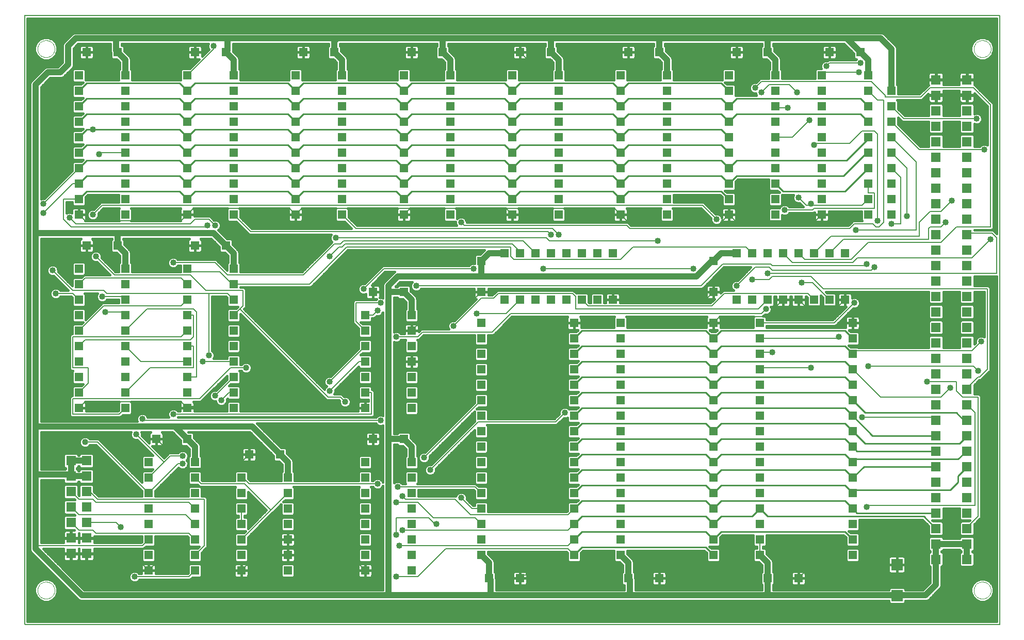
<source format=gtl>
G75*
G70*
%OFA0B0*%
%FSLAX24Y24*%
%IPPOS*%
%LPD*%
%AMOC8*
5,1,8,0,0,1.08239X$1,22.5*
%
%ADD10C,0.0000*%
%ADD11R,0.0560X0.0560*%
%ADD12R,0.0630X0.0630*%
%ADD13R,0.0640X0.0640*%
%ADD14R,0.0750X0.0750*%
%ADD15C,0.0080*%
%ADD16C,0.0400*%
%ADD17C,0.0160*%
%ADD18C,0.0100*%
%ADD19C,0.0400*%
D10*
X004969Y007388D02*
X004969Y046758D01*
X067961Y046758D01*
X067961Y007388D01*
X004969Y007388D01*
X004951Y007422D02*
X004951Y046802D01*
X067951Y046802D01*
X067951Y007422D01*
X004951Y007422D01*
X005801Y009612D02*
X005803Y009659D01*
X005809Y009705D01*
X005819Y009751D01*
X005832Y009795D01*
X005850Y009839D01*
X005871Y009880D01*
X005895Y009920D01*
X005923Y009958D01*
X005954Y009993D01*
X005988Y010025D01*
X006024Y010054D01*
X006063Y010080D01*
X006103Y010103D01*
X006146Y010122D01*
X006190Y010138D01*
X006235Y010150D01*
X006281Y010158D01*
X006328Y010162D01*
X006374Y010162D01*
X006421Y010158D01*
X006467Y010150D01*
X006512Y010138D01*
X006556Y010122D01*
X006599Y010103D01*
X006639Y010080D01*
X006678Y010054D01*
X006714Y010025D01*
X006748Y009993D01*
X006779Y009958D01*
X006807Y009920D01*
X006831Y009880D01*
X006852Y009839D01*
X006870Y009795D01*
X006883Y009751D01*
X006893Y009705D01*
X006899Y009659D01*
X006901Y009612D01*
X006899Y009565D01*
X006893Y009519D01*
X006883Y009473D01*
X006870Y009429D01*
X006852Y009385D01*
X006831Y009344D01*
X006807Y009304D01*
X006779Y009266D01*
X006748Y009231D01*
X006714Y009199D01*
X006678Y009170D01*
X006639Y009144D01*
X006599Y009121D01*
X006556Y009102D01*
X006512Y009086D01*
X006467Y009074D01*
X006421Y009066D01*
X006374Y009062D01*
X006328Y009062D01*
X006281Y009066D01*
X006235Y009074D01*
X006190Y009086D01*
X006146Y009102D01*
X006103Y009121D01*
X006063Y009144D01*
X006024Y009170D01*
X005988Y009199D01*
X005954Y009231D01*
X005923Y009266D01*
X005895Y009304D01*
X005871Y009344D01*
X005850Y009385D01*
X005832Y009429D01*
X005819Y009473D01*
X005809Y009519D01*
X005803Y009565D01*
X005801Y009612D01*
X005801Y044612D02*
X005803Y044659D01*
X005809Y044705D01*
X005819Y044751D01*
X005832Y044795D01*
X005850Y044839D01*
X005871Y044880D01*
X005895Y044920D01*
X005923Y044958D01*
X005954Y044993D01*
X005988Y045025D01*
X006024Y045054D01*
X006063Y045080D01*
X006103Y045103D01*
X006146Y045122D01*
X006190Y045138D01*
X006235Y045150D01*
X006281Y045158D01*
X006328Y045162D01*
X006374Y045162D01*
X006421Y045158D01*
X006467Y045150D01*
X006512Y045138D01*
X006556Y045122D01*
X006599Y045103D01*
X006639Y045080D01*
X006678Y045054D01*
X006714Y045025D01*
X006748Y044993D01*
X006779Y044958D01*
X006807Y044920D01*
X006831Y044880D01*
X006852Y044839D01*
X006870Y044795D01*
X006883Y044751D01*
X006893Y044705D01*
X006899Y044659D01*
X006901Y044612D01*
X006899Y044565D01*
X006893Y044519D01*
X006883Y044473D01*
X006870Y044429D01*
X006852Y044385D01*
X006831Y044344D01*
X006807Y044304D01*
X006779Y044266D01*
X006748Y044231D01*
X006714Y044199D01*
X006678Y044170D01*
X006639Y044144D01*
X006599Y044121D01*
X006556Y044102D01*
X006512Y044086D01*
X006467Y044074D01*
X006421Y044066D01*
X006374Y044062D01*
X006328Y044062D01*
X006281Y044066D01*
X006235Y044074D01*
X006190Y044086D01*
X006146Y044102D01*
X006103Y044121D01*
X006063Y044144D01*
X006024Y044170D01*
X005988Y044199D01*
X005954Y044231D01*
X005923Y044266D01*
X005895Y044304D01*
X005871Y044344D01*
X005850Y044385D01*
X005832Y044429D01*
X005819Y044473D01*
X005809Y044519D01*
X005803Y044565D01*
X005801Y044612D01*
X066301Y044612D02*
X066303Y044659D01*
X066309Y044705D01*
X066319Y044751D01*
X066332Y044795D01*
X066350Y044839D01*
X066371Y044880D01*
X066395Y044920D01*
X066423Y044958D01*
X066454Y044993D01*
X066488Y045025D01*
X066524Y045054D01*
X066563Y045080D01*
X066603Y045103D01*
X066646Y045122D01*
X066690Y045138D01*
X066735Y045150D01*
X066781Y045158D01*
X066828Y045162D01*
X066874Y045162D01*
X066921Y045158D01*
X066967Y045150D01*
X067012Y045138D01*
X067056Y045122D01*
X067099Y045103D01*
X067139Y045080D01*
X067178Y045054D01*
X067214Y045025D01*
X067248Y044993D01*
X067279Y044958D01*
X067307Y044920D01*
X067331Y044880D01*
X067352Y044839D01*
X067370Y044795D01*
X067383Y044751D01*
X067393Y044705D01*
X067399Y044659D01*
X067401Y044612D01*
X067399Y044565D01*
X067393Y044519D01*
X067383Y044473D01*
X067370Y044429D01*
X067352Y044385D01*
X067331Y044344D01*
X067307Y044304D01*
X067279Y044266D01*
X067248Y044231D01*
X067214Y044199D01*
X067178Y044170D01*
X067139Y044144D01*
X067099Y044121D01*
X067056Y044102D01*
X067012Y044086D01*
X066967Y044074D01*
X066921Y044066D01*
X066874Y044062D01*
X066828Y044062D01*
X066781Y044066D01*
X066735Y044074D01*
X066690Y044086D01*
X066646Y044102D01*
X066603Y044121D01*
X066563Y044144D01*
X066524Y044170D01*
X066488Y044199D01*
X066454Y044231D01*
X066423Y044266D01*
X066395Y044304D01*
X066371Y044344D01*
X066350Y044385D01*
X066332Y044429D01*
X066319Y044473D01*
X066309Y044519D01*
X066303Y044565D01*
X066301Y044612D01*
X066301Y009612D02*
X066303Y009659D01*
X066309Y009705D01*
X066319Y009751D01*
X066332Y009795D01*
X066350Y009839D01*
X066371Y009880D01*
X066395Y009920D01*
X066423Y009958D01*
X066454Y009993D01*
X066488Y010025D01*
X066524Y010054D01*
X066563Y010080D01*
X066603Y010103D01*
X066646Y010122D01*
X066690Y010138D01*
X066735Y010150D01*
X066781Y010158D01*
X066828Y010162D01*
X066874Y010162D01*
X066921Y010158D01*
X066967Y010150D01*
X067012Y010138D01*
X067056Y010122D01*
X067099Y010103D01*
X067139Y010080D01*
X067178Y010054D01*
X067214Y010025D01*
X067248Y009993D01*
X067279Y009958D01*
X067307Y009920D01*
X067331Y009880D01*
X067352Y009839D01*
X067370Y009795D01*
X067383Y009751D01*
X067393Y009705D01*
X067399Y009659D01*
X067401Y009612D01*
X067399Y009565D01*
X067393Y009519D01*
X067383Y009473D01*
X067370Y009429D01*
X067352Y009385D01*
X067331Y009344D01*
X067307Y009304D01*
X067279Y009266D01*
X067248Y009231D01*
X067214Y009199D01*
X067178Y009170D01*
X067139Y009144D01*
X067099Y009121D01*
X067056Y009102D01*
X067012Y009086D01*
X066967Y009074D01*
X066921Y009066D01*
X066874Y009062D01*
X066828Y009062D01*
X066781Y009066D01*
X066735Y009074D01*
X066690Y009086D01*
X066646Y009102D01*
X066603Y009121D01*
X066563Y009144D01*
X066524Y009170D01*
X066488Y009199D01*
X066454Y009231D01*
X066423Y009266D01*
X066395Y009304D01*
X066371Y009344D01*
X066350Y009385D01*
X066332Y009429D01*
X066319Y009473D01*
X066309Y009519D01*
X066303Y009565D01*
X066301Y009612D01*
D11*
X058469Y011888D03*
X058469Y012888D03*
X058469Y013888D03*
X058469Y014888D03*
X058469Y015888D03*
X058469Y016888D03*
X058469Y017888D03*
X058469Y018888D03*
X058469Y019888D03*
X058469Y020888D03*
X058469Y021888D03*
X058469Y022888D03*
X058469Y023888D03*
X058469Y024888D03*
X058469Y025888D03*
X058469Y026888D03*
X057969Y028388D03*
X056969Y028388D03*
X055969Y028388D03*
X054969Y028388D03*
X053969Y028388D03*
X052969Y028388D03*
X051969Y028388D03*
X050969Y028388D03*
X049469Y028888D03*
X049469Y030888D03*
X050969Y031388D03*
X051969Y031388D03*
X052969Y031388D03*
X053969Y031388D03*
X054969Y031388D03*
X055969Y031388D03*
X056969Y031388D03*
X057969Y031388D03*
X059469Y033888D03*
X059469Y034888D03*
X059469Y035888D03*
X059469Y036888D03*
X059469Y037888D03*
X059469Y038888D03*
X059469Y039888D03*
X059469Y040888D03*
X059469Y041888D03*
X059469Y042888D03*
X058969Y044388D03*
X056969Y044388D03*
X056469Y042888D03*
X056469Y041888D03*
X056469Y040888D03*
X056469Y039888D03*
X056469Y038888D03*
X056469Y037888D03*
X056469Y036888D03*
X056469Y035888D03*
X056469Y034888D03*
X056469Y033888D03*
X053469Y033888D03*
X053469Y034888D03*
X053469Y035888D03*
X053469Y036888D03*
X053469Y037888D03*
X053469Y038888D03*
X053469Y039888D03*
X053469Y040888D03*
X053469Y041888D03*
X053469Y042888D03*
X052969Y044388D03*
X050969Y044388D03*
X050469Y042888D03*
X050469Y041888D03*
X050469Y040888D03*
X050469Y039888D03*
X050469Y038888D03*
X050469Y037888D03*
X050469Y036888D03*
X050469Y035888D03*
X050469Y034888D03*
X050469Y033888D03*
X046469Y033888D03*
X046469Y034888D03*
X046469Y035888D03*
X046469Y036888D03*
X046469Y037888D03*
X046469Y038888D03*
X046469Y039888D03*
X046469Y040888D03*
X046469Y041888D03*
X046469Y042888D03*
X045969Y044388D03*
X043969Y044388D03*
X043469Y042888D03*
X043469Y041888D03*
X043469Y040888D03*
X043469Y039888D03*
X043469Y038888D03*
X043469Y037888D03*
X043469Y036888D03*
X043469Y035888D03*
X043469Y034888D03*
X043469Y033888D03*
X042969Y031388D03*
X041969Y031388D03*
X040969Y031388D03*
X039969Y031388D03*
X038969Y031388D03*
X037969Y031388D03*
X036969Y031388D03*
X035969Y031388D03*
X034469Y030888D03*
X034469Y028888D03*
X035969Y028388D03*
X036969Y028388D03*
X037969Y028388D03*
X038969Y028388D03*
X039969Y028388D03*
X040969Y028388D03*
X041969Y028388D03*
X042969Y028388D03*
X043469Y026888D03*
X043469Y025888D03*
X043469Y024888D03*
X043469Y023888D03*
X043469Y022888D03*
X043469Y021888D03*
X043469Y020888D03*
X043469Y019888D03*
X043469Y018888D03*
X043469Y017888D03*
X043469Y016888D03*
X043469Y015888D03*
X043469Y014888D03*
X043469Y013888D03*
X043469Y012888D03*
X043469Y011888D03*
X043969Y010388D03*
X045969Y010388D03*
X049469Y011888D03*
X049469Y012888D03*
X049469Y013888D03*
X049469Y014888D03*
X049469Y015888D03*
X049469Y016888D03*
X049469Y017888D03*
X049469Y018888D03*
X049469Y019888D03*
X049469Y020888D03*
X049469Y021888D03*
X049469Y022888D03*
X049469Y023888D03*
X049469Y024888D03*
X049469Y025888D03*
X049469Y026888D03*
X052469Y026888D03*
X052469Y025888D03*
X052469Y024888D03*
X052469Y023888D03*
X052469Y022888D03*
X052469Y021888D03*
X052469Y020888D03*
X052469Y019888D03*
X052469Y018888D03*
X052469Y017888D03*
X052469Y016888D03*
X052469Y015888D03*
X052469Y014888D03*
X052469Y013888D03*
X052469Y012888D03*
X052469Y011888D03*
X052969Y010388D03*
X054969Y010388D03*
X040469Y011888D03*
X040469Y012888D03*
X040469Y013888D03*
X040469Y014888D03*
X040469Y015888D03*
X040469Y016888D03*
X040469Y017888D03*
X040469Y018888D03*
X040469Y019888D03*
X040469Y020888D03*
X040469Y021888D03*
X040469Y022888D03*
X040469Y023888D03*
X040469Y024888D03*
X040469Y025888D03*
X040469Y026888D03*
X034469Y026888D03*
X034469Y025888D03*
X034469Y024888D03*
X034469Y023888D03*
X034469Y022888D03*
X034469Y021888D03*
X034469Y020888D03*
X034469Y019888D03*
X034469Y018888D03*
X034469Y017888D03*
X034469Y016888D03*
X034469Y015888D03*
X034469Y014888D03*
X034469Y013888D03*
X034469Y012888D03*
X034469Y011888D03*
X034969Y010388D03*
X036969Y010388D03*
X029969Y010888D03*
X029969Y011888D03*
X029969Y012888D03*
X029969Y013888D03*
X029969Y014888D03*
X029969Y015888D03*
X029969Y016888D03*
X029969Y017888D03*
X029469Y019388D03*
X027469Y019388D03*
X026969Y017888D03*
X026969Y016888D03*
X026969Y015888D03*
X026969Y014888D03*
X026969Y013888D03*
X026969Y012888D03*
X026969Y011888D03*
X026969Y010888D03*
X021969Y010888D03*
X021969Y011888D03*
X021969Y012888D03*
X021969Y013888D03*
X021969Y014888D03*
X021969Y015888D03*
X021969Y016888D03*
X021469Y018388D03*
X019469Y018388D03*
X018969Y016888D03*
X018969Y015888D03*
X018969Y014888D03*
X018969Y013888D03*
X018969Y012888D03*
X018969Y011888D03*
X018969Y010888D03*
X015969Y010888D03*
X015969Y011888D03*
X015969Y012888D03*
X015969Y013888D03*
X015969Y014888D03*
X015969Y015888D03*
X015969Y016888D03*
X015969Y017888D03*
X015469Y019388D03*
X013469Y019388D03*
X012969Y017888D03*
X012969Y016888D03*
X012969Y015888D03*
X012969Y014888D03*
X012969Y013888D03*
X012969Y012888D03*
X012969Y011888D03*
X012969Y010888D03*
X011469Y021388D03*
X011469Y022388D03*
X011469Y023388D03*
X011469Y024388D03*
X011469Y025388D03*
X011469Y026388D03*
X011469Y027388D03*
X011469Y028388D03*
X011469Y029388D03*
X011469Y030388D03*
X010969Y031888D03*
X008969Y031888D03*
X008469Y030388D03*
X008469Y029388D03*
X008469Y028388D03*
X008469Y027388D03*
X008469Y026388D03*
X008469Y025388D03*
X008469Y024388D03*
X008469Y023388D03*
X008469Y022388D03*
X008469Y021388D03*
X015469Y021388D03*
X015469Y022388D03*
X015469Y023388D03*
X015469Y024388D03*
X015469Y025388D03*
X015469Y026388D03*
X015469Y027388D03*
X015469Y028388D03*
X015469Y029388D03*
X015469Y030388D03*
X015969Y031888D03*
X017969Y031888D03*
X018469Y030388D03*
X018469Y029388D03*
X018469Y028388D03*
X018469Y027388D03*
X018469Y026388D03*
X018469Y025388D03*
X018469Y024388D03*
X018469Y023388D03*
X018469Y022388D03*
X018469Y021388D03*
X026969Y021388D03*
X026969Y022388D03*
X026969Y023388D03*
X026969Y024388D03*
X026969Y025388D03*
X026969Y026388D03*
X026969Y027388D03*
X027469Y028888D03*
X029469Y028888D03*
X029969Y027388D03*
X029969Y026388D03*
X029969Y025388D03*
X029969Y024388D03*
X029969Y023388D03*
X029969Y022388D03*
X029969Y021388D03*
X029469Y033888D03*
X029469Y034888D03*
X029469Y035888D03*
X029469Y036888D03*
X029469Y037888D03*
X029469Y038888D03*
X029469Y039888D03*
X029469Y040888D03*
X029469Y041888D03*
X029469Y042888D03*
X029969Y044388D03*
X031969Y044388D03*
X032469Y042888D03*
X032469Y041888D03*
X032469Y040888D03*
X032469Y039888D03*
X032469Y038888D03*
X032469Y037888D03*
X032469Y036888D03*
X032469Y035888D03*
X032469Y034888D03*
X032469Y033888D03*
X036469Y033888D03*
X036469Y034888D03*
X036469Y035888D03*
X036469Y036888D03*
X036469Y037888D03*
X036469Y038888D03*
X036469Y039888D03*
X036469Y040888D03*
X036469Y041888D03*
X036469Y042888D03*
X036969Y044388D03*
X038969Y044388D03*
X039469Y042888D03*
X039469Y041888D03*
X039469Y040888D03*
X039469Y039888D03*
X039469Y038888D03*
X039469Y037888D03*
X039469Y036888D03*
X039469Y035888D03*
X039469Y034888D03*
X039469Y033888D03*
X025469Y033888D03*
X025469Y034888D03*
X025469Y035888D03*
X025469Y036888D03*
X025469Y037888D03*
X025469Y038888D03*
X025469Y039888D03*
X025469Y040888D03*
X025469Y041888D03*
X025469Y042888D03*
X024969Y044388D03*
X022969Y044388D03*
X022469Y042888D03*
X022469Y041888D03*
X022469Y040888D03*
X022469Y039888D03*
X022469Y038888D03*
X022469Y037888D03*
X022469Y036888D03*
X022469Y035888D03*
X022469Y034888D03*
X022469Y033888D03*
X018469Y033888D03*
X018469Y034888D03*
X018469Y035888D03*
X018469Y036888D03*
X018469Y037888D03*
X018469Y038888D03*
X018469Y039888D03*
X018469Y040888D03*
X018469Y041888D03*
X018469Y042888D03*
X017969Y044388D03*
X015969Y044388D03*
X015469Y042888D03*
X015469Y041888D03*
X015469Y040888D03*
X015469Y039888D03*
X015469Y038888D03*
X015469Y037888D03*
X015469Y036888D03*
X015469Y035888D03*
X015469Y034888D03*
X015469Y033888D03*
X011469Y033888D03*
X011469Y034888D03*
X011469Y035888D03*
X011469Y036888D03*
X011469Y037888D03*
X011469Y038888D03*
X011469Y039888D03*
X011469Y040888D03*
X011469Y041888D03*
X011469Y042888D03*
X010969Y044388D03*
X008969Y044388D03*
X008469Y042888D03*
X008469Y041888D03*
X008469Y040888D03*
X008469Y039888D03*
X008469Y038888D03*
X008469Y037888D03*
X008469Y036888D03*
X008469Y035888D03*
X008469Y034888D03*
X008469Y033888D03*
X060969Y033888D03*
X060969Y034888D03*
X060969Y035888D03*
X060969Y036888D03*
X060969Y037888D03*
X060969Y038888D03*
X060969Y039888D03*
X060969Y040888D03*
X060969Y041888D03*
D12*
X063851Y041612D03*
X063851Y040612D03*
X063851Y039612D03*
X063851Y038612D03*
X063851Y037612D03*
X063851Y036612D03*
X063851Y035612D03*
X063851Y034612D03*
X063851Y033612D03*
X063851Y032612D03*
X063851Y031612D03*
X063851Y030612D03*
X063851Y029612D03*
X063851Y028612D03*
X063851Y027612D03*
X063851Y026612D03*
X063851Y025612D03*
X063851Y024612D03*
X063851Y023612D03*
X063851Y022612D03*
X063851Y021612D03*
X063851Y020612D03*
X063851Y019612D03*
X063851Y018612D03*
X063851Y017612D03*
X063851Y016612D03*
X063851Y015612D03*
X063851Y014612D03*
X063851Y013612D03*
X063851Y012612D03*
X063851Y011612D03*
X065851Y011612D03*
X065851Y012612D03*
X065851Y013612D03*
X065851Y014612D03*
X065851Y015612D03*
X065851Y016612D03*
X065851Y017612D03*
X065851Y018612D03*
X065851Y019612D03*
X065851Y020612D03*
X065851Y021612D03*
X065851Y022612D03*
X065851Y023612D03*
X065851Y024612D03*
X065851Y025612D03*
X065851Y026612D03*
X065851Y027612D03*
X065851Y028612D03*
X065851Y029612D03*
X065851Y030612D03*
X065851Y031612D03*
X065851Y032612D03*
X065851Y033612D03*
X065851Y034612D03*
X065851Y035612D03*
X065851Y036612D03*
X065851Y037612D03*
X065851Y038612D03*
X065851Y039612D03*
X065851Y040612D03*
X065851Y041612D03*
X065851Y042612D03*
X063851Y042612D03*
D13*
X008969Y017988D03*
X007969Y017988D03*
X007969Y016988D03*
X008969Y016988D03*
X008969Y015988D03*
X007969Y015988D03*
X007969Y014988D03*
X008969Y014988D03*
X008969Y013988D03*
X007969Y013988D03*
X007969Y012988D03*
X008969Y012988D03*
X008969Y011988D03*
X007969Y011988D03*
D14*
X061329Y011268D03*
X061329Y009268D03*
D15*
X061269Y011188D02*
X061329Y011268D01*
X061269Y011188D02*
X055769Y011188D01*
X054969Y010388D01*
X052469Y011888D02*
X052469Y012888D01*
X059369Y014988D02*
X059469Y015088D01*
X066369Y015088D01*
X066369Y021088D01*
X065869Y021588D01*
X065851Y021612D01*
X065569Y022088D02*
X065169Y022488D01*
X065169Y023088D01*
X063269Y023088D01*
X064169Y022088D02*
X060269Y022088D01*
X058469Y023888D01*
X059469Y024088D02*
X066269Y024088D01*
X066569Y023788D01*
X066569Y023388D02*
X066669Y023388D01*
X067169Y023888D01*
X067169Y029088D01*
X056569Y029088D01*
X055769Y029888D01*
X053269Y029888D01*
X053069Y029688D01*
X051969Y029688D01*
X052969Y030088D02*
X067769Y030088D01*
X067769Y032388D01*
X067469Y032688D01*
X065869Y032688D01*
X065851Y032612D01*
X065169Y033088D02*
X064169Y032088D01*
X059469Y032088D01*
X058369Y030988D01*
X055369Y030988D01*
X054969Y031388D01*
X054569Y030788D02*
X053969Y031388D01*
X054569Y030788D02*
X058469Y030788D01*
X058769Y031088D01*
X066169Y031088D01*
X067369Y032288D01*
X067369Y033088D02*
X065169Y033088D01*
X064469Y033388D02*
X064169Y033088D01*
X063469Y033088D01*
X063369Y032988D01*
X063369Y032288D01*
X057869Y032288D01*
X056969Y031388D01*
X055969Y031388D02*
X057069Y032488D01*
X062769Y032488D01*
X062769Y033388D01*
X063469Y034088D01*
X064169Y034088D01*
X064869Y034788D01*
X067369Y033088D02*
X067369Y040988D01*
X066269Y042088D01*
X063469Y042088D01*
X062869Y041488D01*
X060569Y041488D01*
X060569Y041588D01*
X059669Y042488D01*
X052569Y042488D01*
X052169Y042088D01*
X052569Y041788D02*
X053069Y042288D01*
X054369Y042288D01*
X054869Y041788D01*
X054269Y040788D02*
X053569Y040788D01*
X053469Y040888D01*
X054569Y038888D02*
X055669Y039988D01*
X054569Y038888D02*
X053469Y038888D01*
X055969Y038388D02*
X056069Y038488D01*
X058269Y038488D01*
X059069Y039288D01*
X059869Y039288D01*
X060069Y039088D01*
X060069Y033488D01*
X059769Y033288D02*
X059969Y033088D01*
X060169Y033088D01*
X060469Y033388D01*
X060469Y041288D01*
X060069Y041288D01*
X059469Y041888D01*
X058869Y043088D02*
X056669Y043088D01*
X056469Y042888D01*
X056769Y043488D02*
X056969Y043688D01*
X058969Y043688D01*
X060969Y040888D02*
X061769Y040088D01*
X066469Y040088D01*
X065851Y041612D02*
X065769Y041688D01*
X063869Y041688D01*
X063851Y041612D01*
X060969Y039888D02*
X062769Y038088D01*
X066969Y038088D01*
X062569Y037288D02*
X062569Y032888D01*
X058669Y032888D01*
X058269Y032988D02*
X058569Y033288D01*
X059769Y033288D01*
X060969Y033288D02*
X061569Y033288D01*
X061569Y036288D01*
X060969Y036888D01*
X060969Y037888D02*
X061969Y036888D01*
X061969Y033788D01*
X059869Y034288D02*
X059869Y035288D01*
X059469Y035288D01*
X059469Y035888D01*
X059469Y034888D02*
X059069Y034488D01*
X055769Y034488D01*
X055769Y034588D01*
X055769Y034488D02*
X055469Y034488D01*
X054969Y034988D01*
X054069Y034188D02*
X055869Y034188D01*
X055969Y034288D01*
X059869Y034288D01*
X058269Y032988D02*
X044069Y032988D01*
X043869Y033188D01*
X033369Y033188D01*
X033169Y033388D01*
X036069Y034288D02*
X029869Y034288D01*
X022869Y034288D01*
X022469Y033888D01*
X022069Y034288D01*
X015869Y034288D01*
X015469Y033888D01*
X015069Y033488D01*
X008869Y033488D01*
X008469Y033888D01*
X008269Y033288D02*
X007869Y033688D01*
X007469Y033588D02*
X007469Y034888D01*
X008469Y034888D01*
X008469Y035888D02*
X008069Y035888D01*
X006169Y033988D01*
X006169Y034588D02*
X008469Y036888D01*
X009769Y037788D02*
X009869Y037888D01*
X011469Y037888D01*
X009969Y034488D02*
X048769Y034488D01*
X049669Y033588D01*
X049769Y033188D02*
X044169Y033188D01*
X043469Y033888D01*
X043069Y034288D01*
X036069Y034288D01*
X036469Y033888D01*
X037169Y032188D02*
X037969Y031388D01*
X036969Y031388D02*
X036969Y031488D01*
X036469Y031988D01*
X025669Y031988D01*
X025469Y031788D01*
X025269Y031788D01*
X024669Y031188D01*
X024969Y031988D02*
X025369Y031988D01*
X025569Y032188D01*
X037169Y032188D01*
X036369Y031788D02*
X025769Y031788D01*
X023369Y029388D01*
X018469Y029388D01*
X018369Y029388D01*
X017569Y030188D01*
X015669Y030188D01*
X015469Y030388D01*
X015669Y029988D02*
X010769Y029988D01*
X009569Y031188D01*
X008869Y029788D02*
X008469Y029388D01*
X008869Y029788D02*
X015069Y029788D01*
X015469Y029388D01*
X015669Y029988D02*
X016669Y028988D01*
X019069Y028988D01*
X019069Y027988D01*
X018869Y027788D01*
X024569Y022088D01*
X025369Y022088D01*
X025669Y021788D01*
X025569Y021388D02*
X026969Y021388D01*
X027369Y020988D02*
X027369Y022388D01*
X026969Y022388D01*
X025569Y021388D02*
X025169Y021788D01*
X018069Y021788D01*
X017769Y021488D01*
X015569Y021488D01*
X015469Y021388D01*
X015069Y021788D01*
X008869Y021788D01*
X008469Y021388D01*
X008069Y020988D02*
X008069Y021988D01*
X016269Y021988D01*
X018269Y023988D01*
X019269Y023988D01*
X018469Y024388D02*
X016469Y024388D01*
X016869Y024788D02*
X016869Y028788D01*
X018069Y028788D01*
X018469Y028388D01*
X018869Y027788D02*
X018469Y027388D01*
X016869Y028788D02*
X010269Y028788D01*
X010069Y028988D01*
X008069Y028988D01*
X006769Y030288D01*
X006969Y028788D02*
X008069Y028788D01*
X008469Y028388D01*
X009969Y028588D02*
X011269Y028588D01*
X011469Y028388D01*
X011269Y027588D02*
X010169Y027588D01*
X010069Y027988D02*
X015069Y027988D01*
X015469Y028388D01*
X015869Y027788D02*
X016069Y027588D01*
X016069Y023388D01*
X015469Y023388D01*
X015869Y023988D02*
X015869Y025388D01*
X015469Y025388D01*
X015669Y025788D02*
X015869Y025988D01*
X015869Y027388D01*
X015469Y027388D01*
X015869Y027788D02*
X012869Y027788D01*
X011469Y026388D01*
X011469Y027388D02*
X011269Y027588D01*
X010069Y027988D02*
X008469Y026388D01*
X008069Y025988D02*
X015069Y025988D01*
X015469Y026388D01*
X015669Y025788D02*
X008869Y025788D01*
X008469Y025388D01*
X008069Y025988D02*
X008069Y023988D01*
X009069Y023988D01*
X009069Y022988D01*
X008469Y022388D01*
X008069Y020988D02*
X011069Y020988D01*
X011469Y021388D01*
X012569Y020688D02*
X012669Y020588D01*
X027969Y020588D01*
X027369Y020988D02*
X014569Y020988D01*
X013469Y019388D02*
X014069Y018788D01*
X015569Y018788D01*
X015569Y017488D01*
X015569Y016288D01*
X016369Y016288D01*
X016769Y015888D01*
X016769Y011288D01*
X013369Y011288D01*
X012969Y010888D01*
X011869Y011988D01*
X008969Y011988D01*
X009569Y013288D02*
X009369Y013488D01*
X008469Y013488D01*
X007969Y013988D01*
X008469Y014488D02*
X007969Y014988D01*
X008469Y015488D02*
X007969Y015988D01*
X008469Y015488D02*
X009369Y015488D01*
X009569Y015288D01*
X015569Y015288D01*
X015969Y014888D01*
X015369Y014488D02*
X008469Y014488D01*
X008969Y013988D02*
X010869Y013988D01*
X011169Y013688D01*
X009569Y013288D02*
X015569Y013288D01*
X015969Y012888D01*
X016569Y012488D02*
X016569Y015488D01*
X009669Y015488D01*
X009169Y015988D01*
X008969Y015988D01*
X008869Y019188D02*
X009669Y019188D01*
X012969Y015888D01*
X014869Y017788D01*
X015169Y017788D01*
X015169Y018288D02*
X014369Y018288D01*
X013969Y017888D01*
X012169Y019688D01*
X013969Y017888D02*
X012969Y016888D01*
X015569Y017488D02*
X018569Y017488D01*
X019469Y018388D01*
X019069Y016888D02*
X018969Y016888D01*
X019069Y016888D02*
X019469Y016488D01*
X027769Y016488D01*
X029069Y016288D02*
X034069Y016288D01*
X034469Y015888D01*
X034469Y014888D02*
X033869Y014888D01*
X033169Y015588D01*
X032769Y015488D02*
X033769Y014488D01*
X040069Y014488D01*
X040469Y014888D01*
X040469Y013888D02*
X040069Y013488D01*
X029369Y013488D01*
X028969Y013188D02*
X028969Y014288D01*
X031069Y014288D01*
X031469Y013888D01*
X031569Y013888D01*
X031369Y014288D02*
X030369Y015288D01*
X028969Y015288D01*
X029369Y015688D02*
X029569Y015488D01*
X032769Y015488D01*
X034069Y014288D02*
X031369Y014288D01*
X034069Y014288D02*
X034469Y013888D01*
X032169Y012288D02*
X030369Y010488D01*
X028969Y010488D01*
X026969Y010888D02*
X025969Y011888D01*
X021969Y011888D01*
X021969Y012888D01*
X021969Y011888D02*
X019969Y011888D01*
X019369Y011288D01*
X016769Y011288D01*
X015969Y010888D02*
X015569Y010488D01*
X012069Y010488D01*
X012569Y012488D02*
X005669Y012488D01*
X012569Y012488D02*
X012969Y012888D01*
X015369Y014488D02*
X015969Y013888D01*
X016569Y012488D02*
X015969Y011888D01*
X018969Y012888D02*
X020869Y014788D01*
X019169Y016488D01*
X016369Y016488D01*
X015969Y016888D01*
X018969Y014888D02*
X018969Y013888D01*
X020869Y014788D02*
X021969Y015888D01*
X019369Y011288D02*
X018969Y010888D01*
X029169Y012488D02*
X040069Y012488D01*
X040469Y012888D01*
X040069Y012288D02*
X032169Y012288D01*
X036969Y010388D02*
X037169Y010588D01*
X043369Y010588D01*
X040469Y011888D02*
X040069Y012288D01*
X034269Y020488D02*
X031169Y017388D01*
X030769Y018188D02*
X034469Y021888D01*
X034269Y020488D02*
X039269Y020488D01*
X039869Y021088D01*
X035169Y026288D02*
X030669Y026288D01*
X030369Y025988D01*
X028969Y025988D01*
X029969Y026388D02*
X030669Y027088D01*
X032669Y027088D01*
X034469Y028888D01*
X034469Y028488D02*
X035269Y028488D01*
X035569Y028788D01*
X040369Y028788D01*
X040569Y028588D01*
X040569Y027788D01*
X052369Y027788D01*
X052969Y028388D01*
X052869Y027788D02*
X052569Y027488D01*
X036369Y027488D01*
X035169Y026288D01*
X036069Y027488D02*
X034169Y027488D01*
X034469Y028488D02*
X032669Y026688D01*
X036069Y027488D02*
X036969Y028388D01*
X038469Y030388D02*
X048169Y030388D01*
X048669Y029288D02*
X030269Y029288D01*
X028169Y030388D02*
X033969Y030388D01*
X036369Y031188D02*
X036369Y031788D01*
X036369Y031188D02*
X036569Y030988D01*
X043469Y030988D01*
X044269Y031788D01*
X051569Y031788D01*
X051969Y031388D01*
X052169Y030488D02*
X050969Y029288D01*
X050169Y028788D02*
X049369Y027988D01*
X041369Y027988D01*
X040969Y028388D01*
X042969Y028388D02*
X048969Y028388D01*
X049469Y028888D01*
X050169Y028788D02*
X055569Y028788D01*
X055969Y028388D01*
X055369Y027988D02*
X057569Y027988D01*
X057969Y028388D01*
X058569Y028188D02*
X057269Y026888D01*
X052469Y026888D01*
X052869Y027288D02*
X053969Y028388D01*
X054969Y028388D01*
X055369Y027988D01*
X055169Y029488D02*
X055869Y029488D01*
X056969Y028388D01*
X059269Y030588D02*
X053269Y030588D01*
X053169Y030688D01*
X050069Y030688D01*
X048669Y029288D01*
X049869Y027288D02*
X052869Y027288D01*
X052469Y025888D02*
X057469Y025888D01*
X057569Y025988D01*
X058269Y025088D02*
X066169Y025088D01*
X066769Y025688D01*
X066569Y023388D02*
X065869Y022688D01*
X065851Y022612D01*
X065569Y022088D02*
X066569Y022088D01*
X066569Y014388D01*
X065869Y013688D01*
X065851Y013612D01*
X063851Y020612D02*
X063769Y020688D01*
X063669Y020788D01*
X059069Y020788D01*
X055769Y023988D02*
X052569Y023988D01*
X052469Y023888D01*
X052469Y024888D02*
X052569Y024988D01*
X053269Y024988D01*
X049869Y027288D02*
X049469Y026888D01*
X053069Y030488D02*
X053269Y030288D01*
X059669Y030288D01*
X059869Y030488D01*
X059369Y030688D02*
X059269Y030588D01*
X056069Y033488D02*
X056469Y033888D01*
X056069Y033488D02*
X050869Y033488D01*
X050469Y033888D01*
X049769Y033188D01*
X052169Y030488D02*
X053069Y030488D01*
X045869Y032188D02*
X038869Y032188D01*
X038669Y032388D01*
X025069Y032388D01*
X024969Y031988D02*
X022969Y029988D01*
X018069Y029988D01*
X017269Y030788D01*
X014569Y030788D01*
X015669Y033288D02*
X008269Y033288D01*
X007969Y033088D02*
X007469Y033588D01*
X007969Y033088D02*
X016669Y033088D01*
X016769Y033188D01*
X016869Y033588D02*
X015969Y033588D01*
X015669Y033288D01*
X016869Y033588D02*
X017269Y033188D01*
X018469Y033888D02*
X019569Y032788D01*
X038769Y032788D01*
X038969Y032588D01*
X039069Y032988D02*
X039469Y032588D01*
X039069Y032988D02*
X026369Y032988D01*
X025469Y033888D01*
X029469Y033888D02*
X029869Y034288D01*
X028169Y030388D02*
X026869Y029088D01*
X026369Y028188D02*
X027969Y028188D01*
X027769Y027688D02*
X027469Y027388D01*
X026969Y027388D01*
X026369Y026988D02*
X026369Y028188D01*
X026369Y026988D02*
X026969Y026388D01*
X026969Y025388D02*
X024669Y023088D01*
X024669Y022488D02*
X026569Y024388D01*
X026969Y024388D01*
X018469Y023388D02*
X017269Y022188D01*
X017669Y021888D02*
X018169Y022388D01*
X018469Y022388D01*
X015869Y023988D02*
X013069Y023988D01*
X011469Y022388D01*
X012469Y024388D02*
X015469Y024388D01*
X012469Y024388D02*
X011469Y025388D01*
X009369Y033888D02*
X009969Y034488D01*
X015469Y042888D02*
X017169Y044588D01*
X017169Y044788D01*
X015969Y044388D02*
X011769Y044388D01*
X036969Y044388D02*
X037569Y043788D01*
X038869Y043788D01*
X060969Y038888D02*
X062569Y037288D01*
X064769Y022688D02*
X064169Y022088D01*
D16*
X064769Y022688D03*
X063269Y023088D03*
X066569Y023788D03*
X066769Y025688D03*
X059869Y030488D03*
X059369Y030688D03*
X058669Y032888D03*
X060069Y033488D03*
X060969Y033288D03*
X061969Y033788D03*
X064469Y033388D03*
X064869Y034788D03*
X067369Y032288D03*
X066969Y038088D03*
X066469Y040088D03*
X058969Y043688D03*
X058869Y043088D03*
X056769Y043488D03*
X054869Y041788D03*
X054269Y040788D03*
X055669Y039988D03*
X055969Y038388D03*
X054969Y034988D03*
X055769Y034588D03*
X054069Y034188D03*
X049669Y033588D03*
X048169Y030388D03*
X045869Y032188D03*
X050969Y029288D03*
X051969Y029688D03*
X052969Y030088D03*
X055169Y029488D03*
X052869Y027788D03*
X053269Y024988D03*
X055769Y023988D03*
X057569Y025988D03*
X059469Y024088D03*
X059069Y020788D03*
X059369Y014988D03*
X043369Y010588D03*
X033169Y015588D03*
X031569Y013888D03*
X029369Y013488D03*
X028969Y013188D03*
X029169Y012488D03*
X028969Y010488D03*
X028969Y015288D03*
X029369Y015688D03*
X029069Y016288D03*
X027769Y016488D03*
X030769Y018188D03*
X031169Y017388D03*
X027969Y020588D03*
X025669Y021788D03*
X024669Y022488D03*
X024669Y023088D03*
X028969Y025988D03*
X027769Y027688D03*
X027969Y028188D03*
X026869Y029088D03*
X024669Y031188D03*
X025069Y032388D03*
X030269Y029288D03*
X032669Y026688D03*
X034169Y027488D03*
X033969Y030388D03*
X033169Y033388D03*
X038969Y032588D03*
X039469Y032588D03*
X038469Y030388D03*
X039869Y021088D03*
X058569Y028188D03*
X052569Y041788D03*
X052169Y042088D03*
X038869Y043788D03*
X017169Y044788D03*
X011769Y044388D03*
X009369Y039388D03*
X009769Y037788D03*
X006169Y034588D03*
X006169Y033988D03*
X007869Y033688D03*
X009369Y033888D03*
X009569Y031188D03*
X006769Y030288D03*
X006969Y028788D03*
X009969Y028588D03*
X010169Y027588D03*
X014569Y030788D03*
X016769Y033188D03*
X017269Y033188D03*
X016869Y024788D03*
X016469Y024388D03*
X017269Y022188D03*
X017669Y021888D03*
X019269Y023988D03*
X014569Y020988D03*
X012569Y020688D03*
X012169Y019688D03*
X015169Y018288D03*
X015169Y017788D03*
X011169Y013688D03*
X012069Y010488D03*
X008869Y019188D03*
D17*
X009129Y019437D02*
X011910Y019437D01*
X011864Y019484D02*
X011965Y019383D01*
X012097Y019328D01*
X012240Y019328D01*
X012244Y019329D01*
X013246Y018328D01*
X012623Y018328D01*
X012529Y018234D01*
X012529Y017541D01*
X012623Y017448D01*
X013246Y017448D01*
X013126Y017328D01*
X012623Y017328D01*
X012529Y017234D01*
X012529Y016610D01*
X009869Y019271D01*
X009752Y019388D01*
X009176Y019388D01*
X009174Y019392D01*
X009073Y019493D01*
X008940Y019548D01*
X008797Y019548D01*
X008665Y019493D01*
X008564Y019392D01*
X008509Y019259D01*
X008509Y019116D01*
X008564Y018984D01*
X008665Y018883D01*
X008797Y018828D01*
X008940Y018828D01*
X009073Y018883D01*
X009174Y018984D01*
X009176Y018988D01*
X009586Y018988D01*
X012529Y016045D01*
X012529Y015688D01*
X009752Y015688D01*
X009449Y015991D01*
X009449Y016374D01*
X009355Y016468D01*
X008583Y016468D01*
X008489Y016374D01*
X008489Y015750D01*
X008449Y015791D01*
X008449Y016374D01*
X008355Y016468D01*
X007583Y016468D01*
X007489Y016374D01*
X007489Y015601D01*
X007583Y015508D01*
X008166Y015508D01*
X008206Y015468D01*
X007583Y015468D01*
X007489Y015374D01*
X007489Y014601D01*
X007583Y014508D01*
X008166Y014508D01*
X008206Y014468D01*
X007583Y014468D01*
X007489Y014374D01*
X007489Y013601D01*
X007583Y013508D01*
X008166Y013508D01*
X008186Y013488D01*
X007989Y013488D01*
X007989Y013008D01*
X007949Y013008D01*
X007949Y013488D01*
X007625Y013488D01*
X007579Y013475D01*
X007538Y013452D01*
X007505Y013418D01*
X007481Y013377D01*
X007469Y013331D01*
X007469Y013008D01*
X007949Y013008D01*
X007949Y012968D01*
X007469Y012968D01*
X007469Y012688D01*
X006029Y012688D01*
X006029Y016728D01*
X007489Y016728D01*
X007489Y016601D01*
X007583Y016508D01*
X008355Y016508D01*
X008449Y016601D01*
X008449Y016628D01*
X008489Y016628D01*
X008489Y016601D01*
X008583Y016508D01*
X009355Y016508D01*
X009449Y016601D01*
X009449Y017374D01*
X009355Y017468D01*
X008583Y017468D01*
X008489Y017374D01*
X008489Y017348D01*
X008449Y017348D01*
X008449Y017374D01*
X008355Y017468D01*
X008329Y017468D01*
X008329Y017508D01*
X008355Y017508D01*
X008449Y017601D01*
X008449Y017628D01*
X008489Y017628D01*
X008489Y017601D01*
X008583Y017508D01*
X009355Y017508D01*
X009449Y017601D01*
X009449Y018374D01*
X009355Y018468D01*
X008583Y018468D01*
X008489Y018374D01*
X008489Y018348D01*
X008449Y018348D01*
X008449Y018374D01*
X008355Y018468D01*
X007583Y018468D01*
X007489Y018374D01*
X007489Y017601D01*
X007583Y017508D01*
X007609Y017508D01*
X007609Y017468D01*
X007583Y017468D01*
X007563Y017448D01*
X006029Y017448D01*
X006029Y019828D01*
X011837Y019828D01*
X011809Y019759D01*
X011809Y019616D01*
X011864Y019484D01*
X011817Y019596D02*
X006029Y019596D01*
X006029Y019754D02*
X011809Y019754D01*
X012295Y019278D02*
X009861Y019278D01*
X010019Y019120D02*
X012454Y019120D01*
X012612Y018961D02*
X010178Y018961D01*
X010336Y018803D02*
X012771Y018803D01*
X012929Y018644D02*
X010495Y018644D01*
X010654Y018486D02*
X013088Y018486D01*
X013336Y018803D02*
X015545Y018803D01*
X015609Y018739D02*
X015609Y018314D01*
X015529Y018234D01*
X015529Y017541D01*
X015623Y017448D01*
X016315Y017448D01*
X016409Y017541D01*
X016409Y018234D01*
X016329Y018314D01*
X016329Y018959D01*
X016274Y019092D01*
X016173Y019193D01*
X015909Y019457D01*
X015909Y019734D01*
X015815Y019828D01*
X015538Y019828D01*
X019520Y019828D01*
X021029Y018319D01*
X021029Y018041D01*
X021123Y017948D01*
X021400Y017948D01*
X021609Y017739D01*
X021609Y017314D01*
X021529Y017234D01*
X021529Y016688D01*
X019552Y016688D01*
X019409Y016831D01*
X019409Y017234D01*
X019315Y017328D01*
X018623Y017328D01*
X018529Y017234D01*
X018529Y016688D01*
X016452Y016688D01*
X016409Y016731D01*
X016409Y017234D01*
X016315Y017328D01*
X015623Y017328D01*
X015529Y017234D01*
X015529Y016541D01*
X015623Y016448D01*
X016126Y016448D01*
X016169Y016405D01*
X016246Y016328D01*
X015623Y016328D01*
X015529Y016234D01*
X015529Y015688D01*
X013409Y015688D01*
X013409Y016045D01*
X014906Y017542D01*
X014965Y017483D01*
X015097Y017428D01*
X015240Y017428D01*
X015373Y017483D01*
X015474Y017584D01*
X015529Y017716D01*
X015529Y017859D01*
X015474Y017992D01*
X015428Y018038D01*
X015474Y018084D01*
X015529Y018216D01*
X015529Y018359D01*
X015474Y018492D01*
X015373Y018593D01*
X015240Y018648D01*
X015097Y018648D01*
X014965Y018593D01*
X014864Y018492D01*
X014862Y018488D01*
X014286Y018488D01*
X014169Y018371D01*
X014169Y018371D01*
X013969Y018171D01*
X013212Y018928D01*
X013469Y018928D01*
X013773Y018928D01*
X013818Y018940D01*
X013859Y018964D01*
X013893Y018997D01*
X013916Y019038D01*
X013929Y019084D01*
X013929Y019387D01*
X013469Y019387D01*
X013469Y018928D01*
X013469Y019387D01*
X013469Y019387D01*
X013469Y019388D01*
X013929Y019388D01*
X013929Y019691D01*
X013916Y019737D01*
X013893Y019778D01*
X013859Y019812D01*
X013831Y019828D01*
X014520Y019828D01*
X015029Y019319D01*
X015029Y019041D01*
X015123Y018948D01*
X015400Y018948D01*
X015609Y018739D01*
X015609Y018644D02*
X015249Y018644D01*
X015089Y018644D02*
X013495Y018644D01*
X013654Y018486D02*
X014284Y018486D01*
X014126Y018327D02*
X013812Y018327D01*
X013855Y018961D02*
X015109Y018961D01*
X015029Y019120D02*
X013929Y019120D01*
X013929Y019278D02*
X015029Y019278D01*
X014910Y019437D02*
X013929Y019437D01*
X013929Y019596D02*
X014752Y019596D01*
X014593Y019754D02*
X013907Y019754D01*
X013468Y019388D02*
X013468Y019387D01*
X013009Y019387D01*
X013009Y019130D01*
X012527Y019612D01*
X012529Y019616D01*
X012529Y019759D01*
X012500Y019828D01*
X013106Y019828D01*
X013078Y019812D01*
X013045Y019778D01*
X013021Y019737D01*
X013009Y019691D01*
X013009Y019388D01*
X013468Y019388D01*
X013469Y019278D02*
X013469Y019278D01*
X013469Y019120D02*
X013469Y019120D01*
X013469Y018961D02*
X013469Y018961D01*
X013009Y019278D02*
X012861Y019278D01*
X013009Y019437D02*
X012702Y019437D01*
X012544Y019596D02*
X013009Y019596D01*
X013031Y019754D02*
X012529Y019754D01*
X012237Y020548D02*
X006029Y020548D01*
X006029Y032328D01*
X008606Y032328D01*
X008578Y032312D01*
X008545Y032278D01*
X008521Y032237D01*
X008509Y032191D01*
X008509Y031888D01*
X008968Y031888D01*
X008968Y031887D01*
X008509Y031887D01*
X008509Y031584D01*
X008521Y031538D01*
X008545Y031497D01*
X008578Y031464D01*
X008619Y031440D01*
X008665Y031428D01*
X008969Y031428D01*
X009273Y031428D01*
X009310Y031438D01*
X009264Y031392D01*
X009209Y031259D01*
X009209Y031116D01*
X009264Y030984D01*
X009365Y030883D01*
X009497Y030828D01*
X009640Y030828D01*
X009644Y030829D01*
X010486Y029988D01*
X008855Y029988D01*
X008909Y030041D01*
X008909Y030734D01*
X008815Y030828D01*
X008123Y030828D01*
X008029Y030734D01*
X008029Y030041D01*
X008123Y029948D01*
X008746Y029948D01*
X008669Y029871D01*
X008626Y029828D01*
X008123Y029828D01*
X008029Y029734D01*
X008029Y029310D01*
X007127Y030212D01*
X007129Y030216D01*
X007129Y030359D01*
X007074Y030492D01*
X006973Y030593D01*
X006840Y030648D01*
X006697Y030648D01*
X006565Y030593D01*
X006464Y030492D01*
X006409Y030359D01*
X006409Y030216D01*
X006464Y030084D01*
X006565Y029983D01*
X006697Y029928D01*
X006840Y029928D01*
X006844Y029929D01*
X007786Y028988D01*
X007276Y028988D01*
X007274Y028992D01*
X007173Y029093D01*
X007040Y029148D01*
X006897Y029148D01*
X006765Y029093D01*
X006664Y028992D01*
X006609Y028859D01*
X006609Y028716D01*
X006664Y028584D01*
X006765Y028483D01*
X006897Y028428D01*
X007040Y028428D01*
X007173Y028483D01*
X007274Y028584D01*
X007276Y028588D01*
X007986Y028588D01*
X008029Y028545D01*
X008029Y028041D01*
X008123Y027948D01*
X008815Y027948D01*
X008909Y028041D01*
X008909Y028734D01*
X008855Y028788D01*
X009662Y028788D01*
X009609Y028659D01*
X009609Y028516D01*
X009664Y028384D01*
X009765Y028283D01*
X009897Y028228D01*
X010040Y028228D01*
X010173Y028283D01*
X010274Y028384D01*
X010276Y028388D01*
X011029Y028388D01*
X011029Y028188D01*
X009986Y028188D01*
X009869Y028071D01*
X008909Y027110D01*
X008909Y027734D01*
X008815Y027828D01*
X008123Y027828D01*
X008029Y027734D01*
X008029Y027041D01*
X008123Y026948D01*
X008746Y026948D01*
X008626Y026828D01*
X008123Y026828D01*
X008029Y026734D01*
X008029Y026188D01*
X007986Y026188D01*
X007869Y026071D01*
X007869Y023905D01*
X007986Y023788D01*
X008083Y023788D01*
X008029Y023734D01*
X008029Y023041D01*
X008123Y022948D01*
X008746Y022948D01*
X008626Y022828D01*
X008123Y022828D01*
X008029Y022734D01*
X008029Y022188D01*
X007986Y022188D01*
X007869Y022071D01*
X007869Y021905D01*
X007869Y020905D01*
X007986Y020788D01*
X008152Y020788D01*
X011152Y020788D01*
X011269Y020905D01*
X011312Y020948D01*
X011815Y020948D01*
X011909Y021041D01*
X011909Y021734D01*
X011855Y021788D01*
X015054Y021788D01*
X015045Y021778D01*
X015021Y021737D01*
X015009Y021691D01*
X015009Y021388D01*
X015468Y021388D01*
X015468Y021387D01*
X015009Y021387D01*
X015009Y021188D01*
X014876Y021188D01*
X014874Y021192D01*
X014773Y021293D01*
X014640Y021348D01*
X014497Y021348D01*
X014365Y021293D01*
X014264Y021192D01*
X014209Y021059D01*
X014209Y020916D01*
X014262Y020788D01*
X012917Y020788D01*
X012874Y020892D01*
X012773Y020993D01*
X012640Y021048D01*
X012497Y021048D01*
X012365Y020993D01*
X012264Y020892D01*
X012209Y020759D01*
X012209Y020616D01*
X012237Y020548D01*
X012209Y020705D02*
X006029Y020705D01*
X006029Y020864D02*
X007910Y020864D01*
X007869Y021022D02*
X006029Y021022D01*
X006029Y021181D02*
X007869Y021181D01*
X007869Y021340D02*
X006029Y021340D01*
X006029Y021498D02*
X007869Y021498D01*
X007869Y021657D02*
X006029Y021657D01*
X006029Y021815D02*
X007869Y021815D01*
X007869Y021974D02*
X006029Y021974D01*
X006029Y022132D02*
X007931Y022132D01*
X008029Y022291D02*
X006029Y022291D01*
X006029Y022449D02*
X008029Y022449D01*
X008029Y022608D02*
X006029Y022608D01*
X006029Y022766D02*
X008061Y022766D01*
X008029Y023084D02*
X006029Y023084D01*
X006029Y023242D02*
X008029Y023242D01*
X008029Y023401D02*
X006029Y023401D01*
X006029Y023559D02*
X008029Y023559D01*
X008029Y023718D02*
X006029Y023718D01*
X006029Y023876D02*
X007897Y023876D01*
X007869Y024035D02*
X006029Y024035D01*
X006029Y024193D02*
X007869Y024193D01*
X007869Y024352D02*
X006029Y024352D01*
X006029Y024510D02*
X007869Y024510D01*
X007869Y024669D02*
X006029Y024669D01*
X006029Y024827D02*
X007869Y024827D01*
X007869Y024986D02*
X006029Y024986D01*
X006029Y025145D02*
X007869Y025145D01*
X007869Y025303D02*
X006029Y025303D01*
X006029Y025462D02*
X007869Y025462D01*
X007869Y025620D02*
X006029Y025620D01*
X006029Y025779D02*
X007869Y025779D01*
X007869Y025937D02*
X006029Y025937D01*
X006029Y026096D02*
X007894Y026096D01*
X008029Y026254D02*
X006029Y026254D01*
X006029Y026413D02*
X008029Y026413D01*
X008029Y026571D02*
X006029Y026571D01*
X006029Y026730D02*
X008029Y026730D01*
X008029Y027047D02*
X006029Y027047D01*
X006029Y026889D02*
X008687Y026889D01*
X008909Y027206D02*
X009004Y027206D01*
X008909Y027364D02*
X009162Y027364D01*
X009321Y027523D02*
X008909Y027523D01*
X008909Y027681D02*
X009480Y027681D01*
X009638Y027840D02*
X006029Y027840D01*
X006029Y027998D02*
X008072Y027998D01*
X008029Y028157D02*
X006029Y028157D01*
X006029Y028315D02*
X008029Y028315D01*
X008029Y028474D02*
X007152Y028474D01*
X006785Y028474D02*
X006029Y028474D01*
X006029Y028633D02*
X006643Y028633D01*
X006609Y028791D02*
X006029Y028791D01*
X006029Y028950D02*
X006646Y028950D01*
X006802Y029108D02*
X006029Y029108D01*
X006029Y029267D02*
X007507Y029267D01*
X007348Y029425D02*
X006029Y029425D01*
X006029Y029584D02*
X007190Y029584D01*
X007031Y029742D02*
X006029Y029742D01*
X006029Y029901D02*
X006873Y029901D01*
X007129Y030218D02*
X008029Y030218D01*
X008029Y030376D02*
X007122Y030376D01*
X007031Y030535D02*
X008029Y030535D01*
X008029Y030694D02*
X006029Y030694D01*
X006029Y030852D02*
X009438Y030852D01*
X009252Y031011D02*
X006029Y031011D01*
X006029Y031169D02*
X009209Y031169D01*
X009237Y031328D02*
X006029Y031328D01*
X006029Y031486D02*
X008556Y031486D01*
X008509Y031645D02*
X006029Y031645D01*
X006029Y031803D02*
X008509Y031803D01*
X008509Y031962D02*
X006029Y031962D01*
X006029Y032120D02*
X008509Y032120D01*
X008546Y032279D02*
X006029Y032279D01*
X005309Y032279D02*
X005149Y032279D01*
X005149Y032438D02*
X005309Y032438D01*
X005309Y032596D02*
X005149Y032596D01*
X005149Y032755D02*
X005309Y032755D01*
X005309Y032616D02*
X005309Y020259D01*
X005309Y020116D01*
X005309Y017159D01*
X005309Y017016D01*
X005309Y012416D01*
X005309Y012216D01*
X005364Y012084D01*
X005465Y011983D01*
X008465Y008983D01*
X008597Y008928D01*
X008740Y008928D01*
X028397Y008928D01*
X034997Y008928D01*
X035140Y008928D01*
X043997Y008928D01*
X044140Y008928D01*
X052897Y008928D01*
X053040Y008928D01*
X060794Y008928D01*
X060794Y008826D01*
X060888Y008733D01*
X061770Y008733D01*
X061864Y008826D01*
X061864Y008928D01*
X063240Y008928D01*
X063373Y008983D01*
X063474Y009084D01*
X064055Y009664D01*
X064156Y009766D01*
X066124Y009766D01*
X066121Y009757D02*
X066232Y010026D01*
X066437Y010231D01*
X066705Y010342D01*
X066996Y010342D01*
X067264Y010231D01*
X067470Y010026D01*
X067581Y009757D01*
X067581Y009467D01*
X067470Y009199D01*
X067264Y008993D01*
X066996Y008882D01*
X066705Y008882D01*
X066437Y008993D01*
X066232Y009199D01*
X066121Y009467D01*
X066121Y009757D01*
X066121Y009607D02*
X063997Y009607D01*
X064055Y009664D02*
X064055Y009664D01*
X064156Y009766D02*
X064211Y009898D01*
X064211Y011137D01*
X064232Y011137D01*
X064326Y011231D01*
X064326Y011993D01*
X064232Y012087D01*
X064211Y012087D01*
X064211Y012137D01*
X064232Y012137D01*
X064326Y012231D01*
X064326Y012252D01*
X065376Y012252D01*
X065376Y012231D01*
X065469Y012137D01*
X065491Y012137D01*
X065491Y012087D01*
X065469Y012087D01*
X065376Y011993D01*
X065376Y011231D01*
X065469Y011137D01*
X066232Y011137D01*
X066326Y011231D01*
X066326Y011993D01*
X066232Y012087D01*
X066211Y012087D01*
X066211Y012137D01*
X066232Y012137D01*
X066326Y012231D01*
X066326Y012993D01*
X066232Y013087D01*
X065469Y013087D01*
X065376Y012993D01*
X065376Y012972D01*
X064326Y012972D01*
X064326Y012993D01*
X064232Y013087D01*
X063469Y013087D01*
X063376Y012993D01*
X063376Y012231D01*
X063469Y012137D01*
X063491Y012137D01*
X063491Y012087D01*
X063469Y012087D01*
X063376Y011993D01*
X063376Y011231D01*
X063469Y011137D01*
X063491Y011137D01*
X063491Y010119D01*
X063020Y009648D01*
X061864Y009648D01*
X061864Y009709D01*
X061770Y009803D01*
X060888Y009803D01*
X060794Y009709D01*
X060794Y009648D01*
X053329Y009648D01*
X053329Y009961D01*
X053409Y010041D01*
X053409Y010734D01*
X053329Y010814D01*
X053329Y011316D01*
X053329Y011459D01*
X053274Y011592D01*
X052909Y011957D01*
X052909Y012234D01*
X052815Y012328D01*
X052669Y012328D01*
X052669Y012448D01*
X052815Y012448D01*
X052909Y012541D01*
X052909Y013178D01*
X057882Y013178D01*
X058029Y013031D01*
X058029Y012541D01*
X058123Y012448D01*
X058815Y012448D01*
X058909Y012541D01*
X058909Y013234D01*
X058815Y013328D01*
X058326Y013328D01*
X058206Y013448D01*
X058815Y013448D01*
X058909Y013541D01*
X058909Y014178D01*
X062982Y014178D01*
X063376Y013784D01*
X063376Y013231D01*
X063469Y013137D01*
X064232Y013137D01*
X064326Y013231D01*
X064326Y013993D01*
X064232Y014087D01*
X063666Y014087D01*
X063616Y014137D01*
X064232Y014137D01*
X064326Y014231D01*
X064326Y014888D01*
X065376Y014888D01*
X065376Y014231D01*
X065469Y014137D01*
X066035Y014137D01*
X065985Y014087D01*
X065469Y014087D01*
X065376Y013993D01*
X065376Y013231D01*
X065469Y013137D01*
X066232Y013137D01*
X066326Y013231D01*
X066326Y013862D01*
X066652Y014188D01*
X066769Y014305D01*
X066769Y022005D01*
X066769Y022171D01*
X066652Y022288D01*
X066326Y022288D01*
X066326Y022862D01*
X066652Y023188D01*
X066752Y023188D01*
X067252Y023688D01*
X067369Y023805D01*
X067369Y029005D01*
X067369Y029171D01*
X067252Y029288D01*
X066326Y029288D01*
X066326Y029888D01*
X067771Y029888D01*
X067771Y007602D01*
X005149Y007602D01*
X005149Y046578D01*
X067771Y046578D01*
X067771Y032669D01*
X067552Y032888D01*
X067386Y032888D01*
X066326Y032888D01*
X067452Y032888D01*
X067569Y033005D01*
X067569Y033171D01*
X067569Y041071D01*
X067452Y041188D01*
X066352Y042288D01*
X066346Y042288D01*
X066346Y042602D01*
X065861Y042602D01*
X065861Y042622D01*
X066346Y042622D01*
X066346Y042951D01*
X066333Y042997D01*
X066310Y043038D01*
X066276Y043071D01*
X066235Y043095D01*
X066189Y043107D01*
X065861Y043107D01*
X065861Y042622D01*
X065841Y042622D01*
X065841Y043107D01*
X065512Y043107D01*
X065466Y043095D01*
X065425Y043071D01*
X065392Y043038D01*
X065368Y042997D01*
X065356Y042951D01*
X065356Y042622D01*
X065840Y042622D01*
X065840Y042602D01*
X065356Y042602D01*
X065356Y042288D01*
X064346Y042288D01*
X064346Y042602D01*
X063861Y042602D01*
X063861Y042622D01*
X064346Y042622D01*
X064346Y042951D01*
X064333Y042997D01*
X064310Y043038D01*
X064276Y043071D01*
X064235Y043095D01*
X064189Y043107D01*
X063861Y043107D01*
X063861Y042622D01*
X063841Y042622D01*
X063841Y043107D01*
X063512Y043107D01*
X063466Y043095D01*
X063425Y043071D01*
X063392Y043038D01*
X063368Y042997D01*
X063356Y042951D01*
X063356Y042622D01*
X063840Y042622D01*
X063840Y042602D01*
X063356Y042602D01*
X063356Y042273D01*
X063359Y042261D01*
X063269Y042171D01*
X062786Y041688D01*
X061409Y041688D01*
X061409Y042234D01*
X061329Y042314D01*
X061329Y044516D01*
X061329Y044659D01*
X061274Y044792D01*
X060574Y045492D01*
X060473Y045593D01*
X060340Y045648D01*
X057997Y045648D01*
X053140Y045648D01*
X052997Y045648D01*
X046040Y045648D01*
X045897Y045648D01*
X039040Y045648D01*
X038897Y045648D01*
X032040Y045648D01*
X031897Y045648D01*
X025240Y045648D01*
X025097Y045648D01*
X017997Y045648D01*
X010797Y045648D01*
X008340Y045648D01*
X008197Y045648D01*
X008065Y045593D01*
X007464Y044992D01*
X007409Y044859D01*
X007409Y044716D01*
X007409Y043737D01*
X007120Y043448D01*
X006397Y043448D01*
X006265Y043393D01*
X006164Y043292D01*
X005364Y042492D01*
X005309Y042359D01*
X005309Y042216D01*
X005309Y032616D01*
X005309Y032913D02*
X005149Y032913D01*
X005149Y033072D02*
X005309Y033072D01*
X005309Y033230D02*
X005149Y033230D01*
X005149Y033389D02*
X005309Y033389D01*
X005309Y033547D02*
X005149Y033547D01*
X005149Y033706D02*
X005309Y033706D01*
X005309Y033864D02*
X005149Y033864D01*
X005149Y034023D02*
X005309Y034023D01*
X005309Y034182D02*
X005149Y034182D01*
X005149Y034340D02*
X005309Y034340D01*
X005309Y034499D02*
X005149Y034499D01*
X005149Y034657D02*
X005309Y034657D01*
X005309Y034816D02*
X005149Y034816D01*
X005149Y034974D02*
X005309Y034974D01*
X005309Y035133D02*
X005149Y035133D01*
X005149Y035291D02*
X005309Y035291D01*
X005309Y035450D02*
X005149Y035450D01*
X005149Y035608D02*
X005309Y035608D01*
X005309Y035767D02*
X005149Y035767D01*
X005149Y035926D02*
X005309Y035926D01*
X005309Y036084D02*
X005149Y036084D01*
X005149Y036243D02*
X005309Y036243D01*
X005309Y036401D02*
X005149Y036401D01*
X005149Y036560D02*
X005309Y036560D01*
X005309Y036718D02*
X005149Y036718D01*
X005149Y036877D02*
X005309Y036877D01*
X005309Y037035D02*
X005149Y037035D01*
X005149Y037194D02*
X005309Y037194D01*
X005309Y037352D02*
X005149Y037352D01*
X005149Y037511D02*
X005309Y037511D01*
X005309Y037669D02*
X005149Y037669D01*
X005149Y037828D02*
X005309Y037828D01*
X005309Y037987D02*
X005149Y037987D01*
X005149Y038145D02*
X005309Y038145D01*
X005309Y038304D02*
X005149Y038304D01*
X005149Y038462D02*
X005309Y038462D01*
X005309Y038621D02*
X005149Y038621D01*
X005149Y038779D02*
X005309Y038779D01*
X005309Y038938D02*
X005149Y038938D01*
X005149Y039096D02*
X005309Y039096D01*
X005309Y039255D02*
X005149Y039255D01*
X005149Y039413D02*
X005309Y039413D01*
X005309Y039572D02*
X005149Y039572D01*
X005149Y039731D02*
X005309Y039731D01*
X005309Y039889D02*
X005149Y039889D01*
X005149Y040048D02*
X005309Y040048D01*
X005309Y040206D02*
X005149Y040206D01*
X005149Y040365D02*
X005309Y040365D01*
X005309Y040523D02*
X005149Y040523D01*
X005149Y040682D02*
X005309Y040682D01*
X005309Y040840D02*
X005149Y040840D01*
X005149Y040999D02*
X005309Y040999D01*
X005309Y041157D02*
X005149Y041157D01*
X005149Y041316D02*
X005309Y041316D01*
X005309Y041475D02*
X005149Y041475D01*
X005149Y041633D02*
X005309Y041633D01*
X005309Y041792D02*
X005149Y041792D01*
X005149Y041950D02*
X005309Y041950D01*
X005309Y042109D02*
X005149Y042109D01*
X005149Y042267D02*
X005309Y042267D01*
X005336Y042426D02*
X005149Y042426D01*
X005149Y042584D02*
X005456Y042584D01*
X005615Y042743D02*
X005149Y042743D01*
X005149Y042901D02*
X005773Y042901D01*
X005932Y043060D02*
X005149Y043060D01*
X005149Y043219D02*
X006091Y043219D01*
X006249Y043377D02*
X005149Y043377D01*
X005149Y043536D02*
X007208Y043536D01*
X007366Y043694D02*
X005149Y043694D01*
X005149Y043853D02*
X007409Y043853D01*
X007409Y044011D02*
X006782Y044011D01*
X006764Y043993D02*
X006970Y044199D01*
X007081Y044467D01*
X007081Y044757D01*
X006970Y045026D01*
X006764Y045231D01*
X006496Y045342D01*
X006205Y045342D01*
X005937Y045231D01*
X005732Y045026D01*
X005621Y044757D01*
X005621Y044467D01*
X005732Y044199D01*
X005937Y043993D01*
X006205Y043882D01*
X006496Y043882D01*
X006764Y043993D01*
X006941Y044170D02*
X007409Y044170D01*
X007409Y044328D02*
X007023Y044328D01*
X007081Y044487D02*
X007409Y044487D01*
X007409Y044645D02*
X007081Y044645D01*
X007061Y044804D02*
X007409Y044804D01*
X007452Y044962D02*
X006996Y044962D01*
X006874Y045121D02*
X007593Y045121D01*
X007752Y045280D02*
X006647Y045280D01*
X006055Y045280D02*
X005149Y045280D01*
X005149Y045438D02*
X007910Y045438D01*
X008074Y045597D02*
X005149Y045597D01*
X005149Y045755D02*
X067771Y045755D01*
X067771Y045597D02*
X060464Y045597D01*
X060627Y045438D02*
X067771Y045438D01*
X067771Y045280D02*
X067147Y045280D01*
X067264Y045231D02*
X066996Y045342D01*
X066705Y045342D01*
X066437Y045231D01*
X066232Y045026D01*
X066121Y044757D01*
X066121Y044467D01*
X066232Y044199D01*
X066437Y043993D01*
X066705Y043882D01*
X066996Y043882D01*
X067264Y043993D01*
X067470Y044199D01*
X067581Y044467D01*
X067581Y044757D01*
X067470Y045026D01*
X067264Y045231D01*
X067374Y045121D02*
X067771Y045121D01*
X067771Y044962D02*
X067496Y044962D01*
X067561Y044804D02*
X067771Y044804D01*
X067771Y044645D02*
X067581Y044645D01*
X067581Y044487D02*
X067771Y044487D01*
X067771Y044328D02*
X067523Y044328D01*
X067441Y044170D02*
X067771Y044170D01*
X067771Y044011D02*
X067282Y044011D01*
X067771Y043853D02*
X061329Y043853D01*
X061329Y044011D02*
X066419Y044011D01*
X066261Y044170D02*
X061329Y044170D01*
X061329Y044328D02*
X066178Y044328D01*
X066121Y044487D02*
X061329Y044487D01*
X061329Y044645D02*
X066121Y044645D01*
X066140Y044804D02*
X061262Y044804D01*
X061103Y044962D02*
X066206Y044962D01*
X066327Y045121D02*
X060945Y045121D01*
X060786Y045280D02*
X066555Y045280D01*
X067771Y045914D02*
X005149Y045914D01*
X005149Y046072D02*
X067771Y046072D01*
X067771Y046231D02*
X005149Y046231D01*
X005149Y046389D02*
X067771Y046389D01*
X067771Y046548D02*
X005149Y046548D01*
X005149Y045121D02*
X005827Y045121D01*
X005706Y044962D02*
X005149Y044962D01*
X005149Y044804D02*
X005640Y044804D01*
X005621Y044645D02*
X005149Y044645D01*
X005149Y044487D02*
X005621Y044487D01*
X005678Y044328D02*
X005149Y044328D01*
X005149Y044170D02*
X005761Y044170D01*
X005919Y044011D02*
X005149Y044011D01*
X006475Y042584D02*
X008029Y042584D01*
X008029Y042541D02*
X008123Y042448D01*
X008732Y042448D01*
X008612Y042328D01*
X008123Y042328D01*
X008029Y042234D01*
X008029Y041541D01*
X008123Y041448D01*
X008732Y041448D01*
X008612Y041328D01*
X008123Y041328D01*
X008029Y041234D01*
X008029Y040541D01*
X008123Y040448D01*
X008732Y040448D01*
X008612Y040328D01*
X008123Y040328D01*
X008029Y040234D01*
X008029Y039541D01*
X008123Y039448D01*
X008732Y039448D01*
X008612Y039328D01*
X008123Y039328D01*
X008029Y039234D01*
X008029Y038541D01*
X008123Y038448D01*
X008732Y038448D01*
X008612Y038328D01*
X008123Y038328D01*
X008029Y038234D01*
X008029Y037541D01*
X008123Y037448D01*
X008732Y037448D01*
X008612Y037328D01*
X008123Y037328D01*
X008029Y037234D01*
X008029Y036731D01*
X006244Y034946D01*
X006240Y034948D01*
X006097Y034948D01*
X006029Y034919D01*
X006029Y042139D01*
X006618Y042728D01*
X007197Y042728D01*
X007340Y042728D01*
X007473Y042783D01*
X007973Y043283D01*
X008074Y043384D01*
X008129Y043516D01*
X008129Y044639D01*
X008418Y044928D01*
X010509Y044928D01*
X010509Y044416D01*
X010529Y044368D01*
X010529Y044041D01*
X010623Y043948D01*
X010900Y043948D01*
X011109Y043739D01*
X011109Y043314D01*
X011029Y043234D01*
X011029Y042598D01*
X009056Y042598D01*
X008909Y042598D01*
X008909Y043234D01*
X008815Y043328D01*
X008123Y043328D01*
X008029Y043234D01*
X008029Y042541D01*
X008029Y042743D02*
X007377Y042743D01*
X007592Y042901D02*
X008029Y042901D01*
X008029Y043060D02*
X007750Y043060D01*
X007909Y043219D02*
X008029Y043219D01*
X008067Y043377D02*
X011109Y043377D01*
X011109Y043536D02*
X008129Y043536D01*
X008129Y043694D02*
X011109Y043694D01*
X010995Y043853D02*
X008129Y043853D01*
X008129Y044011D02*
X008537Y044011D01*
X008545Y043997D02*
X008578Y043964D01*
X008619Y043940D01*
X008665Y043928D01*
X008969Y043928D01*
X009273Y043928D01*
X009318Y043940D01*
X009359Y043964D01*
X009393Y043997D01*
X009416Y044038D01*
X009429Y044084D01*
X009429Y044387D01*
X008969Y044387D01*
X008969Y043928D01*
X008969Y044387D01*
X008969Y044387D01*
X008969Y044388D01*
X008969Y044388D01*
X008969Y044848D01*
X009273Y044848D01*
X009318Y044835D01*
X009359Y044812D01*
X009393Y044778D01*
X009416Y044737D01*
X009429Y044691D01*
X009429Y044388D01*
X008969Y044388D01*
X008969Y044848D01*
X008665Y044848D01*
X008619Y044835D01*
X008578Y044812D01*
X008545Y044778D01*
X008521Y044737D01*
X008509Y044691D01*
X008509Y044388D01*
X008968Y044388D01*
X008968Y044387D01*
X008509Y044387D01*
X008509Y044084D01*
X008521Y044038D01*
X008545Y043997D01*
X008509Y044170D02*
X008129Y044170D01*
X008129Y044328D02*
X008509Y044328D01*
X008509Y044487D02*
X008129Y044487D01*
X008136Y044645D02*
X008509Y044645D01*
X008570Y044804D02*
X008294Y044804D01*
X008969Y044804D02*
X008969Y044804D01*
X008969Y044645D02*
X008969Y044645D01*
X008969Y044487D02*
X008969Y044487D01*
X008969Y044328D02*
X008969Y044328D01*
X008969Y044170D02*
X008969Y044170D01*
X008969Y044011D02*
X008969Y044011D01*
X009401Y044011D02*
X010559Y044011D01*
X010529Y044170D02*
X009429Y044170D01*
X009429Y044328D02*
X010529Y044328D01*
X010509Y044487D02*
X009429Y044487D01*
X009429Y044645D02*
X010509Y044645D01*
X010509Y044804D02*
X009367Y044804D01*
X011229Y044828D02*
X011229Y044928D01*
X016837Y044928D01*
X016809Y044859D01*
X016809Y044716D01*
X016864Y044584D01*
X016873Y044575D01*
X016429Y044130D01*
X016429Y044387D01*
X015969Y044387D01*
X015969Y043928D01*
X016226Y043928D01*
X015626Y043328D01*
X015123Y043328D01*
X015029Y043234D01*
X015029Y042598D01*
X011909Y042598D01*
X011909Y043234D01*
X011829Y043314D01*
X011829Y043816D01*
X011829Y043959D01*
X011774Y044092D01*
X011409Y044457D01*
X011409Y044734D01*
X011315Y044828D01*
X011229Y044828D01*
X011339Y044804D02*
X015570Y044804D01*
X015578Y044812D02*
X015545Y044778D01*
X015521Y044737D01*
X015509Y044691D01*
X015509Y044388D01*
X015968Y044388D01*
X015968Y044387D01*
X015509Y044387D01*
X015509Y044084D01*
X015521Y044038D01*
X015545Y043997D01*
X015578Y043964D01*
X015619Y043940D01*
X015665Y043928D01*
X015969Y043928D01*
X015969Y044387D01*
X015969Y044387D01*
X015969Y044388D01*
X015969Y044388D01*
X015969Y044848D01*
X016273Y044848D01*
X016318Y044835D01*
X016359Y044812D01*
X016393Y044778D01*
X016416Y044737D01*
X016429Y044691D01*
X016429Y044388D01*
X015969Y044388D01*
X015969Y044848D01*
X015665Y044848D01*
X015619Y044835D01*
X015578Y044812D01*
X015509Y044645D02*
X011409Y044645D01*
X011409Y044487D02*
X015509Y044487D01*
X015509Y044328D02*
X011537Y044328D01*
X011696Y044170D02*
X015509Y044170D01*
X015537Y044011D02*
X011807Y044011D01*
X011829Y043853D02*
X016151Y043853D01*
X015992Y043694D02*
X011829Y043694D01*
X011829Y043536D02*
X015834Y043536D01*
X015675Y043377D02*
X011829Y043377D01*
X011909Y043219D02*
X015029Y043219D01*
X015029Y043060D02*
X011909Y043060D01*
X011909Y042901D02*
X015029Y042901D01*
X015029Y042743D02*
X011909Y042743D01*
X011029Y042743D02*
X008909Y042743D01*
X008909Y042901D02*
X011029Y042901D01*
X011029Y043060D02*
X008909Y043060D01*
X008909Y043219D02*
X011029Y043219D01*
X008710Y042426D02*
X006316Y042426D01*
X006157Y042267D02*
X008062Y042267D01*
X008029Y042109D02*
X006029Y042109D01*
X006029Y041950D02*
X008029Y041950D01*
X008029Y041792D02*
X006029Y041792D01*
X006029Y041633D02*
X008029Y041633D01*
X008096Y041475D02*
X006029Y041475D01*
X006029Y041316D02*
X008111Y041316D01*
X008029Y041157D02*
X006029Y041157D01*
X006029Y040999D02*
X008029Y040999D01*
X008029Y040840D02*
X006029Y040840D01*
X006029Y040682D02*
X008029Y040682D01*
X008047Y040523D02*
X006029Y040523D01*
X006029Y040365D02*
X008649Y040365D01*
X008029Y040206D02*
X006029Y040206D01*
X006029Y040048D02*
X008029Y040048D01*
X008029Y039889D02*
X006029Y039889D01*
X006029Y039731D02*
X008029Y039731D01*
X008029Y039572D02*
X006029Y039572D01*
X006029Y039413D02*
X008698Y039413D01*
X008050Y039255D02*
X006029Y039255D01*
X006029Y039096D02*
X008029Y039096D01*
X008029Y038938D02*
X006029Y038938D01*
X006029Y038779D02*
X008029Y038779D01*
X008029Y038621D02*
X006029Y038621D01*
X006029Y038462D02*
X008108Y038462D01*
X008099Y038304D02*
X006029Y038304D01*
X006029Y038145D02*
X008029Y038145D01*
X008029Y037987D02*
X006029Y037987D01*
X006029Y037828D02*
X008029Y037828D01*
X008029Y037669D02*
X006029Y037669D01*
X006029Y037511D02*
X008059Y037511D01*
X008029Y037194D02*
X006029Y037194D01*
X006029Y037352D02*
X008637Y037352D01*
X008029Y037035D02*
X006029Y037035D01*
X006029Y036877D02*
X008029Y036877D01*
X008016Y036718D02*
X006029Y036718D01*
X006029Y036560D02*
X007858Y036560D01*
X007699Y036401D02*
X006029Y036401D01*
X006029Y036243D02*
X007541Y036243D01*
X007382Y036084D02*
X006029Y036084D01*
X006029Y035926D02*
X007224Y035926D01*
X007065Y035767D02*
X006029Y035767D01*
X006029Y035608D02*
X006907Y035608D01*
X006748Y035450D02*
X006029Y035450D01*
X006029Y035291D02*
X006590Y035291D01*
X006431Y035133D02*
X006029Y035133D01*
X006029Y034974D02*
X006273Y034974D01*
X007669Y034688D02*
X007669Y033994D01*
X007797Y034048D01*
X007940Y034048D01*
X008009Y034019D01*
X008009Y034191D01*
X008021Y034237D01*
X008045Y034278D01*
X008078Y034312D01*
X008119Y034335D01*
X008165Y034348D01*
X008469Y034348D01*
X008469Y033888D01*
X008469Y033888D01*
X008929Y033888D01*
X008929Y034191D01*
X008916Y034237D01*
X008893Y034278D01*
X008859Y034312D01*
X008818Y034335D01*
X008773Y034348D01*
X008469Y034348D01*
X008469Y033888D01*
X008469Y033887D01*
X008929Y033887D01*
X008929Y033584D01*
X008916Y033538D01*
X008893Y033497D01*
X008883Y033488D01*
X011083Y033488D01*
X011029Y033541D01*
X011029Y034234D01*
X011083Y034288D01*
X010052Y034288D01*
X009727Y033963D01*
X009729Y033959D01*
X009729Y033816D01*
X009674Y033684D01*
X009573Y033583D01*
X009440Y033528D01*
X009297Y033528D01*
X009165Y033583D01*
X009064Y033684D01*
X009009Y033816D01*
X009009Y033959D01*
X009064Y034092D01*
X009165Y034193D01*
X009297Y034248D01*
X009440Y034248D01*
X009444Y034246D01*
X009769Y034571D01*
X009886Y034688D01*
X011029Y034688D01*
X011029Y035178D01*
X009056Y035178D01*
X008909Y035031D01*
X008909Y034541D01*
X008815Y034448D01*
X008123Y034448D01*
X008029Y034541D01*
X008029Y034688D01*
X007669Y034688D01*
X007669Y034657D02*
X008029Y034657D01*
X008072Y034499D02*
X007669Y034499D01*
X007669Y034340D02*
X008137Y034340D01*
X008009Y034182D02*
X007669Y034182D01*
X007669Y034023D02*
X007738Y034023D01*
X008000Y034023D02*
X008009Y034023D01*
X008469Y034023D02*
X008469Y034023D01*
X008469Y034182D02*
X008469Y034182D01*
X008469Y034340D02*
X008469Y034340D01*
X008801Y034340D02*
X009538Y034340D01*
X009697Y034499D02*
X008866Y034499D01*
X008909Y034657D02*
X009855Y034657D01*
X009945Y034182D02*
X011029Y034182D01*
X011029Y034023D02*
X009787Y034023D01*
X009729Y033864D02*
X011029Y033864D01*
X011029Y033706D02*
X009683Y033706D01*
X009488Y033547D02*
X011029Y033547D01*
X011855Y033488D02*
X011909Y033541D01*
X011909Y034234D01*
X011855Y034288D01*
X015054Y034288D01*
X015045Y034278D01*
X015021Y034237D01*
X015009Y034191D01*
X015009Y033888D01*
X015468Y033888D01*
X015468Y033887D01*
X015009Y033887D01*
X015009Y033584D01*
X015021Y033538D01*
X015045Y033497D01*
X015054Y033488D01*
X011855Y033488D01*
X011909Y033547D02*
X015019Y033547D01*
X015009Y033706D02*
X011909Y033706D01*
X011909Y033864D02*
X015009Y033864D01*
X015009Y034023D02*
X011909Y034023D01*
X011909Y034182D02*
X015009Y034182D01*
X015469Y033888D02*
X015929Y033888D01*
X015929Y034191D01*
X015916Y034237D01*
X015893Y034278D01*
X015883Y034288D01*
X018083Y034288D01*
X018029Y034234D01*
X018029Y033541D01*
X018123Y033448D01*
X018626Y033448D01*
X019369Y032705D01*
X019486Y032588D01*
X024762Y032588D01*
X024709Y032459D01*
X024709Y032316D01*
X024764Y032184D01*
X024823Y032125D01*
X024769Y032071D01*
X022886Y030188D01*
X018909Y030188D01*
X018909Y030734D01*
X018829Y030814D01*
X018829Y031459D01*
X018774Y031592D01*
X018673Y031693D01*
X018409Y031957D01*
X018409Y032234D01*
X018315Y032328D01*
X018038Y032328D01*
X017478Y032888D01*
X017574Y032984D01*
X017629Y033116D01*
X017629Y033259D01*
X017574Y033392D01*
X017473Y033493D01*
X017340Y033548D01*
X017197Y033548D01*
X017193Y033546D01*
X017069Y033671D01*
X016952Y033788D01*
X016052Y033788D01*
X015929Y033788D01*
X015929Y033887D01*
X015469Y033887D01*
X015469Y033888D01*
X015929Y033864D02*
X018029Y033864D01*
X018029Y033706D02*
X017033Y033706D01*
X017192Y033547D02*
X017196Y033547D01*
X017341Y033547D02*
X018029Y033547D01*
X018029Y034023D02*
X015929Y034023D01*
X015929Y034182D02*
X018029Y034182D01*
X018855Y034288D02*
X022054Y034288D01*
X022045Y034278D01*
X022021Y034237D01*
X022009Y034191D01*
X022009Y033888D01*
X022468Y033888D01*
X022468Y033887D01*
X022009Y033887D01*
X022009Y033584D01*
X022021Y033538D01*
X022045Y033497D01*
X022078Y033464D01*
X022119Y033440D01*
X022165Y033428D01*
X022469Y033428D01*
X022773Y033428D01*
X022818Y033440D01*
X022859Y033464D01*
X022893Y033497D01*
X022916Y033538D01*
X022929Y033584D01*
X022929Y033887D01*
X022469Y033887D01*
X022469Y033428D01*
X022469Y033887D01*
X022469Y033887D01*
X022469Y033888D01*
X022929Y033888D01*
X022929Y034191D01*
X022916Y034237D01*
X022893Y034278D01*
X022883Y034288D01*
X025083Y034288D01*
X025029Y034234D01*
X025029Y033541D01*
X025123Y033448D01*
X025626Y033448D01*
X026086Y032988D01*
X019652Y032988D01*
X018909Y033731D01*
X018909Y034234D01*
X018855Y034288D01*
X018909Y034182D02*
X022009Y034182D01*
X022009Y034023D02*
X018909Y034023D01*
X018909Y033864D02*
X022009Y033864D01*
X022009Y033706D02*
X018933Y033706D01*
X019092Y033547D02*
X022019Y033547D01*
X022469Y033547D02*
X022469Y033547D01*
X022469Y033706D02*
X022469Y033706D01*
X022469Y033864D02*
X022469Y033864D01*
X022929Y033864D02*
X025029Y033864D01*
X025029Y033706D02*
X022929Y033706D01*
X022919Y033547D02*
X025029Y033547D01*
X025029Y034023D02*
X022929Y034023D01*
X022929Y034182D02*
X025029Y034182D01*
X025855Y034288D02*
X029054Y034288D01*
X029045Y034278D01*
X029021Y034237D01*
X029009Y034191D01*
X029009Y033888D01*
X029468Y033888D01*
X029468Y033887D01*
X029009Y033887D01*
X029009Y033584D01*
X029021Y033538D01*
X029045Y033497D01*
X029078Y033464D01*
X029119Y033440D01*
X029165Y033428D01*
X029469Y033428D01*
X029773Y033428D01*
X029818Y033440D01*
X029859Y033464D01*
X029893Y033497D01*
X029916Y033538D01*
X029929Y033584D01*
X029929Y033887D01*
X029469Y033887D01*
X029469Y033428D01*
X029469Y033887D01*
X029469Y033887D01*
X029469Y033888D01*
X029929Y033888D01*
X029929Y034191D01*
X029916Y034237D01*
X029893Y034278D01*
X029883Y034288D01*
X032083Y034288D01*
X032029Y034234D01*
X032029Y033541D01*
X032123Y033448D01*
X032809Y033448D01*
X032809Y033316D01*
X032862Y033188D01*
X026452Y033188D01*
X025909Y033731D01*
X025909Y034234D01*
X025855Y034288D01*
X025909Y034182D02*
X029009Y034182D01*
X029009Y034023D02*
X025909Y034023D01*
X025909Y033864D02*
X029009Y033864D01*
X029009Y033706D02*
X025933Y033706D01*
X026092Y033547D02*
X029019Y033547D01*
X029469Y033547D02*
X029469Y033547D01*
X029469Y033706D02*
X029469Y033706D01*
X029469Y033864D02*
X029469Y033864D01*
X029929Y033864D02*
X032029Y033864D01*
X032029Y033706D02*
X029929Y033706D01*
X029919Y033547D02*
X032029Y033547D01*
X032029Y034023D02*
X029929Y034023D01*
X029929Y034182D02*
X032029Y034182D01*
X032855Y034288D02*
X036054Y034288D01*
X036045Y034278D01*
X036021Y034237D01*
X036009Y034191D01*
X036009Y033888D01*
X036468Y033888D01*
X036468Y033887D01*
X036009Y033887D01*
X036009Y033584D01*
X036021Y033538D01*
X036045Y033497D01*
X036078Y033464D01*
X036119Y033440D01*
X036165Y033428D01*
X036469Y033428D01*
X036773Y033428D01*
X036818Y033440D01*
X036859Y033464D01*
X036893Y033497D01*
X036916Y033538D01*
X036929Y033584D01*
X036929Y033887D01*
X036469Y033887D01*
X036469Y033428D01*
X036469Y033887D01*
X036469Y033887D01*
X036469Y033888D01*
X036929Y033888D01*
X036929Y034191D01*
X036916Y034237D01*
X036893Y034278D01*
X036883Y034288D01*
X039083Y034288D01*
X039029Y034234D01*
X039029Y033541D01*
X039123Y033448D01*
X039815Y033448D01*
X039909Y033541D01*
X039909Y034234D01*
X039855Y034288D01*
X043054Y034288D01*
X043045Y034278D01*
X043021Y034237D01*
X043009Y034191D01*
X043009Y033888D01*
X043468Y033888D01*
X043468Y033887D01*
X043009Y033887D01*
X043009Y033584D01*
X043021Y033538D01*
X043045Y033497D01*
X043078Y033464D01*
X043119Y033440D01*
X043165Y033428D01*
X043469Y033428D01*
X043773Y033428D01*
X043818Y033440D01*
X043859Y033464D01*
X043893Y033497D01*
X043916Y033538D01*
X043929Y033584D01*
X043929Y033887D01*
X043469Y033887D01*
X043469Y033428D01*
X043469Y033887D01*
X043469Y033887D01*
X043469Y033888D01*
X043929Y033888D01*
X043929Y034191D01*
X043916Y034237D01*
X043893Y034278D01*
X043883Y034288D01*
X046083Y034288D01*
X046029Y034234D01*
X046029Y033541D01*
X046123Y033448D01*
X046815Y033448D01*
X046909Y033541D01*
X046909Y034234D01*
X046855Y034288D01*
X048686Y034288D01*
X049310Y033663D01*
X049309Y033659D01*
X049309Y033516D01*
X049364Y033384D01*
X049465Y033283D01*
X049597Y033228D01*
X049740Y033228D01*
X049873Y033283D01*
X049974Y033384D01*
X050029Y033516D01*
X050029Y033525D01*
X050045Y033497D01*
X050078Y033464D01*
X050119Y033440D01*
X050165Y033428D01*
X050469Y033428D01*
X050773Y033428D01*
X050818Y033440D01*
X050859Y033464D01*
X050893Y033497D01*
X050916Y033538D01*
X050929Y033584D01*
X050929Y033887D01*
X050469Y033887D01*
X050469Y033428D01*
X050469Y033887D01*
X050469Y033887D01*
X050469Y033888D01*
X050469Y033888D01*
X050469Y034348D01*
X050773Y034348D01*
X050818Y034335D01*
X050859Y034312D01*
X050893Y034278D01*
X050916Y034237D01*
X050929Y034191D01*
X050929Y033888D01*
X050469Y033888D01*
X050469Y034348D01*
X050165Y034348D01*
X050119Y034335D01*
X050078Y034312D01*
X050045Y034278D01*
X050021Y034237D01*
X050009Y034191D01*
X050009Y033888D01*
X050468Y033888D01*
X050468Y033887D01*
X050009Y033887D01*
X050009Y033707D01*
X049974Y033792D01*
X049873Y033893D01*
X049740Y033948D01*
X049597Y033948D01*
X049593Y033946D01*
X048969Y034571D01*
X048852Y034688D01*
X046909Y034688D01*
X046909Y035178D01*
X049882Y035178D01*
X050029Y035031D01*
X050029Y034541D01*
X050123Y034448D01*
X050815Y034448D01*
X050909Y034541D01*
X050909Y035234D01*
X050815Y035328D01*
X050326Y035328D01*
X050206Y035448D01*
X050815Y035448D01*
X050909Y035541D01*
X050909Y036031D01*
X051056Y036178D01*
X053029Y036178D01*
X053029Y035541D01*
X053123Y035448D01*
X053612Y035448D01*
X053732Y035328D01*
X053123Y035328D01*
X053029Y035234D01*
X053029Y034541D01*
X053123Y034448D01*
X053815Y034448D01*
X053909Y034541D01*
X053909Y035178D01*
X054658Y035178D01*
X054609Y035059D01*
X054609Y034916D01*
X054664Y034784D01*
X054765Y034683D01*
X054897Y034628D01*
X055040Y034628D01*
X055044Y034629D01*
X055286Y034388D01*
X054376Y034388D01*
X054374Y034392D01*
X054273Y034493D01*
X054140Y034548D01*
X053997Y034548D01*
X053865Y034493D01*
X053764Y034392D01*
X053737Y034328D01*
X053123Y034328D01*
X053029Y034234D01*
X053029Y033541D01*
X053123Y033448D01*
X053815Y033448D01*
X053909Y033541D01*
X053909Y033864D01*
X053997Y033828D01*
X054140Y033828D01*
X054273Y033883D01*
X054374Y033984D01*
X054376Y033988D01*
X055952Y033988D01*
X056009Y034045D01*
X056009Y033888D01*
X056468Y033888D01*
X056468Y033887D01*
X056009Y033887D01*
X056009Y033584D01*
X056021Y033538D01*
X056045Y033497D01*
X056078Y033464D01*
X056119Y033440D01*
X056165Y033428D01*
X056469Y033428D01*
X056773Y033428D01*
X056818Y033440D01*
X056859Y033464D01*
X056893Y033497D01*
X056916Y033538D01*
X056929Y033584D01*
X056929Y033887D01*
X056469Y033887D01*
X056469Y033428D01*
X056469Y033887D01*
X056469Y033887D01*
X056469Y033888D01*
X056929Y033888D01*
X056929Y034088D01*
X059029Y034088D01*
X059029Y033541D01*
X059083Y033488D01*
X058486Y033488D01*
X058369Y033371D01*
X058186Y033188D01*
X044152Y033188D01*
X043952Y033388D01*
X043786Y033388D01*
X033529Y033388D01*
X033529Y033459D01*
X033474Y033592D01*
X033373Y033693D01*
X033240Y033748D01*
X033097Y033748D01*
X032965Y033693D01*
X032909Y033637D01*
X032909Y034234D01*
X032855Y034288D01*
X032909Y034182D02*
X036009Y034182D01*
X036009Y034023D02*
X032909Y034023D01*
X032909Y033864D02*
X036009Y033864D01*
X036009Y033706D02*
X033341Y033706D01*
X033492Y033547D02*
X036019Y033547D01*
X036469Y033547D02*
X036469Y033547D01*
X036469Y033706D02*
X036469Y033706D01*
X036469Y033864D02*
X036469Y033864D01*
X036929Y033864D02*
X039029Y033864D01*
X039029Y033706D02*
X036929Y033706D01*
X036919Y033547D02*
X039029Y033547D01*
X039029Y034023D02*
X036929Y034023D01*
X036929Y034182D02*
X039029Y034182D01*
X039909Y034182D02*
X043009Y034182D01*
X043009Y034023D02*
X039909Y034023D01*
X039909Y033864D02*
X043009Y033864D01*
X043009Y033706D02*
X039909Y033706D01*
X039909Y033547D02*
X043019Y033547D01*
X043469Y033547D02*
X043469Y033547D01*
X043469Y033706D02*
X043469Y033706D01*
X043469Y033864D02*
X043469Y033864D01*
X043929Y033864D02*
X046029Y033864D01*
X046029Y033706D02*
X043929Y033706D01*
X043919Y033547D02*
X046029Y033547D01*
X046029Y034023D02*
X043929Y034023D01*
X043929Y034182D02*
X046029Y034182D01*
X046909Y034182D02*
X048792Y034182D01*
X048951Y034023D02*
X046909Y034023D01*
X046909Y033864D02*
X049109Y033864D01*
X049268Y033706D02*
X046909Y033706D01*
X046909Y033547D02*
X049309Y033547D01*
X049361Y033389D02*
X033529Y033389D01*
X032996Y033706D02*
X032909Y033706D01*
X032809Y033389D02*
X026251Y033389D01*
X026409Y033230D02*
X032844Y033230D01*
X034558Y031486D02*
X025750Y031486D01*
X025852Y031588D02*
X034660Y031588D01*
X034400Y031328D01*
X025592Y031328D01*
X025433Y031169D02*
X034029Y031169D01*
X034029Y031234D02*
X034029Y030748D01*
X033897Y030748D01*
X033765Y030693D01*
X033664Y030592D01*
X033662Y030588D01*
X028086Y030588D01*
X027969Y030471D01*
X026944Y029446D01*
X026940Y029448D01*
X026797Y029448D01*
X026665Y029393D01*
X026564Y029292D01*
X026509Y029159D01*
X026509Y029016D01*
X026564Y028884D01*
X026665Y028783D01*
X026797Y028728D01*
X026940Y028728D01*
X027009Y028756D01*
X027009Y028584D01*
X027021Y028538D01*
X027045Y028497D01*
X027078Y028464D01*
X027119Y028440D01*
X027165Y028428D01*
X027469Y028428D01*
X027700Y028428D01*
X027664Y028392D01*
X027662Y028388D01*
X026286Y028388D01*
X026169Y028271D01*
X026169Y028105D01*
X026169Y026905D01*
X026286Y026788D01*
X026529Y026545D01*
X026529Y026041D01*
X026623Y025948D01*
X027315Y025948D01*
X027409Y026041D01*
X027409Y026734D01*
X027315Y026828D01*
X026812Y026828D01*
X026692Y026948D01*
X027315Y026948D01*
X027409Y027041D01*
X027409Y027188D01*
X027552Y027188D01*
X027669Y027305D01*
X027693Y027329D01*
X027697Y027328D01*
X027840Y027328D01*
X027973Y027383D01*
X028074Y027484D01*
X028109Y027568D01*
X028109Y020919D01*
X028040Y020948D01*
X027897Y020948D01*
X027765Y020893D01*
X027664Y020792D01*
X027662Y020788D01*
X014876Y020788D01*
X027286Y020788D01*
X027452Y020788D01*
X027569Y020905D01*
X027569Y022305D01*
X027569Y022471D01*
X027452Y022588D01*
X027409Y022588D01*
X027409Y022734D01*
X027315Y022828D01*
X026623Y022828D01*
X026529Y022734D01*
X026529Y022041D01*
X026623Y021948D01*
X027169Y021948D01*
X027169Y021848D01*
X026969Y021848D01*
X026969Y021388D01*
X026969Y021388D01*
X026969Y021848D01*
X026665Y021848D01*
X026619Y021835D01*
X026578Y021812D01*
X026545Y021778D01*
X026521Y021737D01*
X026509Y021691D01*
X026509Y021388D01*
X026968Y021388D01*
X026968Y021387D01*
X026509Y021387D01*
X026509Y021188D01*
X018909Y021188D01*
X018909Y021734D01*
X018815Y021828D01*
X018123Y021828D01*
X018029Y021734D01*
X018029Y021188D01*
X015929Y021188D01*
X015929Y021387D01*
X015469Y021387D01*
X015469Y021388D01*
X015929Y021388D01*
X015929Y021691D01*
X015916Y021737D01*
X015893Y021778D01*
X015883Y021788D01*
X016186Y021788D01*
X016352Y021788D01*
X018029Y023465D01*
X018029Y023231D01*
X017344Y022546D01*
X017340Y022548D01*
X017197Y022548D01*
X017065Y022493D01*
X016964Y022392D01*
X016909Y022259D01*
X016909Y022116D01*
X016964Y021984D01*
X017065Y021883D01*
X017197Y021828D01*
X017309Y021828D01*
X017309Y021816D01*
X017364Y021684D01*
X017465Y021583D01*
X017597Y021528D01*
X017740Y021528D01*
X017873Y021583D01*
X017974Y021684D01*
X018029Y021816D01*
X018029Y021959D01*
X018027Y021963D01*
X018067Y022003D01*
X018123Y021948D01*
X018815Y021948D01*
X018909Y022041D01*
X018909Y022734D01*
X018815Y022828D01*
X018192Y022828D01*
X018312Y022948D01*
X018815Y022948D01*
X018909Y023041D01*
X018909Y023734D01*
X018855Y023788D01*
X018962Y023788D01*
X018964Y023784D01*
X019065Y023683D01*
X019197Y023628D01*
X019340Y023628D01*
X019473Y023683D01*
X019574Y023784D01*
X019629Y023916D01*
X019629Y024059D01*
X019574Y024192D01*
X019473Y024293D01*
X019340Y024348D01*
X019197Y024348D01*
X019065Y024293D01*
X018964Y024192D01*
X018962Y024188D01*
X018909Y024188D01*
X018909Y024734D01*
X018815Y024828D01*
X018123Y024828D01*
X018029Y024734D01*
X018029Y024588D01*
X017176Y024588D01*
X017229Y024716D01*
X017229Y024859D01*
X017174Y024992D01*
X017073Y025093D01*
X017069Y025094D01*
X017069Y028588D01*
X017986Y028588D01*
X018029Y028545D01*
X018029Y028041D01*
X018123Y027948D01*
X018746Y027948D01*
X018626Y027828D01*
X018123Y027828D01*
X018029Y027734D01*
X018029Y027041D01*
X018123Y026948D01*
X018815Y026948D01*
X018909Y027041D01*
X018909Y027465D01*
X024486Y021888D01*
X024652Y021888D01*
X025286Y021888D01*
X025310Y021863D01*
X025309Y021859D01*
X025309Y021716D01*
X025364Y021584D01*
X025465Y021483D01*
X025597Y021428D01*
X025740Y021428D01*
X025873Y021483D01*
X025974Y021584D01*
X026029Y021716D01*
X026029Y021859D01*
X025974Y021992D01*
X025873Y022093D01*
X025740Y022148D01*
X025597Y022148D01*
X025593Y022146D01*
X025452Y022288D01*
X025286Y022288D01*
X024976Y022288D01*
X025029Y022416D01*
X025029Y022559D01*
X025027Y022563D01*
X026529Y024065D01*
X026529Y024041D01*
X026623Y023948D01*
X027315Y023948D01*
X027409Y024041D01*
X027409Y024734D01*
X027315Y024828D01*
X026692Y024828D01*
X026812Y024948D01*
X027315Y024948D01*
X027409Y025041D01*
X027409Y025734D01*
X027315Y025828D01*
X026623Y025828D01*
X026529Y025734D01*
X026529Y025231D01*
X024744Y023446D01*
X024740Y023448D01*
X024597Y023448D01*
X024465Y023393D01*
X024364Y023292D01*
X024309Y023159D01*
X024309Y023016D01*
X024364Y022884D01*
X024460Y022788D01*
X024364Y022692D01*
X024330Y022610D01*
X019152Y027788D01*
X019269Y027905D01*
X019269Y028905D01*
X019269Y029071D01*
X019152Y029188D01*
X018909Y029188D01*
X023452Y029188D01*
X023569Y029305D01*
X025852Y031588D01*
X025275Y031011D02*
X034029Y031011D01*
X034029Y030852D02*
X025116Y030852D01*
X024958Y030694D02*
X033767Y030694D01*
X034029Y031234D02*
X034123Y031328D01*
X034400Y031328D01*
X034009Y029088D02*
X034009Y028888D01*
X034468Y028888D01*
X034468Y028887D01*
X034009Y028887D01*
X034009Y028584D01*
X034021Y028538D01*
X034045Y028497D01*
X034078Y028464D01*
X034119Y028440D01*
X034134Y028436D01*
X032744Y027046D01*
X032740Y027048D01*
X032597Y027048D01*
X032465Y026993D01*
X032364Y026892D01*
X032309Y026759D01*
X032309Y026616D01*
X032362Y026488D01*
X030752Y026488D01*
X030586Y026488D01*
X030429Y026330D01*
X030429Y026387D01*
X029969Y026387D01*
X029969Y026388D01*
X029969Y026388D01*
X029969Y026848D01*
X030273Y026848D01*
X030318Y026835D01*
X030359Y026812D01*
X030393Y026778D01*
X030416Y026737D01*
X030429Y026691D01*
X030429Y026388D01*
X029969Y026388D01*
X029969Y026848D01*
X029665Y026848D01*
X029619Y026835D01*
X029578Y026812D01*
X029545Y026778D01*
X029521Y026737D01*
X029509Y026691D01*
X029509Y026388D01*
X029968Y026388D01*
X029968Y026387D01*
X029509Y026387D01*
X029509Y026188D01*
X029276Y026188D01*
X029274Y026192D01*
X029173Y026293D01*
X029040Y026348D01*
X028897Y026348D01*
X028829Y026319D01*
X028829Y028528D01*
X029043Y028528D01*
X029123Y028448D01*
X029400Y028448D01*
X029609Y028239D01*
X029609Y027814D01*
X029529Y027734D01*
X029529Y027041D01*
X029623Y026948D01*
X030315Y026948D01*
X030409Y027041D01*
X030409Y027734D01*
X030329Y027814D01*
X030329Y028459D01*
X030274Y028592D01*
X030173Y028693D01*
X029909Y028957D01*
X029909Y029234D01*
X029815Y029328D01*
X029123Y029328D01*
X029043Y029248D01*
X028938Y029248D01*
X029218Y029528D01*
X030000Y029528D01*
X029964Y029492D01*
X029909Y029359D01*
X029909Y029216D01*
X029964Y029084D01*
X030065Y028983D01*
X030197Y028928D01*
X030340Y028928D01*
X030473Y028983D01*
X030574Y029084D01*
X030576Y029088D01*
X034009Y029088D01*
X034009Y028950D02*
X030393Y028950D01*
X030144Y028950D02*
X029916Y028950D01*
X029909Y029108D02*
X029954Y029108D01*
X029909Y029267D02*
X029876Y029267D01*
X029936Y029425D02*
X029115Y029425D01*
X029062Y029267D02*
X028957Y029267D01*
X028414Y029742D02*
X027806Y029742D01*
X027648Y029584D02*
X028256Y029584D01*
X028164Y029492D02*
X028109Y029359D01*
X028109Y029216D01*
X028109Y028959D01*
X028109Y028816D01*
X028109Y028519D01*
X028040Y028548D01*
X027919Y028548D01*
X027929Y028584D01*
X027929Y028887D01*
X027469Y028887D01*
X027469Y028428D01*
X027469Y028887D01*
X027469Y028887D01*
X027469Y028888D01*
X027469Y028888D01*
X027469Y029348D01*
X027773Y029348D01*
X027818Y029335D01*
X027859Y029312D01*
X027893Y029278D01*
X027916Y029237D01*
X027929Y029191D01*
X027929Y028888D01*
X027469Y028888D01*
X027469Y029348D01*
X027412Y029348D01*
X028252Y030188D01*
X028860Y030188D01*
X028164Y029492D01*
X028136Y029425D02*
X027489Y029425D01*
X027469Y029267D02*
X027469Y029267D01*
X027469Y029108D02*
X027469Y029108D01*
X027469Y028950D02*
X027469Y028950D01*
X027469Y028791D02*
X027469Y028791D01*
X027469Y028633D02*
X027469Y028633D01*
X027469Y028474D02*
X027469Y028474D01*
X027068Y028474D02*
X019269Y028474D01*
X019269Y028633D02*
X027009Y028633D01*
X026656Y028791D02*
X019269Y028791D01*
X019269Y028950D02*
X026536Y028950D01*
X026509Y029108D02*
X019231Y029108D01*
X018909Y029188D02*
X018909Y029188D01*
X019269Y028315D02*
X026214Y028315D01*
X026169Y028157D02*
X019269Y028157D01*
X019269Y027998D02*
X026169Y027998D01*
X026169Y027840D02*
X019204Y027840D01*
X019152Y027788D02*
X019152Y027788D01*
X019258Y027681D02*
X026169Y027681D01*
X026169Y027523D02*
X019417Y027523D01*
X019575Y027364D02*
X026169Y027364D01*
X026169Y027206D02*
X019734Y027206D01*
X019892Y027047D02*
X026169Y027047D01*
X026185Y026889D02*
X020051Y026889D01*
X020209Y026730D02*
X026344Y026730D01*
X026502Y026571D02*
X020368Y026571D01*
X020526Y026413D02*
X026529Y026413D01*
X026529Y026254D02*
X020685Y026254D01*
X020843Y026096D02*
X026529Y026096D01*
X026574Y025779D02*
X021161Y025779D01*
X021319Y025620D02*
X026529Y025620D01*
X026529Y025462D02*
X021478Y025462D01*
X021636Y025303D02*
X026529Y025303D01*
X026443Y025145D02*
X021795Y025145D01*
X021953Y024986D02*
X026284Y024986D01*
X026126Y024827D02*
X022112Y024827D01*
X022270Y024669D02*
X025967Y024669D01*
X025809Y024510D02*
X022429Y024510D01*
X022587Y024352D02*
X025650Y024352D01*
X025492Y024193D02*
X022746Y024193D01*
X022905Y024035D02*
X025333Y024035D01*
X025175Y023876D02*
X023063Y023876D01*
X023222Y023718D02*
X025016Y023718D01*
X024857Y023559D02*
X023380Y023559D01*
X023539Y023401D02*
X024484Y023401D01*
X024343Y023242D02*
X023697Y023242D01*
X023856Y023084D02*
X024309Y023084D01*
X024347Y022925D02*
X024014Y022925D01*
X024173Y022766D02*
X024438Y022766D01*
X024083Y022291D02*
X018909Y022291D01*
X018909Y022449D02*
X023924Y022449D01*
X023766Y022608D02*
X018909Y022608D01*
X018876Y022766D02*
X023607Y022766D01*
X023449Y022925D02*
X018289Y022925D01*
X018029Y023242D02*
X017806Y023242D01*
X017882Y023084D02*
X017647Y023084D01*
X017723Y022925D02*
X017489Y022925D01*
X017565Y022766D02*
X017330Y022766D01*
X017406Y022608D02*
X017172Y022608D01*
X017021Y022449D02*
X017013Y022449D01*
X016922Y022291D02*
X016855Y022291D01*
X016909Y022132D02*
X016696Y022132D01*
X016538Y021974D02*
X016974Y021974D01*
X017309Y021815D02*
X016379Y021815D01*
X015929Y021657D02*
X017391Y021657D01*
X017947Y021657D02*
X018029Y021657D01*
X018028Y021815D02*
X018110Y021815D01*
X018097Y021974D02*
X018038Y021974D01*
X018029Y021498D02*
X015929Y021498D01*
X015929Y021340D02*
X018029Y021340D01*
X018909Y021340D02*
X026509Y021340D01*
X026509Y021498D02*
X025888Y021498D01*
X026004Y021657D02*
X026509Y021657D01*
X026584Y021815D02*
X026029Y021815D01*
X025981Y021974D02*
X026597Y021974D01*
X026529Y022132D02*
X025778Y022132D01*
X025309Y021815D02*
X018828Y021815D01*
X018841Y021974D02*
X024400Y021974D01*
X024241Y022132D02*
X018909Y022132D01*
X018909Y021657D02*
X025333Y021657D01*
X025449Y021498D02*
X018909Y021498D01*
X019978Y020388D02*
X027662Y020388D01*
X027664Y020384D01*
X027765Y020283D01*
X027897Y020228D01*
X028040Y020228D01*
X028109Y020256D01*
X028109Y019416D01*
X028109Y016607D01*
X028074Y016692D01*
X027973Y016793D01*
X027840Y016848D01*
X027697Y016848D01*
X027565Y016793D01*
X027464Y016692D01*
X027462Y016688D01*
X027409Y016688D01*
X027409Y017234D01*
X027315Y017328D01*
X026623Y017328D01*
X026529Y017234D01*
X026529Y016688D01*
X022409Y016688D01*
X022409Y017234D01*
X022329Y017314D01*
X022329Y017959D01*
X022274Y018092D01*
X022173Y018193D01*
X021909Y018457D01*
X021909Y018734D01*
X021815Y018828D01*
X021538Y018828D01*
X019978Y020388D01*
X020136Y020230D02*
X027892Y020230D01*
X028045Y020230D02*
X028109Y020230D01*
X028109Y020071D02*
X020294Y020071D01*
X020453Y019913D02*
X028109Y019913D01*
X028109Y019754D02*
X027907Y019754D01*
X027916Y019737D02*
X027893Y019778D01*
X027859Y019812D01*
X027818Y019835D01*
X027773Y019848D01*
X027469Y019848D01*
X027469Y019388D01*
X027469Y019388D01*
X027929Y019388D01*
X027929Y019691D01*
X027916Y019737D01*
X027929Y019596D02*
X028109Y019596D01*
X028109Y019437D02*
X027929Y019437D01*
X027929Y019387D02*
X027469Y019387D01*
X027469Y018928D01*
X027773Y018928D01*
X027818Y018940D01*
X027859Y018964D01*
X027893Y018997D01*
X027916Y019038D01*
X027929Y019084D01*
X027929Y019387D01*
X027929Y019278D02*
X028109Y019278D01*
X028109Y019120D02*
X027929Y019120D01*
X027855Y018961D02*
X028109Y018961D01*
X028109Y018803D02*
X021840Y018803D01*
X021909Y018644D02*
X028109Y018644D01*
X028109Y018486D02*
X021909Y018486D01*
X022038Y018327D02*
X026622Y018327D01*
X026623Y018328D02*
X026529Y018234D01*
X026529Y017541D01*
X026623Y017448D01*
X027315Y017448D01*
X027409Y017541D01*
X027409Y018234D01*
X027315Y018328D01*
X026623Y018328D01*
X026529Y018169D02*
X022197Y018169D01*
X022308Y018010D02*
X026529Y018010D01*
X026529Y017852D02*
X022329Y017852D01*
X022329Y017693D02*
X026529Y017693D01*
X026536Y017534D02*
X022329Y017534D01*
X022329Y017376D02*
X028109Y017376D01*
X028109Y017534D02*
X027402Y017534D01*
X027409Y017693D02*
X028109Y017693D01*
X028109Y017852D02*
X027409Y017852D01*
X027409Y018010D02*
X028109Y018010D01*
X028109Y018169D02*
X027409Y018169D01*
X027316Y018327D02*
X028109Y018327D01*
X028829Y018327D02*
X029609Y018327D01*
X029609Y018314D02*
X029529Y018234D01*
X029529Y017541D01*
X029623Y017448D01*
X030315Y017448D01*
X030409Y017541D01*
X030409Y018234D01*
X030329Y018314D01*
X030329Y018959D01*
X030274Y019092D01*
X030173Y019193D01*
X029909Y019457D01*
X029909Y019734D01*
X029815Y019828D01*
X029123Y019828D01*
X029043Y019748D01*
X028829Y019748D01*
X028829Y025656D01*
X028897Y025628D01*
X029040Y025628D01*
X029173Y025683D01*
X029274Y025784D01*
X029276Y025788D01*
X029583Y025788D01*
X029529Y025734D01*
X029529Y025041D01*
X029623Y024948D01*
X030315Y024948D01*
X030409Y025041D01*
X030409Y025734D01*
X030355Y025788D01*
X030452Y025788D01*
X030752Y026088D01*
X034029Y026088D01*
X034029Y025541D01*
X034123Y025448D01*
X034815Y025448D01*
X034909Y025541D01*
X034909Y026088D01*
X035252Y026088D01*
X035369Y026205D01*
X036452Y027288D01*
X040054Y027288D01*
X040045Y027278D01*
X040021Y027237D01*
X040009Y027191D01*
X040009Y026888D01*
X040468Y026888D01*
X040468Y026887D01*
X040009Y026887D01*
X040009Y026584D01*
X040021Y026538D01*
X040045Y026497D01*
X040078Y026464D01*
X040119Y026440D01*
X040165Y026428D01*
X040469Y026428D01*
X040712Y026428D01*
X040612Y026328D01*
X040123Y026328D01*
X040029Y026234D01*
X040029Y025541D01*
X040123Y025448D01*
X040732Y025448D01*
X040612Y025328D01*
X040123Y025328D01*
X040029Y025234D01*
X040029Y024541D01*
X040123Y024448D01*
X040732Y024448D01*
X040612Y024328D01*
X040123Y024328D01*
X040029Y024234D01*
X040029Y023541D01*
X040123Y023448D01*
X040732Y023448D01*
X040612Y023328D01*
X040123Y023328D01*
X040029Y023234D01*
X040029Y022541D01*
X040123Y022448D01*
X040732Y022448D01*
X040612Y022328D01*
X040123Y022328D01*
X040029Y022234D01*
X040029Y021541D01*
X040123Y021448D01*
X040732Y021448D01*
X040612Y021328D01*
X040138Y021328D01*
X040073Y021393D01*
X039940Y021448D01*
X039797Y021448D01*
X039665Y021393D01*
X039564Y021292D01*
X039509Y021159D01*
X039509Y021016D01*
X039510Y021012D01*
X039186Y020688D01*
X034909Y020688D01*
X034909Y021234D01*
X034815Y021328D01*
X034192Y021328D01*
X034312Y021448D01*
X034815Y021448D01*
X034909Y021541D01*
X034909Y022234D01*
X034815Y022328D01*
X034123Y022328D01*
X034029Y022234D01*
X034029Y021731D01*
X030844Y018546D01*
X030840Y018548D01*
X030697Y018548D01*
X030565Y018493D01*
X030464Y018392D01*
X030409Y018259D01*
X030409Y018116D01*
X030464Y017984D01*
X030565Y017883D01*
X030697Y017828D01*
X030840Y017828D01*
X030973Y017883D01*
X031074Y017984D01*
X031129Y018116D01*
X031129Y018259D01*
X031127Y018263D01*
X034029Y021165D01*
X034029Y020541D01*
X034034Y020536D01*
X031244Y017746D01*
X031240Y017748D01*
X031097Y017748D01*
X030965Y017693D01*
X030864Y017592D01*
X030809Y017459D01*
X030809Y017316D01*
X030864Y017184D01*
X030965Y017083D01*
X031097Y017028D01*
X031240Y017028D01*
X031373Y017083D01*
X031474Y017184D01*
X031529Y017316D01*
X031529Y017459D01*
X031527Y017463D01*
X034029Y019965D01*
X034029Y019541D01*
X034123Y019448D01*
X034815Y019448D01*
X034909Y019541D01*
X034909Y020234D01*
X034855Y020288D01*
X039186Y020288D01*
X039352Y020288D01*
X039793Y020729D01*
X039797Y020728D01*
X039940Y020728D01*
X040029Y020764D01*
X040029Y020541D01*
X040123Y020448D01*
X040732Y020448D01*
X040612Y020328D01*
X040123Y020328D01*
X040029Y020234D01*
X040029Y019541D01*
X040123Y019448D01*
X040732Y019448D01*
X040612Y019328D01*
X040123Y019328D01*
X040029Y019234D01*
X040029Y018541D01*
X040123Y018448D01*
X040732Y018448D01*
X040612Y018328D01*
X040123Y018328D01*
X040029Y018234D01*
X040029Y017541D01*
X040123Y017448D01*
X040732Y017448D01*
X040612Y017328D01*
X040123Y017328D01*
X040029Y017234D01*
X040029Y016541D01*
X040123Y016448D01*
X040732Y016448D01*
X040612Y016328D01*
X040123Y016328D01*
X040029Y016234D01*
X040029Y015541D01*
X040123Y015448D01*
X040732Y015448D01*
X040612Y015328D01*
X040123Y015328D01*
X040029Y015234D01*
X040029Y014731D01*
X039986Y014688D01*
X034909Y014688D01*
X034909Y015234D01*
X034815Y015328D01*
X034123Y015328D01*
X034029Y015234D01*
X034029Y015088D01*
X033952Y015088D01*
X033527Y015512D01*
X033529Y015516D01*
X033529Y015659D01*
X033474Y015792D01*
X033373Y015893D01*
X033240Y015948D01*
X033097Y015948D01*
X032965Y015893D01*
X032864Y015792D01*
X032821Y015688D01*
X032686Y015688D01*
X030409Y015688D01*
X030409Y016088D01*
X033986Y016088D01*
X034029Y016045D01*
X034029Y015541D01*
X034123Y015448D01*
X034815Y015448D01*
X034909Y015541D01*
X034909Y016234D01*
X034815Y016328D01*
X034312Y016328D01*
X034192Y016448D01*
X034815Y016448D01*
X034909Y016541D01*
X034909Y017234D01*
X034815Y017328D01*
X034123Y017328D01*
X034029Y017234D01*
X034029Y016541D01*
X034083Y016488D01*
X033986Y016488D01*
X030355Y016488D01*
X030409Y016541D01*
X030409Y017234D01*
X030315Y017328D01*
X029623Y017328D01*
X029529Y017234D01*
X029529Y016541D01*
X029583Y016488D01*
X029376Y016488D01*
X029374Y016492D01*
X029273Y016593D01*
X029140Y016648D01*
X028997Y016648D01*
X028865Y016593D01*
X028829Y016557D01*
X028829Y019028D01*
X029043Y019028D01*
X029123Y018948D01*
X029400Y018948D01*
X029609Y018739D01*
X029609Y018314D01*
X029529Y018169D02*
X028829Y018169D01*
X028829Y018010D02*
X029529Y018010D01*
X029529Y017852D02*
X028829Y017852D01*
X028829Y017693D02*
X029529Y017693D01*
X029536Y017534D02*
X028829Y017534D01*
X028829Y017376D02*
X030809Y017376D01*
X030840Y017534D02*
X030402Y017534D01*
X030409Y017693D02*
X030965Y017693D01*
X030898Y017852D02*
X031350Y017852D01*
X031508Y018010D02*
X031085Y018010D01*
X031129Y018169D02*
X031667Y018169D01*
X031826Y018327D02*
X031191Y018327D01*
X031350Y018486D02*
X031984Y018486D01*
X032143Y018644D02*
X031508Y018644D01*
X031667Y018803D02*
X032301Y018803D01*
X032460Y018961D02*
X031825Y018961D01*
X031984Y019120D02*
X032618Y019120D01*
X032777Y019278D02*
X032142Y019278D01*
X032301Y019437D02*
X032935Y019437D01*
X033094Y019596D02*
X032459Y019596D01*
X032618Y019754D02*
X033252Y019754D01*
X033411Y019913D02*
X032777Y019913D01*
X032935Y020071D02*
X033569Y020071D01*
X033728Y020230D02*
X033094Y020230D01*
X033252Y020388D02*
X033887Y020388D01*
X034029Y020547D02*
X033411Y020547D01*
X033569Y020705D02*
X034029Y020705D01*
X034029Y020864D02*
X033728Y020864D01*
X033886Y021022D02*
X034029Y021022D01*
X034203Y021340D02*
X039612Y021340D01*
X039518Y021181D02*
X034909Y021181D01*
X034909Y021022D02*
X039509Y021022D01*
X039362Y020864D02*
X034909Y020864D01*
X034909Y020705D02*
X039204Y020705D01*
X039452Y020388D02*
X040672Y020388D01*
X040029Y020230D02*
X034909Y020230D01*
X034909Y020071D02*
X040029Y020071D01*
X040029Y019913D02*
X034909Y019913D01*
X034909Y019754D02*
X040029Y019754D01*
X040029Y019596D02*
X034909Y019596D01*
X034815Y019328D02*
X034123Y019328D01*
X034029Y019234D01*
X034029Y018541D01*
X034123Y018448D01*
X034815Y018448D01*
X034909Y018541D01*
X034909Y019234D01*
X034815Y019328D01*
X034864Y019278D02*
X040073Y019278D01*
X040029Y019120D02*
X034909Y019120D01*
X034909Y018961D02*
X040029Y018961D01*
X040029Y018803D02*
X034909Y018803D01*
X034909Y018644D02*
X040029Y018644D01*
X040084Y018486D02*
X034853Y018486D01*
X034815Y018328D02*
X034123Y018328D01*
X034029Y018234D01*
X034029Y017541D01*
X034123Y017448D01*
X034815Y017448D01*
X034909Y017541D01*
X034909Y018234D01*
X034815Y018328D01*
X034816Y018327D02*
X040122Y018327D01*
X040029Y018169D02*
X034909Y018169D01*
X034909Y018010D02*
X040029Y018010D01*
X040029Y017852D02*
X034909Y017852D01*
X034909Y017693D02*
X040029Y017693D01*
X040036Y017534D02*
X034902Y017534D01*
X034909Y017217D02*
X040029Y017217D01*
X040029Y017059D02*
X034909Y017059D01*
X034909Y016900D02*
X040029Y016900D01*
X040029Y016742D02*
X034909Y016742D01*
X034909Y016583D02*
X040029Y016583D01*
X040061Y016266D02*
X034877Y016266D01*
X034909Y016108D02*
X040029Y016108D01*
X040029Y015949D02*
X034909Y015949D01*
X034909Y015791D02*
X040029Y015791D01*
X040029Y015632D02*
X034909Y015632D01*
X034841Y015473D02*
X040097Y015473D01*
X040110Y015315D02*
X034828Y015315D01*
X034909Y015156D02*
X040029Y015156D01*
X040029Y014998D02*
X034909Y014998D01*
X034909Y014839D02*
X040029Y014839D01*
X040709Y016425D02*
X034215Y016425D01*
X034029Y016583D02*
X030409Y016583D01*
X030409Y016742D02*
X034029Y016742D01*
X034029Y016900D02*
X030409Y016900D01*
X030409Y017059D02*
X031022Y017059D01*
X030850Y017217D02*
X030409Y017217D01*
X030409Y017852D02*
X030640Y017852D01*
X030453Y018010D02*
X030409Y018010D01*
X030409Y018169D02*
X030409Y018169D01*
X030437Y018327D02*
X030329Y018327D01*
X030329Y018486D02*
X030558Y018486D01*
X030329Y018644D02*
X030943Y018644D01*
X031101Y018803D02*
X030329Y018803D01*
X030328Y018961D02*
X031260Y018961D01*
X031418Y019120D02*
X030246Y019120D01*
X030087Y019278D02*
X031577Y019278D01*
X031735Y019437D02*
X029929Y019437D01*
X029909Y019596D02*
X031894Y019596D01*
X032052Y019754D02*
X029889Y019754D01*
X029049Y019754D02*
X028829Y019754D01*
X028829Y019913D02*
X032211Y019913D01*
X032369Y020071D02*
X028829Y020071D01*
X028829Y020230D02*
X032528Y020230D01*
X032687Y020388D02*
X028829Y020388D01*
X028829Y020547D02*
X032845Y020547D01*
X033004Y020705D02*
X028829Y020705D01*
X028829Y020864D02*
X033162Y020864D01*
X033321Y021022D02*
X030390Y021022D01*
X030409Y021041D02*
X030315Y020948D01*
X029623Y020948D01*
X029529Y021041D01*
X029529Y021734D01*
X029623Y021828D01*
X030315Y021828D01*
X030409Y021734D01*
X030409Y021041D01*
X030409Y021181D02*
X033479Y021181D01*
X033638Y021340D02*
X030409Y021340D01*
X030409Y021498D02*
X033796Y021498D01*
X033955Y021657D02*
X030409Y021657D01*
X030328Y021815D02*
X034029Y021815D01*
X034029Y021974D02*
X030341Y021974D01*
X030315Y021948D02*
X030409Y022041D01*
X030409Y022734D01*
X030315Y022828D01*
X029623Y022828D01*
X029529Y022734D01*
X029529Y022041D01*
X029623Y021948D01*
X030315Y021948D01*
X030409Y022132D02*
X034029Y022132D01*
X034086Y022291D02*
X030409Y022291D01*
X030409Y022449D02*
X034121Y022449D01*
X034123Y022448D02*
X034815Y022448D01*
X034909Y022541D01*
X034909Y023234D01*
X034815Y023328D01*
X034123Y023328D01*
X034029Y023234D01*
X034029Y022541D01*
X034123Y022448D01*
X034029Y022608D02*
X030409Y022608D01*
X030376Y022766D02*
X034029Y022766D01*
X034029Y022925D02*
X028829Y022925D01*
X028829Y023084D02*
X029529Y023084D01*
X029529Y023041D02*
X029623Y022948D01*
X030315Y022948D01*
X030409Y023041D01*
X030409Y023734D01*
X030315Y023828D01*
X029623Y023828D01*
X029529Y023734D01*
X029529Y023041D01*
X029529Y023242D02*
X028829Y023242D01*
X028829Y023401D02*
X029529Y023401D01*
X029529Y023559D02*
X028829Y023559D01*
X028829Y023718D02*
X029529Y023718D01*
X029619Y023940D02*
X029665Y023928D01*
X029969Y023928D01*
X030273Y023928D01*
X030318Y023940D01*
X030359Y023964D01*
X030393Y023997D01*
X030416Y024038D01*
X030429Y024084D01*
X030429Y024387D01*
X029969Y024387D01*
X029969Y023928D01*
X029969Y024387D01*
X029969Y024387D01*
X029969Y024388D01*
X029969Y024388D01*
X029969Y024848D01*
X030273Y024848D01*
X030318Y024835D01*
X030359Y024812D01*
X030393Y024778D01*
X030416Y024737D01*
X030429Y024691D01*
X030429Y024388D01*
X029969Y024388D01*
X029969Y024848D01*
X029665Y024848D01*
X029619Y024835D01*
X029578Y024812D01*
X029545Y024778D01*
X029521Y024737D01*
X029509Y024691D01*
X029509Y024388D01*
X029968Y024388D01*
X029968Y024387D01*
X029509Y024387D01*
X029509Y024084D01*
X029521Y024038D01*
X029545Y023997D01*
X029578Y023964D01*
X029619Y023940D01*
X029523Y024035D02*
X028829Y024035D01*
X028829Y024193D02*
X029509Y024193D01*
X029509Y024352D02*
X028829Y024352D01*
X028829Y024510D02*
X029509Y024510D01*
X029509Y024669D02*
X028829Y024669D01*
X028829Y024827D02*
X029606Y024827D01*
X029584Y024986D02*
X028829Y024986D01*
X028829Y025145D02*
X029529Y025145D01*
X029529Y025303D02*
X028829Y025303D01*
X028829Y025462D02*
X029529Y025462D01*
X029529Y025620D02*
X028829Y025620D01*
X029269Y025779D02*
X029574Y025779D01*
X029509Y026254D02*
X029211Y026254D01*
X029509Y026413D02*
X028829Y026413D01*
X028829Y026571D02*
X029509Y026571D01*
X029519Y026730D02*
X028829Y026730D01*
X028829Y026889D02*
X032362Y026889D01*
X032309Y026730D02*
X030418Y026730D01*
X030429Y026571D02*
X032327Y026571D01*
X032596Y027047D02*
X030409Y027047D01*
X030409Y027206D02*
X032904Y027206D01*
X033062Y027364D02*
X030409Y027364D01*
X030409Y027523D02*
X033221Y027523D01*
X033380Y027681D02*
X030409Y027681D01*
X030329Y027840D02*
X033538Y027840D01*
X033697Y027998D02*
X030329Y027998D01*
X030329Y028157D02*
X033855Y028157D01*
X034014Y028315D02*
X030329Y028315D01*
X030323Y028474D02*
X034068Y028474D01*
X034009Y028633D02*
X030233Y028633D01*
X030075Y028791D02*
X034009Y028791D01*
X034469Y028887D02*
X034469Y028888D01*
X034929Y028888D01*
X034929Y029088D01*
X048752Y029088D01*
X048869Y029205D01*
X050152Y030488D01*
X051886Y030488D01*
X051044Y029646D01*
X051040Y029648D01*
X050897Y029648D01*
X050765Y029593D01*
X050664Y029492D01*
X050609Y029359D01*
X050609Y029216D01*
X050664Y029084D01*
X050760Y028988D01*
X050252Y028988D01*
X050086Y028988D01*
X049929Y028830D01*
X049929Y028887D01*
X049469Y028887D01*
X049469Y028428D01*
X049526Y028428D01*
X049286Y028188D01*
X043429Y028188D01*
X043429Y028387D01*
X042969Y028387D01*
X042969Y028388D01*
X042969Y028388D01*
X042969Y028848D01*
X043273Y028848D01*
X043318Y028835D01*
X043359Y028812D01*
X043393Y028778D01*
X043416Y028737D01*
X043429Y028691D01*
X043429Y028388D01*
X042969Y028388D01*
X042969Y028848D01*
X042665Y028848D01*
X042619Y028835D01*
X042578Y028812D01*
X042545Y028778D01*
X042521Y028737D01*
X042509Y028691D01*
X042509Y028388D01*
X042968Y028388D01*
X042968Y028387D01*
X042509Y028387D01*
X042509Y028188D01*
X042409Y028188D01*
X042409Y028734D01*
X042315Y028828D01*
X041623Y028828D01*
X041529Y028734D01*
X041529Y028188D01*
X041452Y028188D01*
X041409Y028231D01*
X041409Y028734D01*
X041315Y028828D01*
X040623Y028828D01*
X040617Y028822D01*
X040452Y028988D01*
X040286Y028988D01*
X035486Y028988D01*
X035369Y028871D01*
X035186Y028688D01*
X034929Y028688D01*
X034929Y028887D01*
X034469Y028887D01*
X034929Y028950D02*
X035448Y028950D01*
X035289Y028791D02*
X034929Y028791D01*
X036370Y027206D02*
X040013Y027206D01*
X040009Y027047D02*
X036211Y027047D01*
X036052Y026889D02*
X040009Y026889D01*
X040009Y026730D02*
X035894Y026730D01*
X035735Y026571D02*
X040012Y026571D01*
X040049Y026254D02*
X035418Y026254D01*
X035260Y026096D02*
X040029Y026096D01*
X040029Y025937D02*
X034909Y025937D01*
X034909Y025779D02*
X040029Y025779D01*
X040029Y025620D02*
X034909Y025620D01*
X034829Y025462D02*
X040109Y025462D01*
X040098Y025303D02*
X034840Y025303D01*
X034815Y025328D02*
X034123Y025328D01*
X034029Y025234D01*
X034029Y024541D01*
X034123Y024448D01*
X034815Y024448D01*
X034909Y024541D01*
X034909Y025234D01*
X034815Y025328D01*
X034909Y025145D02*
X040029Y025145D01*
X040029Y024986D02*
X034909Y024986D01*
X034909Y024827D02*
X040029Y024827D01*
X040029Y024669D02*
X034909Y024669D01*
X034878Y024510D02*
X040060Y024510D01*
X040029Y024193D02*
X034909Y024193D01*
X034909Y024234D02*
X034815Y024328D01*
X034123Y024328D01*
X034029Y024234D01*
X034029Y023541D01*
X034123Y023448D01*
X034815Y023448D01*
X034909Y023541D01*
X034909Y024234D01*
X034909Y024035D02*
X040029Y024035D01*
X040029Y023876D02*
X034909Y023876D01*
X034909Y023718D02*
X040029Y023718D01*
X040029Y023559D02*
X034909Y023559D01*
X034901Y023242D02*
X040037Y023242D01*
X040029Y023084D02*
X034909Y023084D01*
X034909Y022925D02*
X040029Y022925D01*
X040029Y022766D02*
X034909Y022766D01*
X034909Y022608D02*
X040029Y022608D01*
X040121Y022449D02*
X034817Y022449D01*
X034852Y022291D02*
X040086Y022291D01*
X040029Y022132D02*
X034909Y022132D01*
X034909Y021974D02*
X040029Y021974D01*
X040029Y021815D02*
X034909Y021815D01*
X034909Y021657D02*
X040029Y021657D01*
X040072Y021498D02*
X034865Y021498D01*
X034029Y019913D02*
X033977Y019913D01*
X034029Y019754D02*
X033818Y019754D01*
X033659Y019596D02*
X034029Y019596D01*
X034073Y019278D02*
X033342Y019278D01*
X033184Y019120D02*
X034029Y019120D01*
X034029Y018961D02*
X033025Y018961D01*
X032867Y018803D02*
X034029Y018803D01*
X034029Y018644D02*
X032708Y018644D01*
X032550Y018486D02*
X034084Y018486D01*
X034122Y018327D02*
X032391Y018327D01*
X032233Y018169D02*
X034029Y018169D01*
X034029Y018010D02*
X032074Y018010D01*
X031915Y017852D02*
X034029Y017852D01*
X034029Y017693D02*
X031757Y017693D01*
X031598Y017534D02*
X034036Y017534D01*
X034029Y017217D02*
X031488Y017217D01*
X031529Y017376D02*
X040660Y017376D01*
X040721Y019437D02*
X033501Y019437D01*
X034029Y017059D02*
X031316Y017059D01*
X030409Y015949D02*
X034029Y015949D01*
X034029Y015791D02*
X033474Y015791D01*
X033529Y015632D02*
X034029Y015632D01*
X034097Y015473D02*
X033566Y015473D01*
X033724Y015315D02*
X034110Y015315D01*
X034029Y015156D02*
X033883Y015156D01*
X032863Y015791D02*
X030409Y015791D01*
X029529Y016583D02*
X029282Y016583D01*
X029529Y016742D02*
X028829Y016742D01*
X028829Y016900D02*
X029529Y016900D01*
X029529Y017059D02*
X028829Y017059D01*
X028829Y017217D02*
X029529Y017217D01*
X028855Y016583D02*
X028829Y016583D01*
X028109Y016742D02*
X028024Y016742D01*
X028109Y016900D02*
X027409Y016900D01*
X027409Y016742D02*
X027514Y016742D01*
X027409Y017059D02*
X028109Y017059D01*
X028109Y017217D02*
X027409Y017217D01*
X026529Y017217D02*
X022409Y017217D01*
X022409Y017059D02*
X026529Y017059D01*
X026529Y016900D02*
X022409Y016900D01*
X022409Y016742D02*
X026529Y016742D01*
X026583Y016288D02*
X026529Y016234D01*
X026529Y015541D01*
X026623Y015448D01*
X027315Y015448D01*
X027409Y015541D01*
X027409Y016234D01*
X027355Y016288D01*
X027462Y016288D01*
X027464Y016284D01*
X027565Y016183D01*
X027697Y016128D01*
X027840Y016128D01*
X027973Y016183D01*
X028074Y016284D01*
X028109Y016368D01*
X028109Y009648D01*
X008818Y009648D01*
X006178Y012288D01*
X007469Y012288D01*
X007469Y012008D01*
X007949Y012008D01*
X007949Y011968D01*
X007949Y011967D02*
X007989Y011967D01*
X007989Y011488D01*
X008313Y011488D01*
X008358Y011500D01*
X008399Y011524D01*
X008433Y011557D01*
X008456Y011598D01*
X008469Y011644D01*
X008481Y011598D01*
X008505Y011557D01*
X008538Y011524D01*
X008579Y011500D01*
X008625Y011488D01*
X008949Y011488D01*
X008949Y011967D01*
X008989Y011967D01*
X008989Y011488D01*
X009313Y011488D01*
X009358Y011500D01*
X009399Y011524D01*
X009433Y011557D01*
X009456Y011598D01*
X009469Y011644D01*
X009469Y011968D01*
X008989Y011968D01*
X008989Y012008D01*
X009469Y012008D01*
X009469Y012288D01*
X012583Y012288D01*
X012529Y012234D01*
X012529Y011541D01*
X012623Y011448D01*
X013315Y011448D01*
X013409Y011541D01*
X013409Y012234D01*
X013315Y012328D01*
X012692Y012328D01*
X012769Y012405D01*
X012812Y012448D01*
X013315Y012448D01*
X013409Y012541D01*
X013409Y013088D01*
X015486Y013088D01*
X015529Y013045D01*
X015529Y012541D01*
X015623Y012448D01*
X016246Y012448D01*
X016126Y012328D01*
X015623Y012328D01*
X015529Y012234D01*
X015529Y011541D01*
X015623Y011448D01*
X016315Y011448D01*
X016409Y011541D01*
X016409Y012045D01*
X016652Y012288D01*
X016769Y012405D01*
X016769Y015405D01*
X016769Y015571D01*
X016652Y015688D01*
X016409Y015688D01*
X016409Y016234D01*
X016355Y016288D01*
X018583Y016288D01*
X018529Y016234D01*
X018529Y015541D01*
X018623Y015448D01*
X019315Y015448D01*
X019409Y015541D01*
X019409Y015965D01*
X020586Y014788D01*
X019409Y013610D01*
X019409Y014234D01*
X019315Y014328D01*
X019169Y014328D01*
X019169Y014448D01*
X019315Y014448D01*
X019409Y014541D01*
X019409Y015234D01*
X019315Y015328D01*
X018623Y015328D01*
X018529Y015234D01*
X018529Y014541D01*
X018623Y014448D01*
X018769Y014448D01*
X018769Y014328D01*
X018623Y014328D01*
X018529Y014234D01*
X018529Y013541D01*
X018623Y013448D01*
X019246Y013448D01*
X019126Y013328D01*
X018623Y013328D01*
X018529Y013234D01*
X018529Y012541D01*
X018623Y012448D01*
X019315Y012448D01*
X019409Y012541D01*
X019409Y013045D01*
X020952Y014588D01*
X021069Y014705D01*
X021529Y015165D01*
X021529Y014541D01*
X021623Y014448D01*
X022315Y014448D01*
X022409Y014541D01*
X022409Y015234D01*
X022315Y015328D01*
X021692Y015328D01*
X021812Y015448D01*
X022315Y015448D01*
X022409Y015541D01*
X022409Y016234D01*
X022355Y016288D01*
X026583Y016288D01*
X026561Y016266D02*
X022377Y016266D01*
X022409Y016108D02*
X026529Y016108D01*
X026529Y015949D02*
X022409Y015949D01*
X022409Y015791D02*
X026529Y015791D01*
X026529Y015632D02*
X022409Y015632D01*
X022341Y015473D02*
X026597Y015473D01*
X026623Y015328D02*
X026529Y015234D01*
X026529Y014541D01*
X026623Y014448D01*
X027315Y014448D01*
X027409Y014541D01*
X027409Y015234D01*
X027315Y015328D01*
X026623Y015328D01*
X026610Y015315D02*
X022328Y015315D01*
X022409Y015156D02*
X026529Y015156D01*
X026529Y014998D02*
X022409Y014998D01*
X022409Y014839D02*
X026529Y014839D01*
X026529Y014681D02*
X022409Y014681D01*
X022390Y014522D02*
X026548Y014522D01*
X026623Y014328D02*
X026529Y014234D01*
X026529Y013541D01*
X026623Y013448D01*
X027315Y013448D01*
X027409Y013541D01*
X027409Y014234D01*
X027315Y014328D01*
X026623Y014328D01*
X026529Y014205D02*
X022409Y014205D01*
X022409Y014234D02*
X022315Y014328D01*
X021623Y014328D01*
X021529Y014234D01*
X021529Y013541D01*
X021623Y013448D01*
X022315Y013448D01*
X022409Y013541D01*
X022409Y014234D01*
X022409Y014047D02*
X026529Y014047D01*
X026529Y013888D02*
X022409Y013888D01*
X022409Y013729D02*
X026529Y013729D01*
X026529Y013571D02*
X022409Y013571D01*
X022318Y013335D02*
X022273Y013348D01*
X021969Y013348D01*
X021969Y012888D01*
X021969Y012888D01*
X022429Y012888D01*
X022429Y013191D01*
X022416Y013237D01*
X022393Y013278D01*
X022359Y013312D01*
X022318Y013335D01*
X022407Y013254D02*
X026549Y013254D01*
X026529Y013234D02*
X026529Y012541D01*
X026623Y012448D01*
X027315Y012448D01*
X027409Y012541D01*
X027409Y013234D01*
X027315Y013328D01*
X026623Y013328D01*
X026529Y013234D01*
X026529Y013095D02*
X022429Y013095D01*
X022429Y012937D02*
X026529Y012937D01*
X026529Y012778D02*
X022429Y012778D01*
X022429Y012887D02*
X021969Y012887D01*
X021969Y012428D01*
X022273Y012428D01*
X022318Y012440D01*
X022359Y012464D01*
X022393Y012497D01*
X022416Y012538D01*
X022429Y012584D01*
X022429Y012887D01*
X022429Y012620D02*
X026529Y012620D01*
X026609Y012461D02*
X022355Y012461D01*
X022318Y012335D02*
X022273Y012348D01*
X021969Y012348D01*
X021969Y011888D01*
X021969Y011888D01*
X022429Y011888D01*
X022429Y012191D01*
X022416Y012237D01*
X022393Y012278D01*
X022359Y012312D01*
X022318Y012335D01*
X022369Y012303D02*
X026597Y012303D01*
X026623Y012328D02*
X026529Y012234D01*
X026529Y011541D01*
X026623Y011448D01*
X027315Y011448D01*
X027409Y011541D01*
X027409Y012234D01*
X027315Y012328D01*
X026623Y012328D01*
X026529Y012144D02*
X022429Y012144D01*
X022429Y011985D02*
X026529Y011985D01*
X026529Y011827D02*
X022429Y011827D01*
X022429Y011887D02*
X021969Y011887D01*
X021969Y011428D01*
X022273Y011428D01*
X022318Y011440D01*
X022359Y011464D01*
X022393Y011497D01*
X022416Y011538D01*
X022429Y011584D01*
X022429Y011887D01*
X022429Y011668D02*
X026529Y011668D01*
X026560Y011510D02*
X022400Y011510D01*
X022315Y011328D02*
X021623Y011328D01*
X021529Y011234D01*
X021529Y010541D01*
X021623Y010448D01*
X022315Y010448D01*
X022409Y010541D01*
X022409Y011234D01*
X022315Y011328D01*
X022409Y011193D02*
X026509Y011193D01*
X026509Y011191D02*
X026509Y010888D01*
X026968Y010888D01*
X026968Y010887D01*
X026509Y010887D01*
X026509Y010584D01*
X026521Y010538D01*
X026545Y010497D01*
X026578Y010464D01*
X026619Y010440D01*
X026665Y010428D01*
X026969Y010428D01*
X027273Y010428D01*
X027318Y010440D01*
X027359Y010464D01*
X027393Y010497D01*
X027416Y010538D01*
X027429Y010584D01*
X027429Y010887D01*
X026969Y010887D01*
X026969Y010428D01*
X026969Y010887D01*
X026969Y010887D01*
X026969Y010888D01*
X026969Y010888D01*
X026969Y011348D01*
X027273Y011348D01*
X027318Y011335D01*
X027359Y011312D01*
X027393Y011278D01*
X027416Y011237D01*
X027429Y011191D01*
X027429Y010888D01*
X026969Y010888D01*
X026969Y011348D01*
X026665Y011348D01*
X026619Y011335D01*
X026578Y011312D01*
X026545Y011278D01*
X026521Y011237D01*
X026509Y011191D01*
X026509Y011034D02*
X022409Y011034D01*
X022409Y010876D02*
X026509Y010876D01*
X026509Y010717D02*
X022409Y010717D01*
X022409Y010559D02*
X026516Y010559D01*
X026969Y010559D02*
X026969Y010559D01*
X026969Y010717D02*
X026969Y010717D01*
X026969Y010876D02*
X026969Y010876D01*
X026969Y011034D02*
X026969Y011034D01*
X026969Y011193D02*
X026969Y011193D01*
X027428Y011193D02*
X028109Y011193D01*
X028109Y011351D02*
X007114Y011351D01*
X007273Y011193D02*
X012509Y011193D01*
X012509Y011191D02*
X012509Y010888D01*
X012968Y010888D01*
X012968Y010887D01*
X012509Y010887D01*
X012509Y010688D01*
X012376Y010688D01*
X012374Y010692D01*
X012273Y010793D01*
X012140Y010848D01*
X011997Y010848D01*
X011865Y010793D01*
X011764Y010692D01*
X011709Y010559D01*
X011709Y010416D01*
X011764Y010284D01*
X011865Y010183D01*
X011997Y010128D01*
X012140Y010128D01*
X012273Y010183D01*
X012374Y010284D01*
X012376Y010288D01*
X015652Y010288D01*
X015769Y010405D01*
X015812Y010448D01*
X016315Y010448D01*
X016409Y010541D01*
X016409Y011234D01*
X016315Y011328D01*
X015623Y011328D01*
X015529Y011234D01*
X015529Y010731D01*
X015486Y010688D01*
X013429Y010688D01*
X013429Y010887D01*
X012969Y010887D01*
X012969Y010888D01*
X012969Y010888D01*
X012969Y011348D01*
X013273Y011348D01*
X013318Y011335D01*
X013359Y011312D01*
X013393Y011278D01*
X013416Y011237D01*
X013429Y011191D01*
X013429Y010888D01*
X012969Y010888D01*
X012969Y011348D01*
X012665Y011348D01*
X012619Y011335D01*
X012578Y011312D01*
X012545Y011278D01*
X012521Y011237D01*
X012509Y011191D01*
X012509Y011034D02*
X007431Y011034D01*
X007590Y010876D02*
X012509Y010876D01*
X012509Y010717D02*
X012348Y010717D01*
X012332Y010241D02*
X028109Y010241D01*
X028109Y010083D02*
X008383Y010083D01*
X008541Y009924D02*
X028109Y009924D01*
X028109Y009766D02*
X008700Y009766D01*
X008224Y010241D02*
X011806Y010241D01*
X011715Y010400D02*
X008066Y010400D01*
X007907Y010559D02*
X011709Y010559D01*
X011789Y010717D02*
X007748Y010717D01*
X007206Y010241D02*
X006739Y010241D01*
X006764Y010231D02*
X006496Y010342D01*
X006205Y010342D01*
X005937Y010231D01*
X005732Y010026D01*
X005621Y009757D01*
X005621Y009467D01*
X005732Y009199D01*
X005937Y008993D01*
X006205Y008882D01*
X006496Y008882D01*
X006764Y008993D01*
X006970Y009199D01*
X007081Y009467D01*
X007081Y009757D01*
X006970Y010026D01*
X006764Y010231D01*
X006912Y010083D02*
X007364Y010083D01*
X007523Y009924D02*
X007011Y009924D01*
X007077Y009766D02*
X007682Y009766D01*
X007840Y009607D02*
X007081Y009607D01*
X007073Y009449D02*
X007999Y009449D01*
X008157Y009290D02*
X007007Y009290D01*
X006903Y009132D02*
X008316Y009132D01*
X008487Y008973D02*
X006716Y008973D01*
X005986Y008973D02*
X005149Y008973D01*
X005149Y008815D02*
X060806Y008815D01*
X060851Y009766D02*
X053329Y009766D01*
X053329Y009924D02*
X063296Y009924D01*
X063138Y009766D02*
X061807Y009766D01*
X061728Y010713D02*
X061773Y010725D01*
X061814Y010749D01*
X061848Y010782D01*
X061871Y010823D01*
X061884Y010869D01*
X061884Y011267D01*
X061329Y011267D01*
X061329Y010713D01*
X061728Y010713D01*
X061744Y010717D02*
X063491Y010717D01*
X063491Y010559D02*
X055429Y010559D01*
X055429Y010691D02*
X055416Y010737D01*
X055393Y010778D01*
X055359Y010812D01*
X055318Y010835D01*
X055273Y010848D01*
X054969Y010848D01*
X054969Y010388D01*
X054969Y010388D01*
X055429Y010388D01*
X055429Y010691D01*
X055422Y010717D02*
X060914Y010717D01*
X060930Y010713D02*
X061329Y010713D01*
X061329Y011267D01*
X061329Y011267D01*
X061329Y011268D01*
X061329Y011268D01*
X061329Y011823D01*
X061728Y011823D01*
X061773Y011810D01*
X061814Y011787D01*
X061848Y011753D01*
X061871Y011712D01*
X061884Y011666D01*
X061884Y011268D01*
X061329Y011268D01*
X061329Y011823D01*
X060930Y011823D01*
X060884Y011810D01*
X060843Y011787D01*
X060810Y011753D01*
X060786Y011712D01*
X060774Y011666D01*
X060774Y011268D01*
X061328Y011268D01*
X061328Y011267D01*
X060774Y011267D01*
X060774Y010869D01*
X060786Y010823D01*
X060810Y010782D01*
X060843Y010749D01*
X060884Y010725D01*
X060930Y010713D01*
X060774Y010876D02*
X053329Y010876D01*
X053329Y011034D02*
X060774Y011034D01*
X060774Y011193D02*
X053329Y011193D01*
X053329Y011351D02*
X060774Y011351D01*
X060774Y011510D02*
X058877Y011510D01*
X058909Y011541D02*
X058909Y012234D01*
X058815Y012328D01*
X058123Y012328D01*
X058029Y012234D01*
X058029Y011541D01*
X058123Y011448D01*
X058815Y011448D01*
X058909Y011541D01*
X058909Y011668D02*
X060774Y011668D01*
X061329Y011668D02*
X061329Y011668D01*
X061329Y011510D02*
X061329Y011510D01*
X061329Y011351D02*
X061329Y011351D01*
X061329Y011193D02*
X061329Y011193D01*
X061329Y011034D02*
X061329Y011034D01*
X061329Y010876D02*
X061329Y010876D01*
X061329Y010717D02*
X061329Y010717D01*
X061884Y010876D02*
X063491Y010876D01*
X063491Y011034D02*
X061884Y011034D01*
X061884Y011193D02*
X063414Y011193D01*
X063376Y011351D02*
X061884Y011351D01*
X061884Y011510D02*
X063376Y011510D01*
X063376Y011668D02*
X061883Y011668D01*
X063376Y011827D02*
X058909Y011827D01*
X058909Y011985D02*
X063376Y011985D01*
X063463Y012144D02*
X058909Y012144D01*
X058840Y012303D02*
X063376Y012303D01*
X063376Y012461D02*
X058828Y012461D01*
X058909Y012620D02*
X063376Y012620D01*
X063376Y012778D02*
X058909Y012778D01*
X058909Y012937D02*
X063376Y012937D01*
X063376Y013254D02*
X058889Y013254D01*
X058909Y013095D02*
X067771Y013095D01*
X067771Y012937D02*
X066326Y012937D01*
X066326Y012778D02*
X067771Y012778D01*
X067771Y012620D02*
X066326Y012620D01*
X066326Y012461D02*
X067771Y012461D01*
X067771Y012303D02*
X066326Y012303D01*
X066239Y012144D02*
X067771Y012144D01*
X067771Y011985D02*
X066326Y011985D01*
X066326Y011827D02*
X067771Y011827D01*
X067771Y011668D02*
X066326Y011668D01*
X066326Y011510D02*
X067771Y011510D01*
X067771Y011351D02*
X066326Y011351D01*
X066288Y011193D02*
X067771Y011193D01*
X067771Y011034D02*
X064211Y011034D01*
X064211Y010876D02*
X067771Y010876D01*
X067771Y010717D02*
X064211Y010717D01*
X064211Y010559D02*
X067771Y010559D01*
X067771Y010400D02*
X064211Y010400D01*
X064211Y010241D02*
X066463Y010241D01*
X066289Y010083D02*
X064211Y010083D01*
X064211Y009924D02*
X066190Y009924D01*
X066128Y009449D02*
X063839Y009449D01*
X063680Y009290D02*
X066194Y009290D01*
X066299Y009132D02*
X063522Y009132D01*
X063474Y009084D02*
X063474Y009084D01*
X063350Y008973D02*
X066486Y008973D01*
X067216Y008973D02*
X067771Y008973D01*
X067771Y008815D02*
X061852Y008815D01*
X063455Y010083D02*
X055429Y010083D01*
X055429Y010084D02*
X055429Y010387D01*
X054969Y010387D01*
X054969Y009928D01*
X055273Y009928D01*
X055318Y009940D01*
X055359Y009964D01*
X055393Y009997D01*
X055416Y010038D01*
X055429Y010084D01*
X055429Y010241D02*
X063491Y010241D01*
X063491Y010400D02*
X055429Y010400D01*
X054969Y010387D02*
X054969Y010388D01*
X054969Y010848D01*
X054665Y010848D01*
X054619Y010835D01*
X054578Y010812D01*
X054545Y010778D01*
X054521Y010737D01*
X054509Y010691D01*
X054509Y010388D01*
X054968Y010388D01*
X054968Y010387D01*
X054509Y010387D01*
X054509Y010084D01*
X054521Y010038D01*
X054545Y009997D01*
X054578Y009964D01*
X054619Y009940D01*
X054665Y009928D01*
X054969Y009928D01*
X054969Y010387D01*
X054969Y010387D01*
X054969Y010400D02*
X054969Y010400D01*
X054969Y010241D02*
X054969Y010241D01*
X054969Y010083D02*
X054969Y010083D01*
X054509Y010083D02*
X053409Y010083D01*
X053409Y010241D02*
X054509Y010241D01*
X054509Y010400D02*
X053409Y010400D01*
X053409Y010559D02*
X054509Y010559D01*
X054516Y010717D02*
X053409Y010717D01*
X052609Y010814D02*
X052609Y011239D01*
X052400Y011448D01*
X052123Y011448D01*
X052029Y011541D01*
X052029Y012234D01*
X052123Y012328D01*
X052269Y012328D01*
X052269Y012448D01*
X052123Y012448D01*
X052029Y012541D01*
X052029Y013178D01*
X050056Y013178D01*
X049909Y013031D01*
X049909Y012541D01*
X049815Y012448D01*
X049206Y012448D01*
X049326Y012328D01*
X049815Y012328D01*
X049909Y012234D01*
X049909Y011541D01*
X049815Y011448D01*
X049123Y011448D01*
X049029Y011541D01*
X049029Y012031D01*
X048882Y012178D01*
X043909Y012178D01*
X043909Y011957D01*
X044173Y011693D01*
X044173Y011693D01*
X044274Y011592D01*
X044329Y011459D01*
X044329Y010814D01*
X044409Y010734D01*
X044409Y010408D01*
X044429Y010359D01*
X044429Y009648D01*
X052609Y009648D01*
X052609Y009961D01*
X052529Y010041D01*
X052529Y010734D01*
X052609Y010814D01*
X052609Y010876D02*
X044329Y010876D01*
X044329Y011034D02*
X052609Y011034D01*
X052609Y011193D02*
X044329Y011193D01*
X044329Y011351D02*
X052496Y011351D01*
X052060Y011510D02*
X049877Y011510D01*
X049909Y011668D02*
X052029Y011668D01*
X052029Y011827D02*
X049909Y011827D01*
X049909Y011985D02*
X052029Y011985D01*
X052029Y012144D02*
X049909Y012144D01*
X049840Y012303D02*
X052097Y012303D01*
X052109Y012461D02*
X049828Y012461D01*
X049909Y012620D02*
X052029Y012620D01*
X052029Y012778D02*
X049909Y012778D01*
X049909Y012937D02*
X052029Y012937D01*
X052029Y013095D02*
X049973Y013095D01*
X048916Y012144D02*
X043909Y012144D01*
X043909Y011985D02*
X049029Y011985D01*
X049029Y011827D02*
X044039Y011827D01*
X044197Y011668D02*
X049029Y011668D01*
X049060Y011510D02*
X044308Y011510D01*
X043609Y011239D02*
X043609Y010814D01*
X043529Y010734D01*
X043529Y010041D01*
X043623Y009948D01*
X043709Y009948D01*
X043709Y009648D01*
X035429Y009648D01*
X035429Y010359D01*
X035409Y010408D01*
X035409Y010734D01*
X035329Y010814D01*
X035329Y011316D01*
X035329Y011459D01*
X035274Y011592D01*
X034909Y011957D01*
X034909Y012088D01*
X039986Y012088D01*
X040029Y012045D01*
X040029Y011541D01*
X040123Y011448D01*
X040815Y011448D01*
X040909Y011541D01*
X040909Y012031D01*
X041056Y012178D01*
X043029Y012178D01*
X043029Y011541D01*
X043123Y011448D01*
X043400Y011448D01*
X043609Y011239D01*
X043609Y011193D02*
X035329Y011193D01*
X035329Y011351D02*
X043496Y011351D01*
X043609Y011034D02*
X035329Y011034D01*
X035329Y010876D02*
X043609Y010876D01*
X043529Y010717D02*
X037422Y010717D01*
X037416Y010737D02*
X037393Y010778D01*
X037359Y010812D01*
X037318Y010835D01*
X037273Y010848D01*
X036969Y010848D01*
X036969Y010388D01*
X036969Y010388D01*
X037429Y010388D01*
X037429Y010691D01*
X037416Y010737D01*
X037429Y010559D02*
X043529Y010559D01*
X043529Y010400D02*
X037429Y010400D01*
X037429Y010387D02*
X036969Y010387D01*
X036969Y009928D01*
X037273Y009928D01*
X037318Y009940D01*
X037359Y009964D01*
X037393Y009997D01*
X037416Y010038D01*
X037429Y010084D01*
X037429Y010387D01*
X037429Y010241D02*
X043529Y010241D01*
X043529Y010083D02*
X037429Y010083D01*
X036969Y010083D02*
X036969Y010083D01*
X036969Y009928D02*
X036969Y010387D01*
X036969Y010387D01*
X036969Y010388D01*
X036969Y010848D01*
X036665Y010848D01*
X036619Y010835D01*
X036578Y010812D01*
X036545Y010778D01*
X036521Y010737D01*
X036509Y010691D01*
X036509Y010388D01*
X036968Y010388D01*
X036968Y010387D01*
X036509Y010387D01*
X036509Y010084D01*
X036521Y010038D01*
X036545Y009997D01*
X036578Y009964D01*
X036619Y009940D01*
X036665Y009928D01*
X036969Y009928D01*
X036969Y010241D02*
X036969Y010241D01*
X036969Y010400D02*
X036969Y010400D01*
X036969Y010559D02*
X036969Y010559D01*
X036969Y010717D02*
X036969Y010717D01*
X036516Y010717D02*
X035409Y010717D01*
X035409Y010559D02*
X036509Y010559D01*
X036509Y010400D02*
X035412Y010400D01*
X035429Y010241D02*
X036509Y010241D01*
X036509Y010083D02*
X035429Y010083D01*
X035429Y009924D02*
X043709Y009924D01*
X043709Y009766D02*
X035429Y009766D01*
X035308Y011510D02*
X040060Y011510D01*
X040029Y011668D02*
X035197Y011668D01*
X035039Y011827D02*
X040029Y011827D01*
X040029Y011985D02*
X034909Y011985D01*
X040877Y011510D02*
X043060Y011510D01*
X043029Y011668D02*
X040909Y011668D01*
X040909Y011827D02*
X043029Y011827D01*
X043029Y011985D02*
X040909Y011985D01*
X041022Y012144D02*
X043029Y012144D01*
X044409Y010717D02*
X045516Y010717D01*
X045521Y010737D02*
X045509Y010691D01*
X045509Y010388D01*
X045968Y010388D01*
X045968Y010387D01*
X045509Y010387D01*
X045509Y010084D01*
X045521Y010038D01*
X045545Y009997D01*
X045578Y009964D01*
X045619Y009940D01*
X045665Y009928D01*
X045969Y009928D01*
X046273Y009928D01*
X046318Y009940D01*
X046359Y009964D01*
X046393Y009997D01*
X046416Y010038D01*
X046429Y010084D01*
X046429Y010387D01*
X045969Y010387D01*
X045969Y009928D01*
X045969Y010387D01*
X045969Y010387D01*
X045969Y010388D01*
X045969Y010388D01*
X045969Y010848D01*
X046273Y010848D01*
X046318Y010835D01*
X046359Y010812D01*
X046393Y010778D01*
X046416Y010737D01*
X046429Y010691D01*
X046429Y010388D01*
X045969Y010388D01*
X045969Y010848D01*
X045665Y010848D01*
X045619Y010835D01*
X045578Y010812D01*
X045545Y010778D01*
X045521Y010737D01*
X045509Y010559D02*
X044409Y010559D01*
X044412Y010400D02*
X045509Y010400D01*
X045509Y010241D02*
X044429Y010241D01*
X044429Y010083D02*
X045509Y010083D01*
X045969Y010083D02*
X045969Y010083D01*
X045969Y010241D02*
X045969Y010241D01*
X045969Y010400D02*
X045969Y010400D01*
X045969Y010559D02*
X045969Y010559D01*
X045969Y010717D02*
X045969Y010717D01*
X046422Y010717D02*
X052529Y010717D01*
X052529Y010559D02*
X046429Y010559D01*
X046429Y010400D02*
X052529Y010400D01*
X052529Y010241D02*
X046429Y010241D01*
X046429Y010083D02*
X052529Y010083D01*
X052609Y009924D02*
X044429Y009924D01*
X044429Y009766D02*
X052609Y009766D01*
X053308Y011510D02*
X058060Y011510D01*
X058029Y011668D02*
X053197Y011668D01*
X053039Y011827D02*
X058029Y011827D01*
X058029Y011985D02*
X052909Y011985D01*
X052909Y012144D02*
X058029Y012144D01*
X058097Y012303D02*
X052840Y012303D01*
X052828Y012461D02*
X058109Y012461D01*
X058029Y012620D02*
X052909Y012620D01*
X052909Y012778D02*
X058029Y012778D01*
X058029Y012937D02*
X052909Y012937D01*
X052909Y013095D02*
X057964Y013095D01*
X058241Y013412D02*
X063376Y013412D01*
X063376Y013571D02*
X058909Y013571D01*
X058909Y013729D02*
X063376Y013729D01*
X063272Y013888D02*
X058909Y013888D01*
X058909Y014047D02*
X063113Y014047D01*
X064273Y014047D02*
X065429Y014047D01*
X065401Y014205D02*
X064300Y014205D01*
X064326Y014364D02*
X065376Y014364D01*
X065376Y014522D02*
X064326Y014522D01*
X064326Y014681D02*
X065376Y014681D01*
X065376Y014839D02*
X064326Y014839D01*
X064326Y013888D02*
X065376Y013888D01*
X065376Y013729D02*
X064326Y013729D01*
X064326Y013571D02*
X065376Y013571D01*
X065376Y013412D02*
X064326Y013412D01*
X064326Y013254D02*
X065376Y013254D01*
X066326Y013254D02*
X067771Y013254D01*
X067771Y013412D02*
X066326Y013412D01*
X066326Y013571D02*
X067771Y013571D01*
X067771Y013729D02*
X066326Y013729D01*
X066352Y013888D02*
X067771Y013888D01*
X067771Y014047D02*
X066510Y014047D01*
X066669Y014205D02*
X067771Y014205D01*
X067771Y014364D02*
X066769Y014364D01*
X066769Y014522D02*
X067771Y014522D01*
X067771Y014681D02*
X066769Y014681D01*
X066769Y014839D02*
X067771Y014839D01*
X067771Y014998D02*
X066769Y014998D01*
X066769Y015156D02*
X067771Y015156D01*
X067771Y015315D02*
X066769Y015315D01*
X066769Y015473D02*
X067771Y015473D01*
X067771Y015632D02*
X066769Y015632D01*
X066769Y015791D02*
X067771Y015791D01*
X067771Y015949D02*
X066769Y015949D01*
X066769Y016108D02*
X067771Y016108D01*
X067771Y016266D02*
X066769Y016266D01*
X066769Y016425D02*
X067771Y016425D01*
X067771Y016583D02*
X066769Y016583D01*
X066769Y016742D02*
X067771Y016742D01*
X067771Y016900D02*
X066769Y016900D01*
X066769Y017059D02*
X067771Y017059D01*
X067771Y017217D02*
X066769Y017217D01*
X066769Y017376D02*
X067771Y017376D01*
X067771Y017534D02*
X066769Y017534D01*
X066769Y017693D02*
X067771Y017693D01*
X067771Y017852D02*
X066769Y017852D01*
X066769Y018010D02*
X067771Y018010D01*
X067771Y018169D02*
X066769Y018169D01*
X066769Y018327D02*
X067771Y018327D01*
X067771Y018486D02*
X066769Y018486D01*
X066769Y018644D02*
X067771Y018644D01*
X067771Y018803D02*
X066769Y018803D01*
X066769Y018961D02*
X067771Y018961D01*
X067771Y019120D02*
X066769Y019120D01*
X066769Y019278D02*
X067771Y019278D01*
X067771Y019437D02*
X066769Y019437D01*
X066769Y019596D02*
X067771Y019596D01*
X067771Y019754D02*
X066769Y019754D01*
X066769Y019913D02*
X067771Y019913D01*
X067771Y020071D02*
X066769Y020071D01*
X066769Y020230D02*
X067771Y020230D01*
X067771Y020388D02*
X066769Y020388D01*
X066769Y020547D02*
X067771Y020547D01*
X067771Y020705D02*
X066769Y020705D01*
X066769Y020864D02*
X067771Y020864D01*
X067771Y021022D02*
X066769Y021022D01*
X066769Y021181D02*
X067771Y021181D01*
X067771Y021340D02*
X066769Y021340D01*
X066769Y021498D02*
X067771Y021498D01*
X067771Y021657D02*
X066769Y021657D01*
X066769Y021815D02*
X067771Y021815D01*
X067771Y021974D02*
X066769Y021974D01*
X066769Y022132D02*
X067771Y022132D01*
X067771Y022291D02*
X066326Y022291D01*
X066326Y022449D02*
X067771Y022449D01*
X067771Y022608D02*
X066326Y022608D01*
X066326Y022766D02*
X067771Y022766D01*
X067771Y022925D02*
X066389Y022925D01*
X066547Y023084D02*
X067771Y023084D01*
X067771Y023242D02*
X066806Y023242D01*
X066965Y023401D02*
X067771Y023401D01*
X067771Y023559D02*
X067123Y023559D01*
X067282Y023718D02*
X067771Y023718D01*
X067771Y023876D02*
X067369Y023876D01*
X067369Y024035D02*
X067771Y024035D01*
X067771Y024193D02*
X067369Y024193D01*
X067369Y024352D02*
X067771Y024352D01*
X067771Y024510D02*
X067369Y024510D01*
X067369Y024669D02*
X067771Y024669D01*
X067771Y024827D02*
X067369Y024827D01*
X067369Y024986D02*
X067771Y024986D01*
X067771Y025145D02*
X067369Y025145D01*
X067369Y025303D02*
X067771Y025303D01*
X067771Y025462D02*
X067369Y025462D01*
X067369Y025620D02*
X067771Y025620D01*
X067771Y025779D02*
X067369Y025779D01*
X067369Y025937D02*
X067771Y025937D01*
X067771Y026096D02*
X067369Y026096D01*
X067369Y026254D02*
X067771Y026254D01*
X067771Y026413D02*
X067369Y026413D01*
X067369Y026571D02*
X067771Y026571D01*
X067771Y026730D02*
X067369Y026730D01*
X067369Y026889D02*
X067771Y026889D01*
X067771Y027047D02*
X067369Y027047D01*
X067369Y027206D02*
X067771Y027206D01*
X067771Y027364D02*
X067369Y027364D01*
X067369Y027523D02*
X067771Y027523D01*
X067771Y027681D02*
X067369Y027681D01*
X067369Y027840D02*
X067771Y027840D01*
X067771Y027998D02*
X067369Y027998D01*
X067369Y028157D02*
X067771Y028157D01*
X067771Y028315D02*
X067369Y028315D01*
X067369Y028474D02*
X067771Y028474D01*
X067771Y028633D02*
X067369Y028633D01*
X067369Y028791D02*
X067771Y028791D01*
X067771Y028950D02*
X067369Y028950D01*
X067369Y029108D02*
X067771Y029108D01*
X067771Y029267D02*
X067273Y029267D01*
X066969Y028888D02*
X066969Y025994D01*
X066840Y026048D01*
X066697Y026048D01*
X066565Y025993D01*
X066464Y025892D01*
X066409Y025759D01*
X066409Y025616D01*
X066410Y025612D01*
X066326Y025527D01*
X066326Y025993D01*
X066232Y026087D01*
X065469Y026087D01*
X065376Y025993D01*
X065376Y025288D01*
X064326Y025288D01*
X064326Y025993D01*
X064232Y026087D01*
X063469Y026087D01*
X063376Y025993D01*
X063376Y025288D01*
X058855Y025288D01*
X058815Y025328D01*
X058326Y025328D01*
X058206Y025448D01*
X058815Y025448D01*
X058909Y025541D01*
X058909Y026234D01*
X058815Y026328D01*
X058326Y026328D01*
X058226Y026428D01*
X058469Y026428D01*
X058773Y026428D01*
X058818Y026440D01*
X058859Y026464D01*
X058893Y026497D01*
X058916Y026538D01*
X058929Y026584D01*
X058929Y026887D01*
X058469Y026887D01*
X058469Y026428D01*
X058469Y026887D01*
X058469Y026887D01*
X058469Y026888D01*
X058469Y026888D01*
X058469Y027348D01*
X058773Y027348D01*
X058818Y027335D01*
X058859Y027312D01*
X058893Y027278D01*
X058916Y027237D01*
X058929Y027191D01*
X058929Y026888D01*
X058469Y026888D01*
X058469Y027348D01*
X058165Y027348D01*
X058119Y027335D01*
X058078Y027312D01*
X058045Y027278D01*
X058021Y027237D01*
X058009Y027191D01*
X058009Y026888D01*
X058468Y026888D01*
X058468Y026887D01*
X058009Y026887D01*
X058009Y026598D01*
X057882Y026598D01*
X052909Y026598D01*
X052909Y026688D01*
X057352Y026688D01*
X057469Y026805D01*
X058493Y027829D01*
X058497Y027828D01*
X058640Y027828D01*
X058773Y027883D01*
X058874Y027984D01*
X058929Y028116D01*
X058929Y028259D01*
X058874Y028392D01*
X058773Y028493D01*
X058640Y028548D01*
X058497Y028548D01*
X058429Y028519D01*
X058429Y028691D01*
X058416Y028737D01*
X058393Y028778D01*
X058359Y028812D01*
X058318Y028835D01*
X058273Y028848D01*
X057969Y028848D01*
X057969Y028388D01*
X057969Y028388D01*
X057969Y028848D01*
X057665Y028848D01*
X057619Y028835D01*
X057578Y028812D01*
X057545Y028778D01*
X057521Y028737D01*
X057509Y028691D01*
X057509Y028388D01*
X057968Y028388D01*
X057968Y028387D01*
X057509Y028387D01*
X057509Y028084D01*
X057521Y028038D01*
X057545Y027997D01*
X057578Y027964D01*
X057619Y027940D01*
X057665Y027928D01*
X057969Y027928D01*
X058026Y027928D01*
X057186Y027088D01*
X052909Y027088D01*
X052909Y027234D01*
X052815Y027328D01*
X052692Y027328D01*
X052769Y027405D01*
X052793Y027429D01*
X052797Y027428D01*
X052940Y027428D01*
X053073Y027483D01*
X053174Y027584D01*
X053229Y027716D01*
X053229Y027859D01*
X053192Y027948D01*
X053315Y027948D01*
X053409Y028041D01*
X053409Y028588D01*
X053509Y028588D01*
X053509Y028388D01*
X053968Y028388D01*
X053968Y028387D01*
X053509Y028387D01*
X053509Y028084D01*
X053521Y028038D01*
X053545Y027997D01*
X053578Y027964D01*
X053619Y027940D01*
X053665Y027928D01*
X053969Y027928D01*
X054273Y027928D01*
X054318Y027940D01*
X054359Y027964D01*
X054393Y027997D01*
X054416Y028038D01*
X054429Y028084D01*
X054429Y028387D01*
X053969Y028387D01*
X053969Y027928D01*
X053969Y028387D01*
X053969Y028387D01*
X053969Y028388D01*
X054429Y028388D01*
X054429Y028588D01*
X054509Y028588D01*
X054509Y028388D01*
X054968Y028388D01*
X054968Y028387D01*
X054509Y028387D01*
X054509Y028084D01*
X054521Y028038D01*
X054545Y027997D01*
X054578Y027964D01*
X054619Y027940D01*
X054665Y027928D01*
X054969Y027928D01*
X055273Y027928D01*
X055318Y027940D01*
X055359Y027964D01*
X055393Y027997D01*
X055416Y028038D01*
X055429Y028084D01*
X055429Y028387D01*
X054969Y028387D01*
X054969Y027928D01*
X054969Y028387D01*
X054969Y028387D01*
X054969Y028388D01*
X055429Y028388D01*
X055429Y028588D01*
X055486Y028588D01*
X055529Y028545D01*
X055529Y028041D01*
X055623Y027948D01*
X056315Y027948D01*
X056409Y028041D01*
X056409Y028665D01*
X056529Y028545D01*
X056529Y028041D01*
X056623Y027948D01*
X057315Y027948D01*
X057409Y028041D01*
X057409Y028734D01*
X057315Y028828D01*
X056812Y028828D01*
X056752Y028888D01*
X063376Y028888D01*
X063376Y028231D01*
X063469Y028137D01*
X064232Y028137D01*
X064326Y028231D01*
X064326Y028888D01*
X065376Y028888D01*
X065376Y028231D01*
X065469Y028137D01*
X066232Y028137D01*
X066326Y028231D01*
X066326Y028888D01*
X066969Y028888D01*
X066969Y028791D02*
X066326Y028791D01*
X066326Y028633D02*
X066969Y028633D01*
X066969Y028474D02*
X066326Y028474D01*
X066326Y028315D02*
X066969Y028315D01*
X066969Y028157D02*
X066252Y028157D01*
X066232Y028087D02*
X065469Y028087D01*
X065376Y027993D01*
X065376Y027231D01*
X065469Y027137D01*
X066232Y027137D01*
X066326Y027231D01*
X066326Y027993D01*
X066232Y028087D01*
X066321Y027998D02*
X066969Y027998D01*
X066969Y027840D02*
X066326Y027840D01*
X066326Y027681D02*
X066969Y027681D01*
X066969Y027523D02*
X066326Y027523D01*
X066326Y027364D02*
X066969Y027364D01*
X066969Y027206D02*
X066300Y027206D01*
X066232Y027087D02*
X065469Y027087D01*
X065376Y026993D01*
X065376Y026231D01*
X065469Y026137D01*
X066232Y026137D01*
X066326Y026231D01*
X066326Y026993D01*
X066232Y027087D01*
X066272Y027047D02*
X066969Y027047D01*
X066969Y026889D02*
X066326Y026889D01*
X066326Y026730D02*
X066969Y026730D01*
X066969Y026571D02*
X066326Y026571D01*
X066326Y026413D02*
X066969Y026413D01*
X066969Y026254D02*
X066326Y026254D01*
X066326Y025937D02*
X066509Y025937D01*
X066417Y025779D02*
X066326Y025779D01*
X066326Y025620D02*
X066409Y025620D01*
X066969Y026096D02*
X058909Y026096D01*
X058909Y025937D02*
X063376Y025937D01*
X063376Y025779D02*
X058909Y025779D01*
X058909Y025620D02*
X063376Y025620D01*
X063376Y025462D02*
X058829Y025462D01*
X058840Y025303D02*
X063376Y025303D01*
X064326Y025303D02*
X065376Y025303D01*
X065376Y025462D02*
X064326Y025462D01*
X064326Y025620D02*
X065376Y025620D01*
X065376Y025779D02*
X064326Y025779D01*
X064326Y025937D02*
X065376Y025937D01*
X065376Y026254D02*
X064326Y026254D01*
X064326Y026231D02*
X064232Y026137D01*
X063469Y026137D01*
X063376Y026231D01*
X063376Y026993D01*
X063469Y027087D01*
X064232Y027087D01*
X064326Y026993D01*
X064326Y026231D01*
X064326Y026413D02*
X065376Y026413D01*
X065376Y026571D02*
X064326Y026571D01*
X064326Y026730D02*
X065376Y026730D01*
X065376Y026889D02*
X064326Y026889D01*
X064272Y027047D02*
X065429Y027047D01*
X065401Y027206D02*
X064300Y027206D01*
X064326Y027231D02*
X064232Y027137D01*
X063469Y027137D01*
X063376Y027231D01*
X063376Y027993D01*
X063469Y028087D01*
X064232Y028087D01*
X064326Y027993D01*
X064326Y027231D01*
X064326Y027364D02*
X065376Y027364D01*
X065376Y027523D02*
X064326Y027523D01*
X064326Y027681D02*
X065376Y027681D01*
X065376Y027840D02*
X064326Y027840D01*
X064321Y027998D02*
X065381Y027998D01*
X065450Y028157D02*
X064252Y028157D01*
X064326Y028315D02*
X065376Y028315D01*
X065376Y028474D02*
X064326Y028474D01*
X064326Y028633D02*
X065376Y028633D01*
X065376Y028791D02*
X064326Y028791D01*
X063376Y028791D02*
X058380Y028791D01*
X058429Y028633D02*
X063376Y028633D01*
X063376Y028474D02*
X058792Y028474D01*
X058906Y028315D02*
X063376Y028315D01*
X063450Y028157D02*
X058929Y028157D01*
X058880Y027998D02*
X063381Y027998D01*
X063376Y027840D02*
X058670Y027840D01*
X058345Y027681D02*
X063376Y027681D01*
X063376Y027523D02*
X058187Y027523D01*
X058028Y027364D02*
X063376Y027364D01*
X063401Y027206D02*
X058925Y027206D01*
X058929Y027047D02*
X063429Y027047D01*
X063376Y026889D02*
X058929Y026889D01*
X058929Y026730D02*
X063376Y026730D01*
X063376Y026571D02*
X058925Y026571D01*
X058888Y026254D02*
X063376Y026254D01*
X063376Y026413D02*
X058241Y026413D01*
X058469Y026571D02*
X058469Y026571D01*
X058469Y026730D02*
X058469Y026730D01*
X058469Y026889D02*
X058469Y026889D01*
X058469Y027047D02*
X058469Y027047D01*
X058469Y027206D02*
X058469Y027206D01*
X058013Y027206D02*
X057870Y027206D01*
X058009Y027047D02*
X057711Y027047D01*
X057552Y026889D02*
X058009Y026889D01*
X058009Y026730D02*
X057394Y026730D01*
X057304Y027206D02*
X052909Y027206D01*
X052728Y027364D02*
X057462Y027364D01*
X057621Y027523D02*
X053113Y027523D01*
X053214Y027681D02*
X057780Y027681D01*
X057938Y027840D02*
X053229Y027840D01*
X053366Y027998D02*
X053544Y027998D01*
X053509Y028157D02*
X053409Y028157D01*
X053409Y028315D02*
X053509Y028315D01*
X053509Y028474D02*
X053409Y028474D01*
X053969Y028315D02*
X053969Y028315D01*
X053969Y028157D02*
X053969Y028157D01*
X053969Y027998D02*
X053969Y027998D01*
X054394Y027998D02*
X054544Y027998D01*
X054509Y028157D02*
X054429Y028157D01*
X054429Y028315D02*
X054509Y028315D01*
X054509Y028474D02*
X054429Y028474D01*
X054969Y028315D02*
X054969Y028315D01*
X054969Y028157D02*
X054969Y028157D01*
X054969Y027998D02*
X054969Y027998D01*
X055394Y027998D02*
X055572Y027998D01*
X055529Y028157D02*
X055429Y028157D01*
X055429Y028315D02*
X055529Y028315D01*
X055529Y028474D02*
X055429Y028474D01*
X056409Y028474D02*
X056529Y028474D01*
X056529Y028315D02*
X056409Y028315D01*
X056409Y028157D02*
X056529Y028157D01*
X056572Y027998D02*
X056366Y027998D01*
X056409Y028633D02*
X056441Y028633D01*
X057352Y028791D02*
X057558Y028791D01*
X057509Y028633D02*
X057409Y028633D01*
X057409Y028474D02*
X057509Y028474D01*
X057509Y028315D02*
X057409Y028315D01*
X057409Y028157D02*
X057509Y028157D01*
X057544Y027998D02*
X057366Y027998D01*
X057969Y027998D02*
X057969Y027998D01*
X057969Y027928D02*
X057969Y028387D01*
X057969Y028387D01*
X057969Y027928D01*
X057969Y028157D02*
X057969Y028157D01*
X057969Y028315D02*
X057969Y028315D01*
X057969Y028474D02*
X057969Y028474D01*
X057969Y028633D02*
X057969Y028633D01*
X057969Y028791D02*
X057969Y028791D01*
X058229Y033230D02*
X049747Y033230D01*
X049591Y033230D02*
X044109Y033230D01*
X046909Y034816D02*
X050029Y034816D01*
X050029Y034974D02*
X046909Y034974D01*
X046909Y035133D02*
X049927Y035133D01*
X050029Y034657D02*
X048882Y034657D01*
X048969Y034571D02*
X048969Y034571D01*
X049041Y034499D02*
X050072Y034499D01*
X050137Y034340D02*
X049199Y034340D01*
X049358Y034182D02*
X050009Y034182D01*
X050009Y034023D02*
X049516Y034023D01*
X049901Y033864D02*
X050009Y033864D01*
X050469Y033864D02*
X050469Y033864D01*
X050469Y033706D02*
X050469Y033706D01*
X050469Y033547D02*
X050469Y033547D01*
X050919Y033547D02*
X053029Y033547D01*
X053029Y033706D02*
X050929Y033706D01*
X050929Y033864D02*
X053029Y033864D01*
X053029Y034023D02*
X050929Y034023D01*
X050929Y034182D02*
X053029Y034182D01*
X053072Y034499D02*
X050866Y034499D01*
X050909Y034657D02*
X053029Y034657D01*
X053029Y034816D02*
X050909Y034816D01*
X050909Y034974D02*
X053029Y034974D01*
X053029Y035133D02*
X050909Y035133D01*
X050851Y035291D02*
X053086Y035291D01*
X053120Y035450D02*
X050817Y035450D01*
X050909Y035608D02*
X053029Y035608D01*
X053029Y035767D02*
X050909Y035767D01*
X050909Y035926D02*
X053029Y035926D01*
X053029Y036084D02*
X050962Y036084D01*
X050801Y034340D02*
X053742Y034340D01*
X053866Y034499D02*
X053879Y034499D01*
X053909Y034657D02*
X054826Y034657D01*
X054650Y034816D02*
X053909Y034816D01*
X053909Y034974D02*
X054609Y034974D01*
X054639Y035133D02*
X053909Y035133D01*
X054259Y034499D02*
X055175Y034499D01*
X055987Y034023D02*
X056009Y034023D01*
X056009Y033864D02*
X054229Y033864D01*
X053909Y033706D02*
X056009Y033706D01*
X056019Y033547D02*
X053909Y033547D01*
X056469Y033547D02*
X056469Y033547D01*
X056469Y033706D02*
X056469Y033706D01*
X056469Y033864D02*
X056469Y033864D01*
X056929Y033864D02*
X059029Y033864D01*
X059029Y033706D02*
X056929Y033706D01*
X056919Y033547D02*
X059029Y033547D01*
X059029Y034023D02*
X056929Y034023D01*
X058387Y033389D02*
X049976Y033389D01*
X050469Y034023D02*
X050469Y034023D01*
X050469Y034182D02*
X050469Y034182D01*
X050469Y034340D02*
X050469Y034340D01*
X050040Y030376D02*
X051775Y030376D01*
X051616Y030218D02*
X049882Y030218D01*
X049723Y030059D02*
X051458Y030059D01*
X051299Y029901D02*
X049565Y029901D01*
X049406Y029742D02*
X051141Y029742D01*
X050756Y029584D02*
X049248Y029584D01*
X049089Y029425D02*
X050636Y029425D01*
X050609Y029267D02*
X049899Y029267D01*
X049893Y029278D02*
X049859Y029312D01*
X049818Y029335D01*
X049773Y029348D01*
X049469Y029348D01*
X049469Y028888D01*
X049469Y028888D01*
X049929Y028888D01*
X049929Y029191D01*
X049916Y029237D01*
X049893Y029278D01*
X049929Y029108D02*
X050654Y029108D01*
X050048Y028950D02*
X049929Y028950D01*
X049469Y028950D02*
X049469Y028950D01*
X049469Y028888D02*
X049469Y029348D01*
X049165Y029348D01*
X049119Y029335D01*
X049078Y029312D01*
X049045Y029278D01*
X049021Y029237D01*
X049009Y029191D01*
X049009Y028888D01*
X049468Y028888D01*
X049468Y028887D01*
X049009Y028887D01*
X049009Y028584D01*
X049021Y028538D01*
X049045Y028497D01*
X049078Y028464D01*
X049119Y028440D01*
X049165Y028428D01*
X049469Y028428D01*
X049469Y028887D01*
X049469Y028887D01*
X049469Y028888D01*
X049469Y028791D02*
X049469Y028791D01*
X049469Y028633D02*
X049469Y028633D01*
X049469Y028474D02*
X049469Y028474D01*
X049414Y028315D02*
X043429Y028315D01*
X043429Y028474D02*
X049068Y028474D01*
X049009Y028633D02*
X043429Y028633D01*
X043380Y028791D02*
X049009Y028791D01*
X049009Y028950D02*
X040490Y028950D01*
X041352Y028791D02*
X041586Y028791D01*
X041529Y028633D02*
X041409Y028633D01*
X041409Y028474D02*
X041529Y028474D01*
X041529Y028315D02*
X041409Y028315D01*
X042409Y028315D02*
X042509Y028315D01*
X042509Y028474D02*
X042409Y028474D01*
X042409Y028633D02*
X042509Y028633D01*
X042558Y028791D02*
X042352Y028791D01*
X042969Y028791D02*
X042969Y028791D01*
X042969Y028633D02*
X042969Y028633D01*
X042969Y028474D02*
X042969Y028474D01*
X043083Y027288D02*
X043029Y027234D01*
X043029Y026598D01*
X040929Y026598D01*
X040929Y026887D01*
X040469Y026887D01*
X040469Y026428D01*
X040469Y026887D01*
X040469Y026887D01*
X040469Y026888D01*
X040929Y026888D01*
X040929Y027191D01*
X040916Y027237D01*
X040893Y027278D01*
X040883Y027288D01*
X043083Y027288D01*
X043029Y027206D02*
X040925Y027206D01*
X040929Y027047D02*
X043029Y027047D01*
X043029Y026889D02*
X040929Y026889D01*
X040929Y026730D02*
X043029Y026730D01*
X043909Y026730D02*
X049009Y026730D01*
X049009Y026598D02*
X048882Y026598D01*
X043909Y026598D01*
X043909Y027234D01*
X043855Y027288D01*
X049054Y027288D01*
X049045Y027278D01*
X049021Y027237D01*
X049009Y027191D01*
X049009Y026888D01*
X049468Y026888D01*
X049468Y026887D01*
X049009Y026887D01*
X049009Y026598D01*
X049226Y026428D02*
X049469Y026428D01*
X049712Y026428D01*
X049612Y026328D01*
X049326Y026328D01*
X049226Y026428D01*
X049241Y026413D02*
X049697Y026413D01*
X049469Y026428D02*
X049469Y026887D01*
X049469Y026887D01*
X049469Y026888D01*
X049929Y026888D01*
X049929Y027191D01*
X049916Y027237D01*
X049893Y027278D01*
X049883Y027288D01*
X052083Y027288D01*
X052029Y027234D01*
X052029Y026598D01*
X049929Y026598D01*
X049929Y026887D01*
X049469Y026887D01*
X049469Y026428D01*
X049469Y026571D02*
X049469Y026571D01*
X049469Y026730D02*
X049469Y026730D01*
X049929Y026730D02*
X052029Y026730D01*
X052029Y026889D02*
X049929Y026889D01*
X049929Y027047D02*
X052029Y027047D01*
X052029Y027206D02*
X049925Y027206D01*
X049013Y027206D02*
X043909Y027206D01*
X043909Y027047D02*
X049009Y027047D01*
X049009Y026889D02*
X043909Y026889D01*
X040697Y026413D02*
X035577Y026413D01*
X034109Y025462D02*
X030409Y025462D01*
X030409Y025620D02*
X034029Y025620D01*
X034029Y025779D02*
X030364Y025779D01*
X030601Y025937D02*
X034029Y025937D01*
X034098Y025303D02*
X030409Y025303D01*
X030409Y025145D02*
X034029Y025145D01*
X034029Y024986D02*
X030353Y024986D01*
X030332Y024827D02*
X034029Y024827D01*
X034029Y024669D02*
X030429Y024669D01*
X030429Y024510D02*
X034060Y024510D01*
X034029Y024193D02*
X030429Y024193D01*
X030429Y024352D02*
X040636Y024352D01*
X040685Y023401D02*
X030409Y023401D01*
X030409Y023559D02*
X034029Y023559D01*
X034029Y023718D02*
X030409Y023718D01*
X030414Y024035D02*
X034029Y024035D01*
X034029Y023876D02*
X028829Y023876D01*
X028109Y023876D02*
X026340Y023876D01*
X026182Y023718D02*
X026529Y023718D01*
X026529Y023734D02*
X026529Y023041D01*
X026623Y022948D01*
X027315Y022948D01*
X027409Y023041D01*
X027409Y023734D01*
X027315Y023828D01*
X026623Y023828D01*
X026529Y023734D01*
X026529Y023559D02*
X026023Y023559D01*
X025864Y023401D02*
X026529Y023401D01*
X026529Y023242D02*
X025706Y023242D01*
X025547Y023084D02*
X026529Y023084D01*
X026561Y022766D02*
X025230Y022766D01*
X025072Y022608D02*
X026529Y022608D01*
X026529Y022449D02*
X025029Y022449D01*
X024977Y022291D02*
X026529Y022291D01*
X026969Y021815D02*
X026969Y021815D01*
X026969Y021657D02*
X026969Y021657D01*
X026969Y021498D02*
X026969Y021498D01*
X027569Y021498D02*
X028109Y021498D01*
X028109Y021340D02*
X027569Y021340D01*
X027569Y021181D02*
X028109Y021181D01*
X028109Y021022D02*
X027569Y021022D01*
X027528Y020864D02*
X027736Y020864D01*
X027569Y021657D02*
X028109Y021657D01*
X028109Y021815D02*
X027569Y021815D01*
X027569Y021974D02*
X028109Y021974D01*
X028109Y022132D02*
X027569Y022132D01*
X027569Y022291D02*
X028109Y022291D01*
X028109Y022449D02*
X027569Y022449D01*
X027409Y022608D02*
X028109Y022608D01*
X028109Y022766D02*
X027376Y022766D01*
X027409Y023084D02*
X028109Y023084D01*
X028109Y023242D02*
X027409Y023242D01*
X027409Y023401D02*
X028109Y023401D01*
X028109Y023559D02*
X027409Y023559D01*
X027409Y023718D02*
X028109Y023718D01*
X028109Y024035D02*
X027402Y024035D01*
X027409Y024193D02*
X028109Y024193D01*
X028109Y024352D02*
X027409Y024352D01*
X027409Y024510D02*
X028109Y024510D01*
X028109Y024669D02*
X027409Y024669D01*
X027315Y024827D02*
X028109Y024827D01*
X028109Y024986D02*
X027353Y024986D01*
X027409Y025145D02*
X028109Y025145D01*
X028109Y025303D02*
X027409Y025303D01*
X027409Y025462D02*
X028109Y025462D01*
X028109Y025620D02*
X027409Y025620D01*
X027364Y025779D02*
X028109Y025779D01*
X028109Y025937D02*
X021002Y025937D01*
X020753Y025620D02*
X018909Y025620D01*
X018909Y025734D02*
X018815Y025828D01*
X018123Y025828D01*
X018029Y025734D01*
X018029Y025041D01*
X018123Y024948D01*
X018815Y024948D01*
X018909Y025041D01*
X018909Y025734D01*
X018864Y025779D02*
X020595Y025779D01*
X020436Y025937D02*
X017069Y025937D01*
X017069Y025779D02*
X018074Y025779D01*
X018029Y025620D02*
X017069Y025620D01*
X017069Y025462D02*
X018029Y025462D01*
X018029Y025303D02*
X017069Y025303D01*
X017069Y025145D02*
X018029Y025145D01*
X018084Y024986D02*
X017176Y024986D01*
X017229Y024827D02*
X018122Y024827D01*
X018029Y024669D02*
X017209Y024669D01*
X017964Y023401D02*
X018029Y023401D01*
X018909Y023401D02*
X022973Y023401D01*
X022815Y023559D02*
X018909Y023559D01*
X018909Y023718D02*
X019030Y023718D01*
X019508Y023718D02*
X022656Y023718D01*
X022497Y023876D02*
X019612Y023876D01*
X019629Y024035D02*
X022339Y024035D01*
X022180Y024193D02*
X019572Y024193D01*
X018965Y024193D02*
X018909Y024193D01*
X018909Y024352D02*
X022022Y024352D01*
X021863Y024510D02*
X018909Y024510D01*
X018909Y024669D02*
X021705Y024669D01*
X021546Y024827D02*
X018815Y024827D01*
X018853Y024986D02*
X021388Y024986D01*
X021229Y025145D02*
X018909Y025145D01*
X018909Y025303D02*
X021071Y025303D01*
X020912Y025462D02*
X018909Y025462D01*
X018815Y025948D02*
X018123Y025948D01*
X018029Y026041D01*
X018029Y026734D01*
X018123Y026828D01*
X018815Y026828D01*
X018909Y026734D01*
X018909Y026041D01*
X018815Y025948D01*
X018909Y026096D02*
X020278Y026096D01*
X020119Y026254D02*
X018909Y026254D01*
X018909Y026413D02*
X019961Y026413D01*
X019802Y026571D02*
X018909Y026571D01*
X018909Y026730D02*
X019644Y026730D01*
X019485Y026889D02*
X017069Y026889D01*
X017069Y027047D02*
X018029Y027047D01*
X018029Y027206D02*
X017069Y027206D01*
X017069Y027364D02*
X018029Y027364D01*
X018029Y027523D02*
X017069Y027523D01*
X017069Y027681D02*
X018029Y027681D01*
X018072Y027998D02*
X017069Y027998D01*
X017069Y027840D02*
X018638Y027840D01*
X018909Y027364D02*
X019009Y027364D01*
X018909Y027206D02*
X019168Y027206D01*
X019327Y027047D02*
X018909Y027047D01*
X018029Y026730D02*
X017069Y026730D01*
X017069Y026571D02*
X018029Y026571D01*
X018029Y026413D02*
X017069Y026413D01*
X017069Y026254D02*
X018029Y026254D01*
X018029Y026096D02*
X017069Y026096D01*
X017069Y028157D02*
X018029Y028157D01*
X018029Y028315D02*
X017069Y028315D01*
X017069Y028474D02*
X018029Y028474D01*
X018029Y030310D02*
X017352Y030988D01*
X017186Y030988D01*
X014876Y030988D01*
X014874Y030992D01*
X014773Y031093D01*
X014640Y031148D01*
X014497Y031148D01*
X014365Y031093D01*
X014264Y030992D01*
X014209Y030859D01*
X014209Y030716D01*
X014264Y030584D01*
X014365Y030483D01*
X014497Y030428D01*
X014640Y030428D01*
X014773Y030483D01*
X014874Y030584D01*
X014876Y030588D01*
X015029Y030588D01*
X015029Y030188D01*
X011909Y030188D01*
X011909Y030734D01*
X011829Y030814D01*
X011829Y031459D01*
X011774Y031592D01*
X011673Y031693D01*
X011409Y031957D01*
X011409Y032234D01*
X011329Y032314D01*
X011329Y032328D01*
X015606Y032328D01*
X015578Y032312D01*
X015545Y032278D01*
X015521Y032237D01*
X015509Y032191D01*
X015509Y031888D01*
X015968Y031888D01*
X015968Y031887D01*
X015509Y031887D01*
X015509Y031584D01*
X015521Y031538D01*
X015545Y031497D01*
X015578Y031464D01*
X015619Y031440D01*
X015665Y031428D01*
X015969Y031428D01*
X016273Y031428D01*
X016318Y031440D01*
X016359Y031464D01*
X016393Y031497D01*
X016416Y031538D01*
X016429Y031584D01*
X016429Y031887D01*
X015969Y031887D01*
X015969Y031428D01*
X015969Y031887D01*
X015969Y031887D01*
X015969Y031888D01*
X016429Y031888D01*
X016429Y032191D01*
X016416Y032237D01*
X016393Y032278D01*
X016359Y032312D01*
X016331Y032328D01*
X017020Y032328D01*
X017529Y031819D01*
X017529Y031541D01*
X017623Y031448D01*
X017900Y031448D01*
X018109Y031239D01*
X018109Y030814D01*
X018029Y030734D01*
X018029Y030310D01*
X018029Y030376D02*
X017963Y030376D01*
X018029Y030535D02*
X017804Y030535D01*
X017646Y030694D02*
X018029Y030694D01*
X018109Y030852D02*
X017487Y030852D01*
X018109Y031011D02*
X014855Y031011D01*
X014825Y030535D02*
X015029Y030535D01*
X015029Y030376D02*
X011909Y030376D01*
X011909Y030218D02*
X015029Y030218D01*
X014312Y030535D02*
X011909Y030535D01*
X011909Y030694D02*
X014218Y030694D01*
X014209Y030852D02*
X011829Y030852D01*
X011829Y031011D02*
X014283Y031011D01*
X015556Y031486D02*
X011818Y031486D01*
X011829Y031328D02*
X018020Y031328D01*
X018109Y031169D02*
X011829Y031169D01*
X011721Y031645D02*
X015509Y031645D01*
X015509Y031803D02*
X011562Y031803D01*
X011409Y031962D02*
X015509Y031962D01*
X015509Y032120D02*
X011409Y032120D01*
X011364Y032279D02*
X015546Y032279D01*
X015969Y031803D02*
X015969Y031803D01*
X015969Y031645D02*
X015969Y031645D01*
X015969Y031486D02*
X015969Y031486D01*
X016382Y031486D02*
X017584Y031486D01*
X017529Y031645D02*
X016429Y031645D01*
X016429Y031803D02*
X017529Y031803D01*
X017385Y031962D02*
X016429Y031962D01*
X016429Y032120D02*
X017227Y032120D01*
X017068Y032279D02*
X016392Y032279D01*
X017503Y032913D02*
X019160Y032913D01*
X019002Y033072D02*
X017610Y033072D01*
X017629Y033230D02*
X018843Y033230D01*
X018685Y033389D02*
X017575Y033389D01*
X017611Y032755D02*
X019319Y032755D01*
X019478Y032596D02*
X017769Y032596D01*
X017928Y032438D02*
X024709Y032438D01*
X024724Y032279D02*
X018364Y032279D01*
X018409Y032120D02*
X024819Y032120D01*
X024660Y031962D02*
X018409Y031962D01*
X018562Y031803D02*
X024502Y031803D01*
X024343Y031645D02*
X018721Y031645D01*
X018818Y031486D02*
X024185Y031486D01*
X024026Y031328D02*
X018829Y031328D01*
X018829Y031169D02*
X023867Y031169D01*
X023709Y031011D02*
X018829Y031011D01*
X018829Y030852D02*
X023550Y030852D01*
X023392Y030694D02*
X018909Y030694D01*
X018909Y030535D02*
X023233Y030535D01*
X023075Y030376D02*
X018909Y030376D01*
X018909Y030218D02*
X022916Y030218D01*
X023689Y029425D02*
X026743Y029425D01*
X026553Y029267D02*
X023531Y029267D01*
X023848Y029584D02*
X027082Y029584D01*
X027241Y029742D02*
X024006Y029742D01*
X024165Y029901D02*
X027399Y029901D01*
X027558Y030059D02*
X024323Y030059D01*
X024482Y030218D02*
X027716Y030218D01*
X027875Y030376D02*
X024640Y030376D01*
X024799Y030535D02*
X028033Y030535D01*
X028123Y030059D02*
X028731Y030059D01*
X028573Y029901D02*
X027965Y029901D01*
X027899Y029267D02*
X028109Y029267D01*
X028109Y029108D02*
X027929Y029108D01*
X027929Y028950D02*
X028109Y028950D01*
X028109Y028791D02*
X027929Y028791D01*
X027929Y028633D02*
X028109Y028633D01*
X028829Y028474D02*
X029096Y028474D01*
X028829Y028315D02*
X029532Y028315D01*
X029609Y028157D02*
X028829Y028157D01*
X028829Y027998D02*
X029609Y027998D01*
X029609Y027840D02*
X028829Y027840D01*
X028829Y027681D02*
X029529Y027681D01*
X029529Y027523D02*
X028829Y027523D01*
X028829Y027364D02*
X029529Y027364D01*
X029529Y027206D02*
X028829Y027206D01*
X028829Y027047D02*
X029529Y027047D01*
X029969Y026730D02*
X029969Y026730D01*
X029969Y026571D02*
X029969Y026571D01*
X029969Y026413D02*
X029969Y026413D01*
X030429Y026413D02*
X030511Y026413D01*
X029969Y024827D02*
X029969Y024827D01*
X029969Y024669D02*
X029969Y024669D01*
X029969Y024510D02*
X029969Y024510D01*
X029969Y024352D02*
X029969Y024352D01*
X029969Y024193D02*
X029969Y024193D01*
X029969Y024035D02*
X029969Y024035D01*
X030409Y023242D02*
X034037Y023242D01*
X034029Y023084D02*
X030409Y023084D01*
X029561Y022766D02*
X028829Y022766D01*
X028829Y022608D02*
X029529Y022608D01*
X029529Y022449D02*
X028829Y022449D01*
X028829Y022291D02*
X029529Y022291D01*
X029529Y022132D02*
X028829Y022132D01*
X028829Y021974D02*
X029597Y021974D01*
X029610Y021815D02*
X028829Y021815D01*
X028829Y021657D02*
X029529Y021657D01*
X029529Y021498D02*
X028829Y021498D01*
X028829Y021340D02*
X029529Y021340D01*
X029529Y021181D02*
X028829Y021181D01*
X028829Y021022D02*
X029548Y021022D01*
X027469Y019848D02*
X027469Y019388D01*
X027469Y019387D01*
X027469Y019387D01*
X027469Y018928D01*
X027165Y018928D01*
X027119Y018940D01*
X027078Y018964D01*
X027045Y018997D01*
X027021Y019038D01*
X027009Y019084D01*
X027009Y019387D01*
X027468Y019387D01*
X027468Y019388D01*
X027009Y019388D01*
X027009Y019691D01*
X027021Y019737D01*
X027045Y019778D01*
X027078Y019812D01*
X027119Y019835D01*
X027165Y019848D01*
X027469Y019848D01*
X027469Y019754D02*
X027469Y019754D01*
X027469Y019596D02*
X027469Y019596D01*
X027469Y019437D02*
X027469Y019437D01*
X027469Y019278D02*
X027469Y019278D01*
X027469Y019120D02*
X027469Y019120D01*
X027469Y018961D02*
X027469Y018961D01*
X027082Y018961D02*
X021404Y018961D01*
X021246Y019120D02*
X027009Y019120D01*
X027009Y019278D02*
X021087Y019278D01*
X020929Y019437D02*
X027009Y019437D01*
X027009Y019596D02*
X020770Y019596D01*
X020611Y019754D02*
X027031Y019754D01*
X028829Y018961D02*
X029109Y018961D01*
X028829Y018803D02*
X029545Y018803D01*
X029609Y018644D02*
X028829Y018644D01*
X028829Y018486D02*
X029609Y018486D01*
X028109Y016266D02*
X028056Y016266D01*
X028109Y016108D02*
X027409Y016108D01*
X027409Y015949D02*
X028109Y015949D01*
X028109Y015791D02*
X027409Y015791D01*
X027409Y015632D02*
X028109Y015632D01*
X028109Y015473D02*
X027341Y015473D01*
X027328Y015315D02*
X028109Y015315D01*
X028109Y015156D02*
X027409Y015156D01*
X027409Y014998D02*
X028109Y014998D01*
X028109Y014839D02*
X027409Y014839D01*
X027409Y014681D02*
X028109Y014681D01*
X028109Y014522D02*
X027390Y014522D01*
X027409Y014205D02*
X028109Y014205D01*
X028109Y014047D02*
X027409Y014047D01*
X027409Y013888D02*
X028109Y013888D01*
X028109Y013729D02*
X027409Y013729D01*
X027409Y013571D02*
X028109Y013571D01*
X028109Y013412D02*
X019776Y013412D01*
X019618Y013254D02*
X021531Y013254D01*
X021521Y013237D02*
X021509Y013191D01*
X021509Y012888D01*
X021968Y012888D01*
X021968Y012887D01*
X021509Y012887D01*
X021509Y012584D01*
X021521Y012538D01*
X021545Y012497D01*
X021578Y012464D01*
X021619Y012440D01*
X021665Y012428D01*
X021969Y012428D01*
X021969Y012887D01*
X021969Y012887D01*
X021969Y012888D01*
X021969Y013348D01*
X021665Y013348D01*
X021619Y013335D01*
X021578Y013312D01*
X021545Y013278D01*
X021521Y013237D01*
X021509Y013095D02*
X019459Y013095D01*
X019409Y012937D02*
X021509Y012937D01*
X021509Y012778D02*
X019409Y012778D01*
X019409Y012620D02*
X021509Y012620D01*
X021583Y012461D02*
X019328Y012461D01*
X019315Y012328D02*
X018623Y012328D01*
X018529Y012234D01*
X018529Y011541D01*
X018623Y011448D01*
X019315Y011448D01*
X019409Y011541D01*
X019409Y012234D01*
X019315Y012328D01*
X019340Y012303D02*
X021569Y012303D01*
X021578Y012312D02*
X021545Y012278D01*
X021521Y012237D01*
X021509Y012191D01*
X021509Y011888D01*
X021968Y011888D01*
X021968Y011887D01*
X021509Y011887D01*
X021509Y011584D01*
X021521Y011538D01*
X021545Y011497D01*
X021578Y011464D01*
X021619Y011440D01*
X021665Y011428D01*
X021969Y011428D01*
X021969Y011887D01*
X021969Y011887D01*
X021969Y011888D01*
X021969Y012348D01*
X021665Y012348D01*
X021619Y012335D01*
X021578Y012312D01*
X021509Y012144D02*
X019409Y012144D01*
X019409Y011985D02*
X021509Y011985D01*
X021509Y011827D02*
X019409Y011827D01*
X019409Y011668D02*
X021509Y011668D01*
X021537Y011510D02*
X019377Y011510D01*
X019318Y011335D02*
X019273Y011348D01*
X018969Y011348D01*
X018969Y010888D01*
X018969Y010888D01*
X019429Y010888D01*
X019429Y011191D01*
X019416Y011237D01*
X019393Y011278D01*
X019359Y011312D01*
X019318Y011335D01*
X019428Y011193D02*
X021529Y011193D01*
X021529Y011034D02*
X019429Y011034D01*
X019429Y010887D02*
X018969Y010887D01*
X018969Y010428D01*
X019273Y010428D01*
X019318Y010440D01*
X019359Y010464D01*
X019393Y010497D01*
X019416Y010538D01*
X019429Y010584D01*
X019429Y010887D01*
X019429Y010876D02*
X021529Y010876D01*
X021529Y010717D02*
X019429Y010717D01*
X019422Y010559D02*
X021529Y010559D01*
X021969Y011510D02*
X021969Y011510D01*
X021969Y011668D02*
X021969Y011668D01*
X021969Y011827D02*
X021969Y011827D01*
X021969Y011985D02*
X021969Y011985D01*
X021969Y012144D02*
X021969Y012144D01*
X021969Y012303D02*
X021969Y012303D01*
X021969Y012461D02*
X021969Y012461D01*
X021969Y012620D02*
X021969Y012620D01*
X021969Y012778D02*
X021969Y012778D01*
X021969Y012937D02*
X021969Y012937D01*
X021969Y013095D02*
X021969Y013095D01*
X021969Y013254D02*
X021969Y013254D01*
X021529Y013571D02*
X019935Y013571D01*
X020093Y013729D02*
X021529Y013729D01*
X021529Y013888D02*
X020252Y013888D01*
X020410Y014047D02*
X021529Y014047D01*
X021529Y014205D02*
X020569Y014205D01*
X020728Y014364D02*
X028109Y014364D01*
X028109Y013254D02*
X027389Y013254D01*
X027409Y013095D02*
X028109Y013095D01*
X028109Y012937D02*
X027409Y012937D01*
X027409Y012778D02*
X028109Y012778D01*
X028109Y012620D02*
X027409Y012620D01*
X027328Y012461D02*
X028109Y012461D01*
X028109Y012303D02*
X027340Y012303D01*
X027409Y012144D02*
X028109Y012144D01*
X028109Y011985D02*
X027409Y011985D01*
X027409Y011827D02*
X028109Y011827D01*
X028109Y011668D02*
X027409Y011668D01*
X027377Y011510D02*
X028109Y011510D01*
X028109Y011034D02*
X027429Y011034D01*
X027429Y010876D02*
X028109Y010876D01*
X028109Y010717D02*
X027429Y010717D01*
X027422Y010559D02*
X028109Y010559D01*
X028109Y010400D02*
X015764Y010400D01*
X015515Y010717D02*
X013429Y010717D01*
X013429Y010876D02*
X015529Y010876D01*
X015529Y011034D02*
X013429Y011034D01*
X013428Y011193D02*
X015529Y011193D01*
X015560Y011510D02*
X013377Y011510D01*
X013409Y011668D02*
X015529Y011668D01*
X015529Y011827D02*
X013409Y011827D01*
X013409Y011985D02*
X015529Y011985D01*
X015529Y012144D02*
X013409Y012144D01*
X013340Y012303D02*
X015597Y012303D01*
X015609Y012461D02*
X013328Y012461D01*
X013409Y012620D02*
X015529Y012620D01*
X015529Y012778D02*
X013409Y012778D01*
X013409Y012937D02*
X015529Y012937D01*
X016769Y012937D02*
X018529Y012937D01*
X018529Y013095D02*
X016769Y013095D01*
X016769Y013254D02*
X018549Y013254D01*
X018529Y013571D02*
X016769Y013571D01*
X016769Y013729D02*
X018529Y013729D01*
X018529Y013888D02*
X016769Y013888D01*
X016769Y014047D02*
X018529Y014047D01*
X018529Y014205D02*
X016769Y014205D01*
X016769Y014364D02*
X018769Y014364D01*
X018548Y014522D02*
X016769Y014522D01*
X016769Y014681D02*
X018529Y014681D01*
X018529Y014839D02*
X016769Y014839D01*
X016769Y014998D02*
X018529Y014998D01*
X018529Y015156D02*
X016769Y015156D01*
X016769Y015315D02*
X018610Y015315D01*
X018597Y015473D02*
X016769Y015473D01*
X016707Y015632D02*
X018529Y015632D01*
X018529Y015791D02*
X016409Y015791D01*
X016409Y015949D02*
X018529Y015949D01*
X018529Y016108D02*
X016409Y016108D01*
X016377Y016266D02*
X018561Y016266D01*
X018529Y016742D02*
X016409Y016742D01*
X016409Y016900D02*
X018529Y016900D01*
X018529Y017059D02*
X016409Y017059D01*
X016409Y017217D02*
X018529Y017217D01*
X019409Y017217D02*
X021529Y017217D01*
X021529Y017059D02*
X019409Y017059D01*
X019409Y016900D02*
X021529Y016900D01*
X021529Y016742D02*
X019498Y016742D01*
X019425Y015949D02*
X019409Y015949D01*
X019409Y015791D02*
X019583Y015791D01*
X019742Y015632D02*
X019409Y015632D01*
X019341Y015473D02*
X019900Y015473D01*
X020059Y015315D02*
X019328Y015315D01*
X019409Y015156D02*
X020217Y015156D01*
X020376Y014998D02*
X019409Y014998D01*
X019409Y014839D02*
X020534Y014839D01*
X020479Y014681D02*
X019409Y014681D01*
X019390Y014522D02*
X020320Y014522D01*
X020162Y014364D02*
X019169Y014364D01*
X019409Y014205D02*
X020003Y014205D01*
X019845Y014047D02*
X019409Y014047D01*
X019409Y013888D02*
X019686Y013888D01*
X019528Y013729D02*
X019409Y013729D01*
X019211Y013412D02*
X016769Y013412D01*
X016769Y012778D02*
X018529Y012778D01*
X018529Y012620D02*
X016769Y012620D01*
X016769Y012461D02*
X018609Y012461D01*
X018597Y012303D02*
X016666Y012303D01*
X016508Y012144D02*
X018529Y012144D01*
X018529Y011985D02*
X016409Y011985D01*
X016409Y011827D02*
X018529Y011827D01*
X018529Y011668D02*
X016409Y011668D01*
X016377Y011510D02*
X018560Y011510D01*
X018619Y011335D02*
X018578Y011312D01*
X018545Y011278D01*
X018521Y011237D01*
X018509Y011191D01*
X018509Y010888D01*
X018968Y010888D01*
X018968Y010887D01*
X018509Y010887D01*
X018509Y010584D01*
X018521Y010538D01*
X018545Y010497D01*
X018578Y010464D01*
X018619Y010440D01*
X018665Y010428D01*
X018969Y010428D01*
X018969Y010887D01*
X018969Y010887D01*
X018969Y010888D01*
X018969Y011348D01*
X018665Y011348D01*
X018619Y011335D01*
X018509Y011193D02*
X016409Y011193D01*
X016409Y011034D02*
X018509Y011034D01*
X018509Y010876D02*
X016409Y010876D01*
X016409Y010717D02*
X018509Y010717D01*
X018516Y010559D02*
X016409Y010559D01*
X018969Y010559D02*
X018969Y010559D01*
X018969Y010717D02*
X018969Y010717D01*
X018969Y010876D02*
X018969Y010876D01*
X018969Y011034D02*
X018969Y011034D01*
X018969Y011193D02*
X018969Y011193D01*
X020886Y014522D02*
X021548Y014522D01*
X021529Y014681D02*
X021045Y014681D01*
X021069Y014705D02*
X021069Y014705D01*
X020952Y014588D02*
X020952Y014588D01*
X021203Y014839D02*
X021529Y014839D01*
X021529Y014998D02*
X021362Y014998D01*
X021520Y015156D02*
X021529Y015156D01*
X021609Y017376D02*
X014740Y017376D01*
X014898Y017534D02*
X014913Y017534D01*
X014581Y017217D02*
X015529Y017217D01*
X015529Y017059D02*
X014423Y017059D01*
X014264Y016900D02*
X015529Y016900D01*
X015529Y016742D02*
X014106Y016742D01*
X013947Y016583D02*
X015529Y016583D01*
X015561Y016266D02*
X013630Y016266D01*
X013471Y016108D02*
X015529Y016108D01*
X015529Y015949D02*
X013409Y015949D01*
X013409Y015791D02*
X015529Y015791D01*
X016149Y016425D02*
X013789Y016425D01*
X013174Y017376D02*
X011763Y017376D01*
X011605Y017534D02*
X012536Y017534D01*
X012529Y017693D02*
X011446Y017693D01*
X011288Y017852D02*
X012529Y017852D01*
X012529Y018010D02*
X011129Y018010D01*
X010971Y018169D02*
X012529Y018169D01*
X012622Y018327D02*
X010812Y018327D01*
X010564Y018010D02*
X009449Y018010D01*
X009449Y017852D02*
X010722Y017852D01*
X010881Y017693D02*
X009449Y017693D01*
X009382Y017534D02*
X011039Y017534D01*
X011198Y017376D02*
X009447Y017376D01*
X009449Y017217D02*
X011356Y017217D01*
X011515Y017059D02*
X009449Y017059D01*
X009449Y016900D02*
X011673Y016900D01*
X011832Y016742D02*
X009449Y016742D01*
X009431Y016583D02*
X011990Y016583D01*
X012149Y016425D02*
X009398Y016425D01*
X009449Y016266D02*
X012308Y016266D01*
X012466Y016108D02*
X009449Y016108D01*
X009490Y015949D02*
X012529Y015949D01*
X012529Y015791D02*
X009649Y015791D01*
X008540Y016425D02*
X008398Y016425D01*
X008431Y016583D02*
X008507Y016583D01*
X008489Y016266D02*
X008449Y016266D01*
X008449Y016108D02*
X008489Y016108D01*
X008489Y015949D02*
X008449Y015949D01*
X008449Y015791D02*
X008489Y015791D01*
X008200Y015473D02*
X006029Y015473D01*
X006029Y015315D02*
X007489Y015315D01*
X007489Y015156D02*
X006029Y015156D01*
X006029Y014998D02*
X007489Y014998D01*
X007489Y014839D02*
X006029Y014839D01*
X006029Y014681D02*
X007489Y014681D01*
X007568Y014522D02*
X006029Y014522D01*
X006029Y014364D02*
X007489Y014364D01*
X007489Y014205D02*
X006029Y014205D01*
X006029Y014047D02*
X007489Y014047D01*
X007489Y013888D02*
X006029Y013888D01*
X006029Y013729D02*
X007489Y013729D01*
X007519Y013571D02*
X006029Y013571D01*
X006029Y013412D02*
X007501Y013412D01*
X007469Y013254D02*
X006029Y013254D01*
X006029Y013095D02*
X007469Y013095D01*
X007469Y012937D02*
X006029Y012937D01*
X006029Y012778D02*
X007469Y012778D01*
X007989Y012968D02*
X007989Y013008D01*
X008469Y013008D01*
X008469Y013288D01*
X008469Y013288D01*
X008469Y013008D01*
X008949Y013008D01*
X008949Y012968D01*
X008469Y012968D01*
X007989Y012968D01*
X007989Y013095D02*
X007949Y013095D01*
X007949Y013254D02*
X007989Y013254D01*
X007989Y013412D02*
X007949Y013412D01*
X008469Y013254D02*
X008469Y013254D01*
X008469Y013095D02*
X008469Y013095D01*
X008469Y012968D02*
X008469Y012688D01*
X008469Y012688D01*
X008469Y012968D01*
X008469Y012937D02*
X008469Y012937D01*
X008469Y012778D02*
X008469Y012778D01*
X008469Y012288D02*
X008469Y012008D01*
X008949Y012008D01*
X008949Y011968D01*
X008469Y011968D01*
X008469Y011644D01*
X008469Y011968D01*
X007989Y011968D01*
X007989Y012008D01*
X008469Y012008D01*
X008469Y012288D01*
X008469Y012288D01*
X008469Y012144D02*
X008469Y012144D01*
X008469Y011827D02*
X008469Y011827D01*
X008469Y011668D02*
X008469Y011668D01*
X008375Y011510D02*
X008562Y011510D01*
X008949Y011510D02*
X008989Y011510D01*
X008989Y011668D02*
X008949Y011668D01*
X008949Y011827D02*
X008989Y011827D01*
X008989Y011985D02*
X012529Y011985D01*
X012529Y011827D02*
X009469Y011827D01*
X009469Y011668D02*
X012529Y011668D01*
X012560Y011510D02*
X009375Y011510D01*
X008949Y011985D02*
X007989Y011985D01*
X007949Y011985D02*
X006480Y011985D01*
X006639Y011827D02*
X007469Y011827D01*
X007469Y011968D02*
X007469Y011644D01*
X007481Y011598D01*
X007505Y011557D01*
X007538Y011524D01*
X007579Y011500D01*
X007625Y011488D01*
X007949Y011488D01*
X007949Y011967D01*
X007949Y011968D02*
X007469Y011968D01*
X007469Y012144D02*
X006322Y012144D01*
X006797Y011668D02*
X007469Y011668D01*
X007562Y011510D02*
X006956Y011510D01*
X006413Y011034D02*
X005149Y011034D01*
X005149Y010876D02*
X006572Y010876D01*
X006730Y010717D02*
X005149Y010717D01*
X005149Y010559D02*
X006889Y010559D01*
X007047Y010400D02*
X005149Y010400D01*
X005149Y010241D02*
X005963Y010241D01*
X005789Y010083D02*
X005149Y010083D01*
X005149Y009924D02*
X005690Y009924D01*
X005624Y009766D02*
X005149Y009766D01*
X005149Y009607D02*
X005621Y009607D01*
X005628Y009449D02*
X005149Y009449D01*
X005149Y009290D02*
X005694Y009290D01*
X005799Y009132D02*
X005149Y009132D01*
X005149Y008656D02*
X067771Y008656D01*
X067771Y008498D02*
X005149Y008498D01*
X005149Y008339D02*
X067771Y008339D01*
X067771Y008180D02*
X005149Y008180D01*
X005149Y008022D02*
X067771Y008022D01*
X067771Y007863D02*
X005149Y007863D01*
X005149Y007705D02*
X067771Y007705D01*
X067771Y009132D02*
X067403Y009132D01*
X067507Y009290D02*
X067771Y009290D01*
X067771Y009449D02*
X067573Y009449D01*
X067581Y009607D02*
X067771Y009607D01*
X067771Y009766D02*
X067577Y009766D01*
X067511Y009924D02*
X067771Y009924D01*
X067771Y010083D02*
X067412Y010083D01*
X067239Y010241D02*
X067771Y010241D01*
X065414Y011193D02*
X064288Y011193D01*
X064326Y011351D02*
X065376Y011351D01*
X065376Y011510D02*
X064326Y011510D01*
X064326Y011668D02*
X065376Y011668D01*
X065376Y011827D02*
X064326Y011827D01*
X064326Y011985D02*
X065376Y011985D01*
X065463Y012144D02*
X064239Y012144D01*
X054969Y010717D02*
X054969Y010717D01*
X054969Y010559D02*
X054969Y010559D01*
X040624Y021340D02*
X040126Y021340D01*
X040029Y020705D02*
X039769Y020705D01*
X039611Y020547D02*
X040029Y020547D01*
X040469Y026571D02*
X040469Y026571D01*
X040469Y026730D02*
X040469Y026730D01*
X032745Y027047D02*
X032742Y027047D01*
X028109Y027047D02*
X027409Y027047D01*
X027570Y027206D02*
X028109Y027206D01*
X028109Y027364D02*
X027928Y027364D01*
X028090Y027523D02*
X028109Y027523D01*
X028109Y026889D02*
X026751Y026889D01*
X027409Y026730D02*
X028109Y026730D01*
X028109Y026571D02*
X027409Y026571D01*
X027409Y026413D02*
X028109Y026413D01*
X028109Y026254D02*
X027409Y026254D01*
X027409Y026096D02*
X028109Y026096D01*
X026535Y024035D02*
X026499Y024035D01*
X025389Y022925D02*
X028109Y022925D01*
X023290Y023084D02*
X018909Y023084D01*
X018909Y023242D02*
X023132Y023242D01*
X019593Y019754D02*
X015889Y019754D01*
X015909Y019596D02*
X019752Y019596D01*
X019910Y019437D02*
X015929Y019437D01*
X016087Y019278D02*
X020069Y019278D01*
X020227Y019120D02*
X016246Y019120D01*
X016328Y018961D02*
X020386Y018961D01*
X020545Y018803D02*
X019868Y018803D01*
X019859Y018812D02*
X019818Y018835D01*
X019773Y018848D01*
X019469Y018848D01*
X019469Y018388D01*
X019469Y018388D01*
X019929Y018388D01*
X019929Y018691D01*
X019916Y018737D01*
X019893Y018778D01*
X019859Y018812D01*
X019929Y018644D02*
X020703Y018644D01*
X020862Y018486D02*
X019929Y018486D01*
X019929Y018387D02*
X019469Y018387D01*
X019469Y017928D01*
X019773Y017928D01*
X019818Y017940D01*
X019859Y017964D01*
X019893Y017997D01*
X019916Y018038D01*
X019929Y018084D01*
X019929Y018387D01*
X019929Y018327D02*
X021020Y018327D01*
X021029Y018169D02*
X019929Y018169D01*
X019900Y018010D02*
X021060Y018010D01*
X021496Y017852D02*
X016409Y017852D01*
X016409Y018010D02*
X019037Y018010D01*
X019045Y017997D02*
X019078Y017964D01*
X019119Y017940D01*
X019165Y017928D01*
X019469Y017928D01*
X019469Y018387D01*
X019469Y018387D01*
X019469Y018388D01*
X019469Y018848D01*
X019165Y018848D01*
X019119Y018835D01*
X019078Y018812D01*
X019045Y018778D01*
X019021Y018737D01*
X019009Y018691D01*
X019009Y018388D01*
X019468Y018388D01*
X019468Y018387D01*
X019009Y018387D01*
X019009Y018084D01*
X019021Y018038D01*
X019045Y017997D01*
X019009Y018169D02*
X016409Y018169D01*
X016329Y018327D02*
X019009Y018327D01*
X019009Y018486D02*
X016329Y018486D01*
X016329Y018644D02*
X019009Y018644D01*
X019069Y018803D02*
X016329Y018803D01*
X015609Y018486D02*
X015476Y018486D01*
X015529Y018327D02*
X015609Y018327D01*
X015529Y018169D02*
X015509Y018169D01*
X015529Y018010D02*
X015455Y018010D01*
X015529Y017852D02*
X015529Y017852D01*
X015519Y017693D02*
X015529Y017693D01*
X015536Y017534D02*
X015425Y017534D01*
X016402Y017534D02*
X021609Y017534D01*
X021609Y017693D02*
X016409Y017693D01*
X015538Y019828D02*
X015538Y019828D01*
X014876Y020788D02*
X014876Y020788D01*
X015009Y021340D02*
X014660Y021340D01*
X014478Y021340D02*
X011909Y021340D01*
X011909Y021498D02*
X015009Y021498D01*
X015009Y021657D02*
X011909Y021657D01*
X011909Y021181D02*
X014259Y021181D01*
X014209Y021022D02*
X012701Y021022D01*
X012885Y020864D02*
X014230Y020864D01*
X012436Y021022D02*
X011890Y021022D01*
X012252Y020864D02*
X011228Y020864D01*
X010986Y021188D02*
X008929Y021188D01*
X008929Y021387D01*
X008469Y021387D01*
X008469Y021388D01*
X008929Y021388D01*
X008929Y021691D01*
X008916Y021737D01*
X008893Y021778D01*
X008883Y021788D01*
X011083Y021788D01*
X011029Y021734D01*
X011029Y021231D01*
X010986Y021188D01*
X011029Y021340D02*
X008929Y021340D01*
X008929Y021498D02*
X011029Y021498D01*
X011029Y021657D02*
X008929Y021657D01*
X008723Y022925D02*
X006029Y022925D01*
X005309Y022925D02*
X005149Y022925D01*
X005149Y023084D02*
X005309Y023084D01*
X005309Y023242D02*
X005149Y023242D01*
X005149Y023401D02*
X005309Y023401D01*
X005309Y023559D02*
X005149Y023559D01*
X005149Y023718D02*
X005309Y023718D01*
X005309Y023876D02*
X005149Y023876D01*
X005149Y024035D02*
X005309Y024035D01*
X005309Y024193D02*
X005149Y024193D01*
X005149Y024352D02*
X005309Y024352D01*
X005309Y024510D02*
X005149Y024510D01*
X005149Y024669D02*
X005309Y024669D01*
X005309Y024827D02*
X005149Y024827D01*
X005149Y024986D02*
X005309Y024986D01*
X005309Y025145D02*
X005149Y025145D01*
X005149Y025303D02*
X005309Y025303D01*
X005309Y025462D02*
X005149Y025462D01*
X005149Y025620D02*
X005309Y025620D01*
X005309Y025779D02*
X005149Y025779D01*
X005149Y025937D02*
X005309Y025937D01*
X005309Y026096D02*
X005149Y026096D01*
X005149Y026254D02*
X005309Y026254D01*
X005309Y026413D02*
X005149Y026413D01*
X005149Y026571D02*
X005309Y026571D01*
X005309Y026730D02*
X005149Y026730D01*
X005149Y026889D02*
X005309Y026889D01*
X005309Y027047D02*
X005149Y027047D01*
X005149Y027206D02*
X005309Y027206D01*
X005309Y027364D02*
X005149Y027364D01*
X005149Y027523D02*
X005309Y027523D01*
X005309Y027681D02*
X005149Y027681D01*
X005149Y027840D02*
X005309Y027840D01*
X005309Y027998D02*
X005149Y027998D01*
X005149Y028157D02*
X005309Y028157D01*
X005309Y028315D02*
X005149Y028315D01*
X005149Y028474D02*
X005309Y028474D01*
X005309Y028633D02*
X005149Y028633D01*
X005149Y028791D02*
X005309Y028791D01*
X005309Y028950D02*
X005149Y028950D01*
X005149Y029108D02*
X005309Y029108D01*
X005309Y029267D02*
X005149Y029267D01*
X005149Y029425D02*
X005309Y029425D01*
X005309Y029584D02*
X005149Y029584D01*
X005149Y029742D02*
X005309Y029742D01*
X005309Y029901D02*
X005149Y029901D01*
X005149Y030059D02*
X005309Y030059D01*
X005309Y030218D02*
X005149Y030218D01*
X005149Y030376D02*
X005309Y030376D01*
X005309Y030535D02*
X005149Y030535D01*
X005149Y030694D02*
X005309Y030694D01*
X005309Y030852D02*
X005149Y030852D01*
X005149Y031011D02*
X005309Y031011D01*
X005309Y031169D02*
X005149Y031169D01*
X005149Y031328D02*
X005309Y031328D01*
X005309Y031486D02*
X005149Y031486D01*
X005149Y031645D02*
X005309Y031645D01*
X005309Y031803D02*
X005149Y031803D01*
X005149Y031962D02*
X005309Y031962D01*
X005309Y032120D02*
X005149Y032120D01*
X006029Y030535D02*
X006507Y030535D01*
X006416Y030376D02*
X006029Y030376D01*
X006029Y030218D02*
X006409Y030218D01*
X006488Y030059D02*
X006029Y030059D01*
X007280Y030059D02*
X008029Y030059D01*
X008037Y029742D02*
X007597Y029742D01*
X007756Y029584D02*
X008029Y029584D01*
X008029Y029425D02*
X007914Y029425D01*
X007666Y029108D02*
X007136Y029108D01*
X007438Y029901D02*
X008699Y029901D01*
X008909Y030059D02*
X010414Y030059D01*
X010256Y030218D02*
X008909Y030218D01*
X008909Y030376D02*
X010097Y030376D01*
X009939Y030535D02*
X008909Y030535D01*
X008909Y030694D02*
X009780Y030694D01*
X010029Y031011D02*
X011109Y031011D01*
X011109Y031169D02*
X009929Y031169D01*
X009929Y031116D02*
X009929Y031259D01*
X009874Y031392D01*
X009773Y031493D01*
X009640Y031548D01*
X009497Y031548D01*
X009398Y031507D01*
X009416Y031538D01*
X009429Y031584D01*
X009429Y031887D01*
X008969Y031887D01*
X008969Y031428D01*
X008969Y031887D01*
X008969Y031887D01*
X008969Y031888D01*
X009429Y031888D01*
X009429Y032191D01*
X009416Y032237D01*
X009393Y032278D01*
X009359Y032312D01*
X009331Y032328D01*
X010609Y032328D01*
X010609Y032314D01*
X010529Y032234D01*
X010529Y031541D01*
X010623Y031448D01*
X010900Y031448D01*
X011109Y031239D01*
X011109Y030814D01*
X011029Y030734D01*
X011029Y030188D01*
X010852Y030188D01*
X009927Y031112D01*
X009929Y031116D01*
X009900Y031328D02*
X011020Y031328D01*
X010584Y031486D02*
X009779Y031486D01*
X009429Y031645D02*
X010529Y031645D01*
X010529Y031803D02*
X009429Y031803D01*
X009429Y031962D02*
X010529Y031962D01*
X010529Y032120D02*
X009429Y032120D01*
X009392Y032279D02*
X010574Y032279D01*
X008969Y031803D02*
X008969Y031803D01*
X008969Y031645D02*
X008969Y031645D01*
X008969Y031486D02*
X008969Y031486D01*
X010187Y030852D02*
X011109Y030852D01*
X011029Y030694D02*
X010346Y030694D01*
X010504Y030535D02*
X011029Y030535D01*
X011029Y030376D02*
X010663Y030376D01*
X010821Y030218D02*
X011029Y030218D01*
X011029Y028315D02*
X010206Y028315D01*
X009955Y028157D02*
X008909Y028157D01*
X008909Y028315D02*
X009732Y028315D01*
X009626Y028474D02*
X008909Y028474D01*
X008909Y028633D02*
X009609Y028633D01*
X009797Y027998D02*
X008866Y027998D01*
X008029Y027681D02*
X006029Y027681D01*
X006029Y027523D02*
X008029Y027523D01*
X008029Y027364D02*
X006029Y027364D01*
X006029Y027206D02*
X008029Y027206D01*
X005309Y022766D02*
X005149Y022766D01*
X005149Y022608D02*
X005309Y022608D01*
X005309Y022449D02*
X005149Y022449D01*
X005149Y022291D02*
X005309Y022291D01*
X005309Y022132D02*
X005149Y022132D01*
X005149Y021974D02*
X005309Y021974D01*
X005309Y021815D02*
X005149Y021815D01*
X005149Y021657D02*
X005309Y021657D01*
X005309Y021498D02*
X005149Y021498D01*
X005149Y021340D02*
X005309Y021340D01*
X005309Y021181D02*
X005149Y021181D01*
X005149Y021022D02*
X005309Y021022D01*
X005309Y020864D02*
X005149Y020864D01*
X005149Y020705D02*
X005309Y020705D01*
X005309Y020547D02*
X005149Y020547D01*
X005149Y020388D02*
X005309Y020388D01*
X005309Y020230D02*
X005149Y020230D01*
X005149Y020071D02*
X005309Y020071D01*
X005309Y019913D02*
X005149Y019913D01*
X005149Y019754D02*
X005309Y019754D01*
X005309Y019596D02*
X005149Y019596D01*
X005149Y019437D02*
X005309Y019437D01*
X005309Y019278D02*
X005149Y019278D01*
X005149Y019120D02*
X005309Y019120D01*
X005309Y018961D02*
X005149Y018961D01*
X005149Y018803D02*
X005309Y018803D01*
X005309Y018644D02*
X005149Y018644D01*
X005149Y018486D02*
X005309Y018486D01*
X005309Y018327D02*
X005149Y018327D01*
X005149Y018169D02*
X005309Y018169D01*
X005309Y018010D02*
X005149Y018010D01*
X005149Y017852D02*
X005309Y017852D01*
X005309Y017693D02*
X005149Y017693D01*
X005149Y017534D02*
X005309Y017534D01*
X005309Y017376D02*
X005149Y017376D01*
X005149Y017217D02*
X005309Y017217D01*
X005309Y017059D02*
X005149Y017059D01*
X005149Y016900D02*
X005309Y016900D01*
X005309Y016742D02*
X005149Y016742D01*
X005149Y016583D02*
X005309Y016583D01*
X005309Y016425D02*
X005149Y016425D01*
X005149Y016266D02*
X005309Y016266D01*
X005309Y016108D02*
X005149Y016108D01*
X005149Y015949D02*
X005309Y015949D01*
X005309Y015791D02*
X005149Y015791D01*
X005149Y015632D02*
X005309Y015632D01*
X005309Y015473D02*
X005149Y015473D01*
X005149Y015315D02*
X005309Y015315D01*
X005309Y015156D02*
X005149Y015156D01*
X005149Y014998D02*
X005309Y014998D01*
X005309Y014839D02*
X005149Y014839D01*
X005149Y014681D02*
X005309Y014681D01*
X005309Y014522D02*
X005149Y014522D01*
X005149Y014364D02*
X005309Y014364D01*
X005309Y014205D02*
X005149Y014205D01*
X005149Y014047D02*
X005309Y014047D01*
X005309Y013888D02*
X005149Y013888D01*
X005149Y013729D02*
X005309Y013729D01*
X005309Y013571D02*
X005149Y013571D01*
X005149Y013412D02*
X005309Y013412D01*
X005309Y013254D02*
X005149Y013254D01*
X005149Y013095D02*
X005309Y013095D01*
X005309Y012937D02*
X005149Y012937D01*
X005149Y012778D02*
X005309Y012778D01*
X005309Y012620D02*
X005149Y012620D01*
X005149Y012461D02*
X005309Y012461D01*
X005309Y012303D02*
X005149Y012303D01*
X005149Y012144D02*
X005339Y012144D01*
X005462Y011985D02*
X005149Y011985D01*
X005149Y011827D02*
X005620Y011827D01*
X005465Y011983D02*
X005465Y011983D01*
X005779Y011668D02*
X005149Y011668D01*
X005149Y011510D02*
X005938Y011510D01*
X006096Y011351D02*
X005149Y011351D01*
X005149Y011193D02*
X006255Y011193D01*
X007949Y011510D02*
X007989Y011510D01*
X007989Y011668D02*
X007949Y011668D01*
X007949Y011827D02*
X007989Y011827D01*
X009469Y012144D02*
X012529Y012144D01*
X012486Y012688D02*
X009469Y012688D01*
X009469Y012968D01*
X008989Y012968D01*
X008989Y013008D01*
X009469Y013008D01*
X009469Y013105D01*
X009486Y013088D01*
X009652Y013088D01*
X012529Y013088D01*
X012529Y012731D01*
X012486Y012688D01*
X012529Y012778D02*
X009469Y012778D01*
X009469Y012937D02*
X012529Y012937D01*
X012969Y011193D02*
X012969Y011193D01*
X012969Y011034D02*
X012969Y011034D01*
X009478Y013095D02*
X009469Y013095D01*
X007489Y015632D02*
X006029Y015632D01*
X006029Y015791D02*
X007489Y015791D01*
X007489Y015949D02*
X006029Y015949D01*
X006029Y016108D02*
X007489Y016108D01*
X007489Y016266D02*
X006029Y016266D01*
X006029Y016425D02*
X007540Y016425D01*
X007507Y016583D02*
X006029Y016583D01*
X006029Y017534D02*
X007556Y017534D01*
X007489Y017693D02*
X006029Y017693D01*
X006029Y017852D02*
X007489Y017852D01*
X007489Y018010D02*
X006029Y018010D01*
X006029Y018169D02*
X007489Y018169D01*
X007489Y018327D02*
X006029Y018327D01*
X006029Y018486D02*
X010088Y018486D01*
X009929Y018644D02*
X006029Y018644D01*
X006029Y018803D02*
X009771Y018803D01*
X009612Y018961D02*
X009152Y018961D01*
X008586Y018961D02*
X006029Y018961D01*
X006029Y019120D02*
X008509Y019120D01*
X008517Y019278D02*
X006029Y019278D01*
X006029Y019437D02*
X008609Y019437D01*
X009449Y018327D02*
X010246Y018327D01*
X010405Y018169D02*
X009449Y018169D01*
X008556Y017534D02*
X008382Y017534D01*
X008447Y017376D02*
X008491Y017376D01*
X011922Y017217D02*
X012529Y017217D01*
X012529Y017059D02*
X012080Y017059D01*
X012239Y016900D02*
X012529Y016900D01*
X012529Y016742D02*
X012398Y016742D01*
X019469Y018010D02*
X019469Y018010D01*
X019469Y018169D02*
X019469Y018169D01*
X019469Y018327D02*
X019469Y018327D01*
X019469Y018486D02*
X019469Y018486D01*
X019469Y018644D02*
X019469Y018644D01*
X019469Y018803D02*
X019469Y018803D01*
X027377Y016266D02*
X027481Y016266D01*
X048772Y029108D02*
X049009Y029108D01*
X049038Y029267D02*
X048931Y029267D01*
X049469Y029267D02*
X049469Y029267D01*
X049469Y029108D02*
X049469Y029108D01*
X062201Y038938D02*
X063376Y038938D01*
X063376Y038993D02*
X063376Y038288D01*
X062852Y038288D01*
X061409Y039731D01*
X063376Y039731D01*
X063376Y039888D02*
X063376Y039231D01*
X063469Y039137D01*
X064232Y039137D01*
X064326Y039231D01*
X064326Y039888D01*
X065376Y039888D01*
X065376Y039231D01*
X065469Y039137D01*
X066232Y039137D01*
X066326Y039231D01*
X066326Y039757D01*
X066397Y039728D01*
X066540Y039728D01*
X066673Y039783D01*
X066774Y039884D01*
X066829Y040016D01*
X066829Y040159D01*
X066774Y040292D01*
X066673Y040393D01*
X066540Y040448D01*
X066397Y040448D01*
X066326Y040418D01*
X066326Y040993D01*
X066232Y041087D01*
X065469Y041087D01*
X065376Y040993D01*
X065376Y040288D01*
X064326Y040288D01*
X064326Y040993D01*
X064232Y041087D01*
X063469Y041087D01*
X063376Y040993D01*
X063376Y040288D01*
X061852Y040288D01*
X061409Y040731D01*
X061409Y041234D01*
X061355Y041288D01*
X062786Y041288D01*
X062952Y041288D01*
X063356Y041692D01*
X063356Y041622D01*
X063840Y041622D01*
X063840Y041602D01*
X063356Y041602D01*
X063356Y041273D01*
X063368Y041228D01*
X063392Y041187D01*
X063425Y041153D01*
X063466Y041129D01*
X063512Y041117D01*
X063841Y041117D01*
X063841Y041602D01*
X063861Y041602D01*
X063861Y041622D01*
X064346Y041622D01*
X064346Y041888D01*
X065356Y041888D01*
X065356Y041622D01*
X065840Y041622D01*
X065840Y041602D01*
X065356Y041602D01*
X065356Y041273D01*
X065368Y041228D01*
X065392Y041187D01*
X065425Y041153D01*
X065466Y041129D01*
X065512Y041117D01*
X065841Y041117D01*
X065841Y041602D01*
X065861Y041602D01*
X065861Y041622D01*
X066346Y041622D01*
X066346Y041728D01*
X067169Y040905D01*
X067169Y038394D01*
X067040Y038448D01*
X066897Y038448D01*
X066765Y038393D01*
X066664Y038292D01*
X066662Y038288D01*
X066326Y038288D01*
X066326Y038993D01*
X066232Y039087D01*
X065469Y039087D01*
X065376Y038993D01*
X065376Y038288D01*
X064326Y038288D01*
X064326Y038993D01*
X064232Y039087D01*
X063469Y039087D01*
X063376Y038993D01*
X063376Y038779D02*
X062360Y038779D01*
X062519Y038621D02*
X063376Y038621D01*
X063376Y038462D02*
X062677Y038462D01*
X062836Y038304D02*
X063376Y038304D01*
X064326Y038304D02*
X065376Y038304D01*
X065376Y038462D02*
X064326Y038462D01*
X064326Y038621D02*
X065376Y038621D01*
X065376Y038779D02*
X064326Y038779D01*
X064326Y038938D02*
X065376Y038938D01*
X065376Y039255D02*
X064326Y039255D01*
X064326Y039413D02*
X065376Y039413D01*
X065376Y039572D02*
X064326Y039572D01*
X064326Y039731D02*
X065376Y039731D01*
X065376Y040365D02*
X064326Y040365D01*
X064326Y040523D02*
X065376Y040523D01*
X065376Y040682D02*
X064326Y040682D01*
X064326Y040840D02*
X065376Y040840D01*
X065381Y040999D02*
X064320Y040999D01*
X064235Y041129D02*
X064276Y041153D01*
X064310Y041187D01*
X064333Y041228D01*
X064346Y041273D01*
X064346Y041602D01*
X063861Y041602D01*
X063861Y041117D01*
X064189Y041117D01*
X064235Y041129D01*
X064281Y041157D02*
X065421Y041157D01*
X065356Y041316D02*
X064346Y041316D01*
X064346Y041475D02*
X065356Y041475D01*
X065356Y041633D02*
X064346Y041633D01*
X064346Y041792D02*
X065356Y041792D01*
X065861Y041602D02*
X065861Y041117D01*
X066189Y041117D01*
X066235Y041129D01*
X066276Y041153D01*
X066310Y041187D01*
X066333Y041228D01*
X066346Y041273D01*
X066346Y041602D01*
X065861Y041602D01*
X065861Y041475D02*
X065841Y041475D01*
X065841Y041316D02*
X065861Y041316D01*
X065861Y041157D02*
X065841Y041157D01*
X066281Y041157D02*
X066916Y041157D01*
X067075Y040999D02*
X066320Y040999D01*
X066326Y040840D02*
X067169Y040840D01*
X067169Y040682D02*
X066326Y040682D01*
X066326Y040523D02*
X067169Y040523D01*
X067169Y040365D02*
X066701Y040365D01*
X066809Y040206D02*
X067169Y040206D01*
X067169Y040048D02*
X066829Y040048D01*
X066776Y039889D02*
X067169Y039889D01*
X067169Y039731D02*
X066547Y039731D01*
X066390Y039731D02*
X066326Y039731D01*
X066326Y039572D02*
X067169Y039572D01*
X067169Y039413D02*
X066326Y039413D01*
X066326Y039255D02*
X067169Y039255D01*
X067169Y039096D02*
X062043Y039096D01*
X061884Y039255D02*
X063376Y039255D01*
X063376Y039413D02*
X061726Y039413D01*
X061567Y039572D02*
X063376Y039572D01*
X063376Y039888D02*
X061686Y039888D01*
X061569Y040005D01*
X061409Y040165D01*
X061409Y039731D01*
X061409Y039889D02*
X061685Y039889D01*
X061526Y040048D02*
X061409Y040048D01*
X061775Y040365D02*
X063376Y040365D01*
X063376Y040523D02*
X061616Y040523D01*
X061458Y040682D02*
X063376Y040682D01*
X063376Y040840D02*
X061409Y040840D01*
X061409Y040999D02*
X063381Y040999D01*
X063421Y041157D02*
X061409Y041157D01*
X061409Y041792D02*
X062890Y041792D01*
X063048Y041950D02*
X061409Y041950D01*
X061409Y042109D02*
X063207Y042109D01*
X063357Y042267D02*
X061376Y042267D01*
X061329Y042426D02*
X063356Y042426D01*
X063356Y042584D02*
X061329Y042584D01*
X061329Y042743D02*
X063356Y042743D01*
X063356Y042901D02*
X061329Y042901D01*
X061329Y043060D02*
X063414Y043060D01*
X063841Y043060D02*
X063861Y043060D01*
X063861Y042901D02*
X063841Y042901D01*
X063841Y042743D02*
X063861Y042743D01*
X064346Y042743D02*
X065356Y042743D01*
X065356Y042901D02*
X064346Y042901D01*
X064287Y043060D02*
X065414Y043060D01*
X065841Y043060D02*
X065861Y043060D01*
X065861Y042901D02*
X065841Y042901D01*
X065841Y042743D02*
X065861Y042743D01*
X066346Y042743D02*
X067771Y042743D01*
X067771Y042901D02*
X066346Y042901D01*
X066287Y043060D02*
X067771Y043060D01*
X067771Y043219D02*
X061329Y043219D01*
X061329Y043377D02*
X067771Y043377D01*
X067771Y043536D02*
X061329Y043536D01*
X061329Y043694D02*
X067771Y043694D01*
X067771Y042584D02*
X066346Y042584D01*
X066346Y042426D02*
X067771Y042426D01*
X067771Y042267D02*
X066372Y042267D01*
X066531Y042109D02*
X067771Y042109D01*
X067771Y041950D02*
X066689Y041950D01*
X066848Y041792D02*
X067771Y041792D01*
X067771Y041633D02*
X067006Y041633D01*
X067165Y041475D02*
X067771Y041475D01*
X067771Y041316D02*
X067323Y041316D01*
X067482Y041157D02*
X067771Y041157D01*
X067771Y040999D02*
X067569Y040999D01*
X067569Y040840D02*
X067771Y040840D01*
X067771Y040682D02*
X067569Y040682D01*
X067569Y040523D02*
X067771Y040523D01*
X067771Y040365D02*
X067569Y040365D01*
X067569Y040206D02*
X067771Y040206D01*
X067771Y040048D02*
X067569Y040048D01*
X067569Y039889D02*
X067771Y039889D01*
X067771Y039731D02*
X067569Y039731D01*
X067569Y039572D02*
X067771Y039572D01*
X067771Y039413D02*
X067569Y039413D01*
X067569Y039255D02*
X067771Y039255D01*
X067771Y039096D02*
X067569Y039096D01*
X067569Y038938D02*
X067771Y038938D01*
X067771Y038779D02*
X067569Y038779D01*
X067569Y038621D02*
X067771Y038621D01*
X067771Y038462D02*
X067569Y038462D01*
X067569Y038304D02*
X067771Y038304D01*
X067771Y038145D02*
X067569Y038145D01*
X067569Y037987D02*
X067771Y037987D01*
X067771Y037828D02*
X067569Y037828D01*
X067569Y037669D02*
X067771Y037669D01*
X067771Y037511D02*
X067569Y037511D01*
X067569Y037352D02*
X067771Y037352D01*
X067771Y037194D02*
X067569Y037194D01*
X067569Y037035D02*
X067771Y037035D01*
X067771Y036877D02*
X067569Y036877D01*
X067569Y036718D02*
X067771Y036718D01*
X067771Y036560D02*
X067569Y036560D01*
X067569Y036401D02*
X067771Y036401D01*
X067771Y036243D02*
X067569Y036243D01*
X067569Y036084D02*
X067771Y036084D01*
X067771Y035926D02*
X067569Y035926D01*
X067569Y035767D02*
X067771Y035767D01*
X067771Y035608D02*
X067569Y035608D01*
X067569Y035450D02*
X067771Y035450D01*
X067771Y035291D02*
X067569Y035291D01*
X067569Y035133D02*
X067771Y035133D01*
X067771Y034974D02*
X067569Y034974D01*
X067569Y034816D02*
X067771Y034816D01*
X067771Y034657D02*
X067569Y034657D01*
X067569Y034499D02*
X067771Y034499D01*
X067771Y034340D02*
X067569Y034340D01*
X067569Y034182D02*
X067771Y034182D01*
X067771Y034023D02*
X067569Y034023D01*
X067569Y033864D02*
X067771Y033864D01*
X067771Y033706D02*
X067569Y033706D01*
X067569Y033547D02*
X067771Y033547D01*
X067771Y033389D02*
X067569Y033389D01*
X067569Y033230D02*
X067771Y033230D01*
X067771Y033072D02*
X067569Y033072D01*
X067477Y032913D02*
X067771Y032913D01*
X067771Y032755D02*
X067685Y032755D01*
X066326Y032888D02*
X066326Y032888D01*
X066326Y029742D02*
X067771Y029742D01*
X067771Y029584D02*
X066326Y029584D01*
X066326Y029425D02*
X067771Y029425D01*
X066676Y038304D02*
X066326Y038304D01*
X066326Y038462D02*
X067169Y038462D01*
X067169Y038621D02*
X066326Y038621D01*
X066326Y038779D02*
X067169Y038779D01*
X067169Y038938D02*
X066326Y038938D01*
X063861Y041157D02*
X063841Y041157D01*
X063841Y041316D02*
X063861Y041316D01*
X063861Y041475D02*
X063841Y041475D01*
X063356Y041475D02*
X063138Y041475D01*
X063297Y041633D02*
X063356Y041633D01*
X063356Y041316D02*
X062980Y041316D01*
X064346Y042426D02*
X065356Y042426D01*
X065356Y042584D02*
X064346Y042584D01*
X066346Y041633D02*
X066441Y041633D01*
X066346Y041475D02*
X066599Y041475D01*
X066758Y041316D02*
X066346Y041316D01*
X058720Y043948D02*
X058664Y043892D01*
X058662Y043888D01*
X056886Y043888D01*
X056844Y043846D01*
X056840Y043848D01*
X056697Y043848D01*
X056565Y043793D01*
X056464Y043692D01*
X056409Y043559D01*
X056409Y043416D01*
X056445Y043328D01*
X056123Y043328D01*
X056029Y043234D01*
X056029Y042688D01*
X053909Y042688D01*
X053909Y043234D01*
X053829Y043314D01*
X053829Y043959D01*
X053774Y044092D01*
X053673Y044193D01*
X053409Y044457D01*
X053409Y044734D01*
X053329Y044814D01*
X053329Y044928D01*
X057920Y044928D01*
X058529Y044319D01*
X058529Y044041D01*
X058623Y043948D01*
X058720Y043948D01*
X058559Y044011D02*
X057401Y044011D01*
X057393Y043997D02*
X057416Y044038D01*
X057429Y044084D01*
X057429Y044387D01*
X056969Y044387D01*
X056969Y043928D01*
X057273Y043928D01*
X057318Y043940D01*
X057359Y043964D01*
X057393Y043997D01*
X057429Y044170D02*
X058529Y044170D01*
X058519Y044328D02*
X057429Y044328D01*
X057429Y044388D02*
X057429Y044691D01*
X057416Y044737D01*
X057393Y044778D01*
X057359Y044812D01*
X057318Y044835D01*
X057273Y044848D01*
X056969Y044848D01*
X056969Y044388D01*
X056969Y044388D01*
X057429Y044388D01*
X057429Y044487D02*
X058361Y044487D01*
X058202Y044645D02*
X057429Y044645D01*
X057367Y044804D02*
X058043Y044804D01*
X056969Y044804D02*
X056969Y044804D01*
X056969Y044848D02*
X056665Y044848D01*
X056619Y044835D01*
X056578Y044812D01*
X056545Y044778D01*
X056521Y044737D01*
X056509Y044691D01*
X056509Y044388D01*
X056968Y044388D01*
X056968Y044387D01*
X056509Y044387D01*
X056509Y044084D01*
X056521Y044038D01*
X056545Y043997D01*
X056578Y043964D01*
X056619Y043940D01*
X056665Y043928D01*
X056969Y043928D01*
X056969Y044387D01*
X056969Y044387D01*
X056969Y044388D01*
X056969Y044848D01*
X056969Y044645D02*
X056969Y044645D01*
X056969Y044487D02*
X056969Y044487D01*
X056969Y044328D02*
X056969Y044328D01*
X056969Y044170D02*
X056969Y044170D01*
X056969Y044011D02*
X056969Y044011D01*
X056851Y043853D02*
X053829Y043853D01*
X053829Y043694D02*
X056466Y043694D01*
X056409Y043536D02*
X053829Y043536D01*
X053829Y043377D02*
X056425Y043377D01*
X056029Y043219D02*
X053909Y043219D01*
X053909Y043060D02*
X056029Y043060D01*
X056029Y042901D02*
X053909Y042901D01*
X053909Y042743D02*
X056029Y042743D01*
X056537Y044011D02*
X053807Y044011D01*
X053696Y044170D02*
X056509Y044170D01*
X056509Y044328D02*
X053537Y044328D01*
X053409Y044487D02*
X056509Y044487D01*
X056509Y044645D02*
X053409Y044645D01*
X053339Y044804D02*
X056570Y044804D01*
X053109Y043739D02*
X053109Y043314D01*
X053029Y043234D01*
X053029Y042688D01*
X052486Y042688D01*
X052369Y042571D01*
X052244Y042446D01*
X052240Y042448D01*
X052097Y042448D01*
X051965Y042393D01*
X051864Y042292D01*
X051809Y042159D01*
X051809Y042016D01*
X051864Y041884D01*
X051965Y041783D01*
X052097Y041728D01*
X052209Y041728D01*
X052209Y041716D01*
X052258Y041598D01*
X050909Y041598D01*
X050909Y042234D01*
X050815Y042328D01*
X050326Y042328D01*
X050206Y042448D01*
X050815Y042448D01*
X050909Y042541D01*
X050909Y043234D01*
X050815Y043328D01*
X050123Y043328D01*
X050029Y043234D01*
X050029Y042598D01*
X046909Y042598D01*
X046909Y043234D01*
X046829Y043314D01*
X046829Y043959D01*
X046774Y044092D01*
X046673Y044193D01*
X046673Y044193D01*
X046409Y044457D01*
X046409Y044734D01*
X046329Y044814D01*
X046329Y044928D01*
X052609Y044928D01*
X052609Y044814D01*
X052529Y044734D01*
X052529Y044041D01*
X052623Y043948D01*
X052900Y043948D01*
X053109Y043739D01*
X053109Y043694D02*
X046829Y043694D01*
X046829Y043536D02*
X053109Y043536D01*
X053109Y043377D02*
X046829Y043377D01*
X046909Y043219D02*
X050029Y043219D01*
X050029Y043060D02*
X046909Y043060D01*
X046909Y042901D02*
X050029Y042901D01*
X050029Y042743D02*
X046909Y042743D01*
X046029Y042743D02*
X043909Y042743D01*
X043909Y042598D02*
X043909Y043234D01*
X043815Y043328D01*
X043123Y043328D01*
X043029Y043234D01*
X043029Y042598D01*
X039909Y042598D01*
X039909Y043234D01*
X039829Y043314D01*
X039829Y043959D01*
X039774Y044092D01*
X039673Y044193D01*
X039409Y044457D01*
X039409Y044734D01*
X039329Y044814D01*
X039329Y044928D01*
X045609Y044928D01*
X045609Y044814D01*
X045529Y044734D01*
X045529Y044041D01*
X045623Y043948D01*
X045900Y043948D01*
X046109Y043739D01*
X046109Y043314D01*
X046029Y043234D01*
X046029Y042598D01*
X044056Y042598D01*
X043909Y042598D01*
X043909Y042901D02*
X046029Y042901D01*
X046029Y043060D02*
X043909Y043060D01*
X043909Y043219D02*
X046029Y043219D01*
X046109Y043377D02*
X039829Y043377D01*
X039829Y043536D02*
X046109Y043536D01*
X046109Y043694D02*
X039829Y043694D01*
X039829Y043853D02*
X045995Y043853D01*
X045559Y044011D02*
X044401Y044011D01*
X044393Y043997D02*
X044416Y044038D01*
X044429Y044084D01*
X044429Y044387D01*
X043969Y044387D01*
X043969Y043928D01*
X044273Y043928D01*
X044318Y043940D01*
X044359Y043964D01*
X044393Y043997D01*
X044429Y044170D02*
X045529Y044170D01*
X045529Y044328D02*
X044429Y044328D01*
X044429Y044388D02*
X044429Y044691D01*
X044416Y044737D01*
X044393Y044778D01*
X044359Y044812D01*
X044318Y044835D01*
X044273Y044848D01*
X043969Y044848D01*
X043969Y044388D01*
X043969Y044388D01*
X044429Y044388D01*
X044429Y044487D02*
X045529Y044487D01*
X045529Y044645D02*
X044429Y044645D01*
X044367Y044804D02*
X045599Y044804D01*
X046339Y044804D02*
X050570Y044804D01*
X050578Y044812D02*
X050545Y044778D01*
X050521Y044737D01*
X050509Y044691D01*
X050509Y044388D01*
X050968Y044388D01*
X050968Y044387D01*
X050509Y044387D01*
X050509Y044084D01*
X050521Y044038D01*
X050545Y043997D01*
X050578Y043964D01*
X050619Y043940D01*
X050665Y043928D01*
X050969Y043928D01*
X051273Y043928D01*
X051318Y043940D01*
X051359Y043964D01*
X051393Y043997D01*
X051416Y044038D01*
X051429Y044084D01*
X051429Y044387D01*
X050969Y044387D01*
X050969Y043928D01*
X050969Y044387D01*
X050969Y044387D01*
X050969Y044388D01*
X050969Y044388D01*
X050969Y044848D01*
X051273Y044848D01*
X051318Y044835D01*
X051359Y044812D01*
X051393Y044778D01*
X051416Y044737D01*
X051429Y044691D01*
X051429Y044388D01*
X050969Y044388D01*
X050969Y044848D01*
X050665Y044848D01*
X050619Y044835D01*
X050578Y044812D01*
X050509Y044645D02*
X046409Y
... [20250 chars truncated]
</source>
